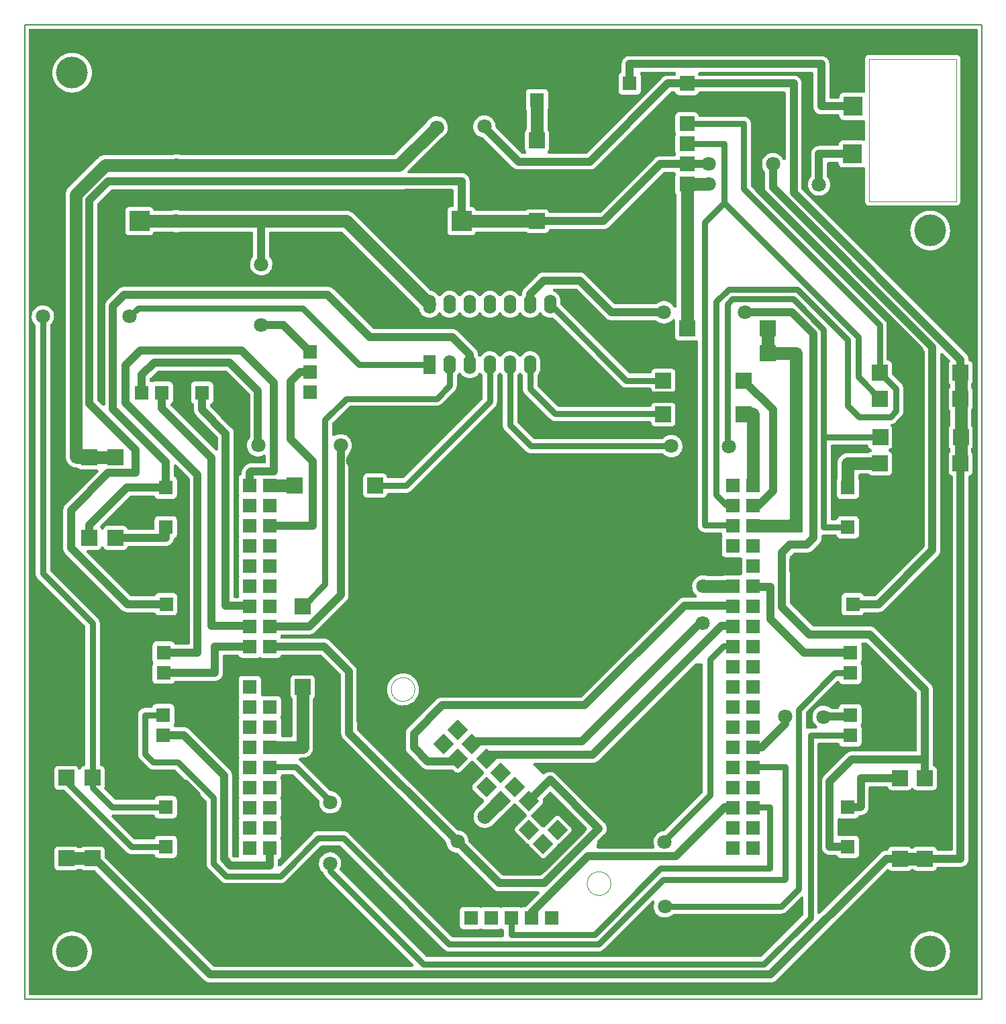
<source format=gbr>
%TF.GenerationSoftware,KiCad,Pcbnew,(6.0.10)*%
%TF.CreationDate,2023-12-01T11:32:10-03:00*%
%TF.ProjectId,ProyectoFinal_v4,50726f79-6563-4746-9f46-696e616c5f76,rev?*%
%TF.SameCoordinates,PXa28d3c2PYd524740*%
%TF.FileFunction,Copper,L2,Bot*%
%TF.FilePolarity,Positive*%
%FSLAX46Y46*%
G04 Gerber Fmt 4.6, Leading zero omitted, Abs format (unit mm)*
G04 Created by KiCad (PCBNEW (6.0.10)) date 2023-12-01 11:32:10*
%MOMM*%
%LPD*%
G01*
G04 APERTURE LIST*
G04 Aperture macros list*
%AMRotRect*
0 Rectangle, with rotation*
0 The origin of the aperture is its center*
0 $1 length*
0 $2 width*
0 $3 Rotation angle, in degrees counterclockwise*
0 Add horizontal line*
21,1,$1,$2,0,0,$3*%
G04 Aperture macros list end*
%TA.AperFunction,Profile*%
%ADD10C,0.150000*%
%TD*%
%TA.AperFunction,Profile*%
%ADD11C,0.120000*%
%TD*%
%TA.AperFunction,ComponentPad*%
%ADD12R,1.800000X1.800000*%
%TD*%
%TA.AperFunction,ComponentPad*%
%ADD13R,2.000000X2.000000*%
%TD*%
%TA.AperFunction,ComponentPad*%
%ADD14R,1.900000X1.900000*%
%TD*%
%TA.AperFunction,SMDPad,CuDef*%
%ADD15R,2.400000X2.400000*%
%TD*%
%TA.AperFunction,ComponentPad*%
%ADD16R,1.600000X2.400000*%
%TD*%
%TA.AperFunction,ComponentPad*%
%ADD17O,1.600000X2.400000*%
%TD*%
%TA.AperFunction,ComponentPad*%
%ADD18R,2.540000X2.540000*%
%TD*%
%TA.AperFunction,ComponentPad*%
%ADD19RotRect,1.800000X1.800000X225.000000*%
%TD*%
%TA.AperFunction,ViaPad*%
%ADD20C,1.800000*%
%TD*%
%TA.AperFunction,ViaPad*%
%ADD21C,4.000000*%
%TD*%
%TA.AperFunction,Conductor*%
%ADD22C,1.000000*%
%TD*%
%TA.AperFunction,Conductor*%
%ADD23C,1.600000*%
%TD*%
%TA.AperFunction,Conductor*%
%ADD24C,0.800000*%
%TD*%
%TA.AperFunction,Conductor*%
%ADD25C,0.500000*%
%TD*%
%TA.AperFunction,Conductor*%
%ADD26C,1.800000*%
%TD*%
G04 APERTURE END LIST*
D10*
X120770000Y0D02*
X0Y0D01*
X0Y0D02*
X0Y122836000D01*
X0Y122836000D02*
X120770000Y122836000D01*
X120770000Y122836000D02*
X120770000Y0D01*
D11*
%TO.C,SW1*%
X106550190Y118553500D02*
X117550190Y118553500D01*
X117550190Y118553500D02*
X117550190Y100553500D01*
X117550190Y100553500D02*
X106550190Y100553500D01*
X106550190Y100553500D02*
X106550190Y118553500D01*
%TO.C,J14*%
X73974577Y14547403D02*
G75*
G03*
X73974577Y14547403I-1500000J0D01*
G01*
X49252144Y39026025D02*
G75*
G03*
X49252144Y39026025I-1500000J0D01*
G01*
%TD*%
D12*
%TO.P,J3,1,Pin_1*%
%TO.N,Net-(J3-Pad1)*%
X103872190Y19196000D03*
%TO.P,J3,2,Pin_2*%
%TO.N,GND*%
X103872190Y21696000D03*
%TO.P,J3,3,Pin_3*%
%TO.N,Net-(J3-Pad3)*%
X103872190Y24196000D03*
%TD*%
%TO.P,U3,1,PC10*%
%TO.N,MOTOR1_PWMN*%
X28412190Y64746000D03*
%TO.P,U3,2,PC11*%
%TO.N,MOTOR1_ENCODER*%
X30952190Y64746000D03*
%TO.P,U3,3,PC12*%
%TO.N,unconnected-(U3-Pad3)*%
X28412190Y62206000D03*
%TO.P,U3,4,PD2*%
%TO.N,unconnected-(U3-Pad4)*%
X30952190Y62206000D03*
%TO.P,U3,5,VDD*%
%TO.N,unconnected-(U3-Pad5)*%
X28412190Y59666000D03*
%TO.P,U3,6,E5V*%
%TO.N,Net-(J11-Pad2)*%
X30952190Y59666000D03*
%TO.P,U3,7,BOOT0*%
%TO.N,unconnected-(U3-Pad7)*%
X28412190Y57126000D03*
%TO.P,U3,8,GND*%
%TO.N,unconnected-(U3-Pad8)*%
X30952190Y57126000D03*
%TO.P,U3,9,NC*%
%TO.N,unconnected-(U3-Pad9)*%
X28412190Y54586000D03*
%TO.P,U3,10,NC*%
%TO.N,unconnected-(U3-Pad10)*%
X30952190Y54586000D03*
%TO.P,U3,11,NC*%
%TO.N,unconnected-(U3-Pad11)*%
X28412190Y52046000D03*
%TO.P,U3,12,IOREF*%
%TO.N,unconnected-(U3-Pad12)*%
X30952190Y52046000D03*
%TO.P,U3,13,PA13*%
%TO.N,SWDIO*%
X28412190Y49506000D03*
%TO.P,U3,14,RESET*%
%TO.N,unconnected-(U3-Pad14)*%
X30952190Y49506000D03*
%TO.P,U3,15,PA14*%
%TO.N,SWCLK*%
X28412190Y46966000D03*
%TO.P,U3,16,+3V3*%
%TO.N,+3V3*%
X30952190Y46966000D03*
%TO.P,U3,17,PA15*%
%TO.N,MOTOR1_PWM*%
X28412190Y44426000D03*
%TO.P,U3,18,+5V*%
%TO.N,+5V*%
X30952190Y44426000D03*
%TO.P,U3,19,GND*%
%TO.N,GND*%
X28412190Y41886000D03*
%TO.P,U3,20,GND*%
X30952190Y41886000D03*
%TO.P,U3,21,PB7*%
%TO.N,unconnected-(U3-Pad21)*%
X28412190Y39346000D03*
%TO.P,U3,22,GND*%
%TO.N,GND*%
X30952190Y39346000D03*
%TO.P,U3,23,PC13*%
%TO.N,unconnected-(U3-Pad23)*%
X28412190Y36806000D03*
%TO.P,U3,24,VIN*%
%TO.N,unconnected-(U3-Pad24)*%
X30952190Y36806000D03*
%TO.P,U3,25,PC14*%
%TO.N,unconnected-(U3-Pad25)*%
X28412190Y34266000D03*
%TO.P,U3,26,NC*%
%TO.N,unconnected-(U3-Pad26)*%
X30952190Y34266000D03*
%TO.P,U3,27,PC15*%
%TO.N,unconnected-(U3-Pad27)*%
X28412190Y31726000D03*
%TO.P,U3,28,PA0*%
%TO.N,MOTOR4_ENCODER*%
X30952190Y31726000D03*
%TO.P,U3,29,PF0*%
%TO.N,unconnected-(U3-Pad29)*%
X28412190Y29186000D03*
%TO.P,U3,30,PA1*%
%TO.N,MOTOR3_PWMN*%
X30952190Y29186000D03*
%TO.P,U3,31,PF1*%
%TO.N,unconnected-(U3-Pad31)*%
X28412190Y26646000D03*
%TO.P,U3,32,PA4*%
%TO.N,unconnected-(U3-Pad32)*%
X30952190Y26646000D03*
%TO.P,U3,33,VBAT*%
%TO.N,unconnected-(U3-Pad33)*%
X28412190Y24106000D03*
%TO.P,U3,34,PB0*%
%TO.N,unconnected-(U3-Pad34)*%
X30952190Y24106000D03*
%TO.P,U3,35,PC2*%
%TO.N,unconnected-(U3-Pad35)*%
X28412190Y21566000D03*
%TO.P,U3,36,PC1*%
%TO.N,unconnected-(U3-Pad36)*%
X30952190Y21566000D03*
%TO.P,U3,37,PC3*%
%TO.N,unconnected-(U3-Pad37)*%
X28412190Y19026000D03*
%TO.P,U3,38,PC0*%
%TO.N,MOTOR4_PWM*%
X30952190Y19026000D03*
%TO.P,U3,39,PC9*%
%TO.N,unconnected-(U3-Pad39)*%
X89372190Y64746000D03*
%TO.P,U3,40,PC8*%
%TO.N,MOTOR2_ENCODER*%
X91912190Y64746000D03*
%TO.P,U3,41,PB8*%
%TO.N,I2C_SCL*%
X89372190Y62206000D03*
%TO.P,U3,42,PC6*%
%TO.N,MOTOR3_ENCODER*%
X91912190Y62206000D03*
%TO.P,U3,43,PB9*%
%TO.N,I2C_SDA*%
X89372190Y59666000D03*
%TO.P,U3,44,PC5*%
%TO.N,Vbat*%
X91912190Y59666000D03*
%TO.P,U3,45,AVDD*%
%TO.N,unconnected-(U3-Pad45)*%
X89372190Y57126000D03*
%TO.P,U3,46,U5V*%
%TO.N,unconnected-(U3-Pad46)*%
X91912190Y57126000D03*
%TO.P,U3,47,GND*%
%TO.N,GND*%
X89372190Y54586000D03*
%TO.P,U3,48,NC*%
%TO.N,unconnected-(U3-Pad48)*%
X91912190Y54586000D03*
%TO.P,U3,49,PA5*%
%TO.N,SPI_SCLK*%
X89372190Y52046000D03*
%TO.P,U3,50,PA12*%
%TO.N,MOTOR2_PWM*%
X91912190Y52046000D03*
%TO.P,U3,51,PA6*%
%TO.N,SPI_MISO*%
X89372190Y49506000D03*
%TO.P,U3,52,PA11*%
%TO.N,unconnected-(U3-Pad52)*%
X91912190Y49506000D03*
%TO.P,U3,53,PA7*%
%TO.N,SPI_MOSI*%
X89372190Y46966000D03*
%TO.P,U3,54,PB12*%
%TO.N,unconnected-(U3-Pad54)*%
X91912190Y46966000D03*
%TO.P,U3,55,PB6*%
%TO.N,MOTOR2_PWMN*%
X89372190Y44426000D03*
%TO.P,U3,56,PB11*%
%TO.N,unconnected-(U3-Pad56)*%
X91912190Y44426000D03*
%TO.P,U3,57,PC7*%
%TO.N,unconnected-(U3-Pad57)*%
X89372190Y41886000D03*
%TO.P,U3,58,GND*%
%TO.N,unconnected-(U3-Pad58)*%
X91912190Y41886000D03*
%TO.P,U3,59,PA9*%
%TO.N,unconnected-(U3-Pad59)*%
X89372190Y39346000D03*
%TO.P,U3,60,PB2*%
%TO.N,unconnected-(U3-Pad60)*%
X91912190Y39346000D03*
%TO.P,U3,61,PA8*%
%TO.N,unconnected-(U3-Pad61)*%
X89372190Y36806000D03*
%TO.P,U3,62,PB1*%
%TO.N,unconnected-(U3-Pad62)*%
X91912190Y36806000D03*
%TO.P,U3,63,PB10*%
%TO.N,unconnected-(U3-Pad63)*%
X89372190Y34266000D03*
%TO.P,U3,64,PB15*%
%TO.N,unconnected-(U3-Pad64)*%
X91912190Y34266000D03*
%TO.P,U3,65,PB4*%
%TO.N,unconnected-(U3-Pad65)*%
X89372190Y31726000D03*
%TO.P,U3,66,PB14*%
%TO.N,MOTOR3_PWM*%
X91912190Y31726000D03*
%TO.P,U3,67,PB5*%
%TO.N,unconnected-(U3-Pad67)*%
X89372190Y29186000D03*
%TO.P,U3,68,PB13*%
%TO.N,MOTOR4_PWMN*%
X91912190Y29186000D03*
%TO.P,U3,69,PB3*%
%TO.N,unconnected-(U3-Pad69)*%
X89372190Y26646000D03*
%TO.P,U3,70,AGND*%
%TO.N,unconnected-(U3-Pad70)*%
X91912190Y26646000D03*
%TO.P,U3,71,PA10*%
%TO.N,UART_RX*%
X89372190Y24106000D03*
%TO.P,U3,72,PC4*%
%TO.N,UART_TX*%
X91912190Y24106000D03*
%TO.P,U3,73,PA2*%
%TO.N,unconnected-(U3-Pad73)*%
X89372190Y21566000D03*
%TO.P,U3,74,NC*%
%TO.N,unconnected-(U3-Pad74)*%
X91912190Y21566000D03*
%TO.P,U3,75,PA3*%
%TO.N,unconnected-(U3-Pad75)*%
X89372190Y19026000D03*
%TO.P,U3,76,NC*%
%TO.N,unconnected-(U3-Pad76)*%
X91912190Y19026000D03*
%TD*%
D13*
%TO.P,R17,1*%
%TO.N,Net-(R17-Pad1)*%
X80592190Y73700000D03*
%TO.P,R17,2*%
%TO.N,MOTOR2_ENCODER*%
X90752190Y73700000D03*
%TD*%
%TO.P,R15,1*%
%TO.N,Net-(R15-Pad1)*%
X80592190Y77996000D03*
%TO.P,R15,2*%
%TO.N,MOTOR3_ENCODER*%
X90752190Y77996000D03*
%TD*%
%TO.P,R11,1*%
%TO.N,Vbat*%
X93721190Y81401721D03*
%TO.P,R11,2*%
%TO.N,GND*%
X83561190Y81401721D03*
%TD*%
%TO.P,R10,1*%
%TO.N,Net-(R10-Pad1)*%
X83561190Y84551721D03*
%TO.P,R10,2*%
%TO.N,Vbat*%
X93721190Y84551721D03*
%TD*%
%TO.P,R16,1*%
%TO.N,Net-(R16-Pad1)*%
X35092190Y49486000D03*
%TO.P,R16,2*%
%TO.N,MOTOR4_ENCODER*%
X35092190Y39326000D03*
%TD*%
%TO.P,R14,1*%
%TO.N,Net-(R14-Pad1)*%
X44212190Y64746000D03*
%TO.P,R14,2*%
%TO.N,MOTOR1_ENCODER*%
X34052190Y64746000D03*
%TD*%
D12*
%TO.P,J10,1,Pin_1*%
%TO.N,MOTOR4_PWMN*%
X17512190Y35795000D03*
%TO.P,J10,2,Pin_2*%
%TO.N,MOTOR4_PWM*%
X17512190Y33255000D03*
%TD*%
D13*
%TO.P,R9,1*%
%TO.N,+12V*%
X64652190Y98087300D03*
%TO.P,R9,2*%
%TO.N,Net-(D1-Pad2)*%
X64652190Y108247300D03*
%TD*%
D14*
%TO.P,U1,1,Vcc*%
%TO.N,+5V*%
X83561190Y115427300D03*
%TO.P,U1,2,GND*%
%TO.N,GND*%
X83561190Y112887300D03*
%TO.P,U1,3,SCL*%
%TO.N,I2C_SCL*%
X83561190Y110347300D03*
%TO.P,U1,4,SDA*%
%TO.N,I2C_SDA*%
X83561190Y107807300D03*
%TO.P,U1,5,Vin-*%
%TO.N,+12V*%
X83561190Y105267300D03*
%TO.P,U1,6,Vin+*%
%TO.N,Net-(R10-Pad1)*%
X83561190Y102727300D03*
%TD*%
D12*
%TO.P,J16,1,Pin_1*%
%TO.N,+3V3*%
X14778000Y76455000D03*
%TO.P,J16,2,Pin_2*%
%TO.N,SWCLK*%
X17318000Y76455000D03*
%TO.P,J16,3,Pin_3*%
%TO.N,GND*%
X19858000Y76455000D03*
%TO.P,J16,4,Pin_4*%
%TO.N,SWDIO*%
X22398000Y76455000D03*
%TD*%
%TO.P,J7,1,Pin_1*%
%TO.N,MOTOR1_PWMN*%
X17558190Y43674000D03*
%TO.P,J7,2,Pin_2*%
%TO.N,MOTOR1_PWM*%
X17558190Y41134000D03*
%TD*%
D13*
%TO.P,R6,1*%
%TO.N,+5V*%
X8583095Y17728095D03*
%TO.P,R6,2*%
%TO.N,Net-(J6-Pad1)*%
X8583095Y27888095D03*
%TD*%
%TO.P,R8,1*%
%TO.N,+5V*%
X5281095Y17728095D03*
%TO.P,R8,2*%
%TO.N,Net-(J6-Pad3)*%
X5281095Y27888095D03*
%TD*%
%TO.P,R1,1*%
%TO.N,+5V*%
X8164000Y68302000D03*
%TO.P,R1,2*%
%TO.N,Net-(J2-Pad1)*%
X8164000Y58142000D03*
%TD*%
%TO.P,R3,1*%
%TO.N,+5V*%
X11466000Y68302000D03*
%TO.P,R3,2*%
%TO.N,Net-(J2-Pad3)*%
X11466000Y58142000D03*
%TD*%
%TO.P,R7,1*%
%TO.N,+5V*%
X118096190Y67540000D03*
%TO.P,R7,2*%
%TO.N,Net-(J5-Pad3)*%
X107936190Y67540000D03*
%TD*%
%TO.P,R5,1*%
%TO.N,+5V*%
X118102190Y70842000D03*
%TO.P,R5,2*%
%TO.N,Net-(J5-Pad1)*%
X107942190Y70842000D03*
%TD*%
%TO.P,R13,1*%
%TO.N,+5V*%
X118096190Y75668000D03*
%TO.P,R13,2*%
%TO.N,I2C_SDA*%
X107936190Y75668000D03*
%TD*%
%TO.P,R12,1*%
%TO.N,+5V*%
X118096190Y78970000D03*
%TO.P,R12,2*%
%TO.N,I2C_SCL*%
X107936190Y78970000D03*
%TD*%
%TO.P,R2,1*%
%TO.N,+5V*%
X113574000Y17689000D03*
%TO.P,R2,2*%
%TO.N,Net-(J3-Pad1)*%
X113574000Y27849000D03*
%TD*%
%TO.P,R4,1*%
%TO.N,+5V*%
X110424400Y17689000D03*
%TO.P,R4,2*%
%TO.N,Net-(J3-Pad3)*%
X110424400Y27849000D03*
%TD*%
D12*
%TO.P,D1,1,K*%
%TO.N,GND*%
X64652190Y115867300D03*
%TO.P,D1,2,A*%
%TO.N,Net-(D1-Pad2)*%
X64652190Y113327300D03*
%TD*%
%TO.P,J9,1,Pin_1*%
%TO.N,MOTOR3_PWMN*%
X104172190Y33240000D03*
%TO.P,J9,2,Pin_2*%
%TO.N,MOTOR3_PWM*%
X104172190Y35780000D03*
%TD*%
%TO.P,C1,1*%
%TO.N,Vbat*%
X97358000Y59666000D03*
%TO.P,C1,2*%
%TO.N,GND*%
X97358000Y54666000D03*
%TD*%
D15*
%TO.P,SW1,1,A*%
%TO.N,Net-(J12-Pad1)*%
X104518190Y112553500D03*
%TO.P,SW1,2,B*%
%TO.N,Net-(R10-Pad1)*%
X104432190Y106553500D03*
%TD*%
D16*
%TO.P,U4,1*%
%TO.N,Net-(J6-Pad1)*%
X51077190Y79971000D03*
D17*
%TO.P,U4,2*%
%TO.N,Net-(R16-Pad1)*%
X53617190Y79971000D03*
%TO.P,U4,3*%
%TO.N,Net-(J2-Pad1)*%
X56157190Y79971000D03*
%TO.P,U4,4*%
%TO.N,Net-(R14-Pad1)*%
X58697190Y79971000D03*
%TO.P,U4,5*%
%TO.N,Net-(J5-Pad1)*%
X61237190Y79971000D03*
%TO.P,U4,6*%
%TO.N,Net-(R17-Pad1)*%
X63777190Y79971000D03*
%TO.P,U4,7,VSS*%
%TO.N,GND*%
X66317190Y79971000D03*
%TO.P,U4,8*%
%TO.N,Net-(R15-Pad1)*%
X66317190Y87591000D03*
%TO.P,U4,9*%
%TO.N,Net-(J3-Pad1)*%
X63777190Y87591000D03*
%TO.P,U4,10*%
%TO.N,unconnected-(U4-Pad10)*%
X61237190Y87591000D03*
%TO.P,U4,11*%
%TO.N,unconnected-(U4-Pad11)*%
X58697190Y87591000D03*
%TO.P,U4,12*%
%TO.N,unconnected-(U4-Pad12)*%
X56157190Y87591000D03*
%TO.P,U4,13*%
%TO.N,unconnected-(U4-Pad13)*%
X53617190Y87591000D03*
%TO.P,U4,14,VDD*%
%TO.N,+5V*%
X51077190Y87591000D03*
%TD*%
D12*
%TO.P,J4,1,Pin_1*%
%TO.N,GND*%
X104472190Y52286000D03*
%TO.P,J4,2,Pin_2*%
%TO.N,+12V*%
X104472190Y49786000D03*
%TD*%
%TO.P,J6,1,Pin_1*%
%TO.N,Net-(J6-Pad1)*%
X17812190Y24196000D03*
%TO.P,J6,2,Pin_2*%
%TO.N,GND*%
X17812190Y21696000D03*
%TO.P,J6,3,Pin_3*%
%TO.N,Net-(J6-Pad3)*%
X17812190Y19196000D03*
%TD*%
%TO.P,J8,1,Pin_1*%
%TO.N,MOTOR2_PWMN*%
X104172190Y41119000D03*
%TO.P,J8,2,Pin_2*%
%TO.N,MOTOR2_PWM*%
X104172190Y43659000D03*
%TD*%
%TO.P,J11,1,Pin_1*%
%TO.N,+5V*%
X36052190Y81596000D03*
%TO.P,J11,2,Pin_2*%
%TO.N,Net-(J11-Pad2)*%
X36052190Y79056000D03*
%TO.P,J11,3,Pin_3*%
%TO.N,unconnected-(J11-Pad3)*%
X36052190Y76516000D03*
%TD*%
%TO.P,J1,1,Pin_1*%
%TO.N,GND*%
X17858190Y52285000D03*
%TO.P,J1,2,Pin_2*%
%TO.N,+12V*%
X17858190Y49785000D03*
%TD*%
%TO.P,J12,1,Pin_1*%
%TO.N,Net-(J12-Pad1)*%
X76334190Y115427300D03*
%TO.P,J12,2,Pin_2*%
%TO.N,GND*%
X73834190Y115427300D03*
%TD*%
%TO.P,J5,1,Pin_1*%
%TO.N,Net-(J5-Pad1)*%
X103872190Y59472000D03*
%TO.P,J5,2,Pin_2*%
%TO.N,GND*%
X103872190Y61972000D03*
%TO.P,J5,3,Pin_3*%
%TO.N,Net-(J5-Pad3)*%
X103872190Y64472000D03*
%TD*%
%TO.P,J15,1,Pin_1*%
%TO.N,GND*%
X53759095Y10218000D03*
%TO.P,J15,2,Pin_2*%
%TO.N,unconnected-(J15-Pad2)*%
X56299095Y10218000D03*
%TO.P,J15,3,Pin_3*%
%TO.N,unconnected-(J15-Pad3)*%
X58839095Y10218000D03*
%TO.P,J15,4,Pin_4*%
%TO.N,UART_TX*%
X61379095Y10218000D03*
%TO.P,J15,5,Pin_5*%
%TO.N,UART_RX*%
X63919095Y10218000D03*
%TO.P,J15,6,Pin_6*%
%TO.N,unconnected-(J15-Pad6)*%
X66459095Y10218000D03*
%TD*%
D18*
%TO.P,U2,1,IN+*%
%TO.N,+12V*%
X55127190Y98087300D03*
%TO.P,U2,2,IN-*%
%TO.N,GND*%
X55127190Y115867300D03*
%TO.P,U2,3,OUT+*%
%TO.N,+5V*%
X14487190Y98087300D03*
%TO.P,U2,4,OUT-*%
%TO.N,GND*%
X14487190Y115867300D03*
%TD*%
D12*
%TO.P,J2,1,Pin_1*%
%TO.N,Net-(J2-Pad1)*%
X17812190Y64477000D03*
%TO.P,J2,2,Pin_2*%
%TO.N,GND*%
X17812190Y61977000D03*
%TO.P,J2,3,Pin_3*%
%TO.N,Net-(J2-Pad3)*%
X17812190Y59477000D03*
%TD*%
D19*
%TO.P,J14,1,Pin_1*%
%TO.N,unconnected-(J14-Pad1)*%
X54655486Y33922129D03*
%TO.P,J14,2,Pin_2*%
%TO.N,unconnected-(J14-Pad2)*%
X52859435Y32126077D03*
%TO.P,J14,3,Pin_3*%
%TO.N,SPI_SCLK*%
X56451538Y32126077D03*
%TO.P,J14,4,Pin_4*%
%TO.N,SPI_MISO*%
X54655486Y30330026D03*
%TO.P,J14,5,Pin_5*%
%TO.N,SPI_MOSI*%
X58247589Y30330026D03*
%TO.P,J14,6,Pin_6*%
%TO.N,GND*%
X56451538Y28533975D03*
%TO.P,J14,7,Pin_7*%
%TO.N,unconnected-(J14-Pad7)*%
X60043640Y28533975D03*
%TO.P,J14,8,Pin_8*%
%TO.N,unconnected-(J14-Pad8)*%
X58247589Y26737924D03*
%TO.P,J14,9,Pin_9*%
%TO.N,unconnected-(J14-Pad9)*%
X61839691Y26737924D03*
%TO.P,J14,10,Pin_10*%
%TO.N,+5V*%
X60043640Y24941872D03*
%TO.P,J14,11,Pin_11*%
X63635743Y24941872D03*
%TO.P,J14,12,Pin_12*%
%TO.N,GND*%
X61839691Y23145821D03*
%TO.P,J14,13,Pin_13*%
X65431794Y23145821D03*
%TO.P,J14,14,Pin_14*%
%TO.N,unconnected-(J14-Pad14)*%
X63635743Y21349770D03*
%TO.P,J14,15,Pin_15*%
%TO.N,unconnected-(J14-Pad15)*%
X67227845Y21349770D03*
%TO.P,J14,16,Pin_16*%
%TO.N,unconnected-(J14-Pad16)*%
X65431794Y19553719D03*
%TD*%
D20*
%TO.N,Net-(J6-Pad1)*%
X2312190Y86066000D03*
X13273208Y86054982D03*
D21*
%TO.N,*%
X6000000Y116796000D03*
X114252190Y96896000D03*
X114252190Y6000000D03*
X6000000Y6000000D03*
D20*
%TO.N,GND*%
X51202190Y19996000D03*
X41472190Y67886000D03*
X54292190Y23136000D03*
X27422190Y68226000D03*
%TO.N,+12V*%
X86302190Y105267300D03*
X94406000Y105267300D03*
%TO.N,MOTOR2_PWMN*%
X80758190Y19788000D03*
X80782190Y11676000D03*
%TO.N,MOTOR3_PWMN*%
X38572190Y24796000D03*
X38542190Y17086000D03*
%TO.N,MOTOR3_PWM*%
X100812190Y35576000D03*
X95952690Y35600000D03*
%TO.N,+5V*%
X54602190Y19866000D03*
X29852190Y84996000D03*
X19112190Y98087300D03*
X58014190Y110007300D03*
X19200000Y105100000D03*
X29852190Y92647810D03*
X58052190Y22996000D03*
X51996329Y109914500D03*
%TO.N,SPI_SCLK*%
X85552190Y47396000D03*
X85634000Y52046000D03*
%TO.N,Net-(R10-Pad1)*%
X100234190Y102701300D03*
X86302190Y102727300D03*
%TO.N,+3V3*%
X39882190Y69826000D03*
X29462190Y69826000D03*
%TO.N,Net-(J3-Pad1)*%
X80652190Y86596000D03*
X90852190Y86596000D03*
%TO.N,Net-(J5-Pad1)*%
X81592190Y69706000D03*
X88852190Y69626000D03*
%TD*%
D22*
%TO.N,+5V*%
X29852190Y92647810D02*
X29852190Y97896000D01*
X29852190Y97896000D02*
X30043490Y98087300D01*
%TO.N,MOTOR3_PWM*%
X92972190Y31726000D02*
X91912190Y31726000D01*
X95952690Y34706500D02*
X92972190Y31726000D01*
X95952690Y35279905D02*
X95952690Y34706500D01*
D23*
%TO.N,+5V*%
X47166890Y105100000D02*
X51981390Y109914500D01*
X10156190Y105100000D02*
X47166890Y105100000D01*
X6492190Y101436000D02*
X10156190Y105100000D01*
X6616190Y68302000D02*
X6492190Y68426000D01*
X8164000Y68302000D02*
X6616190Y68302000D01*
X6492190Y68426000D02*
X6492190Y101436000D01*
X51981390Y109914500D02*
X52071390Y109914500D01*
D22*
%TO.N,Net-(J2-Pad1)*%
X56157190Y81291000D02*
X56157190Y79971000D01*
X43582190Y83466000D02*
X53982190Y83466000D01*
X38252190Y88796000D02*
X43582190Y83466000D01*
X53982190Y83466000D02*
X56157190Y81291000D01*
X12596000Y88796000D02*
X38252190Y88796000D01*
X11162190Y74386000D02*
X11162190Y87362190D01*
X11162190Y87362190D02*
X12596000Y88796000D01*
X17812190Y64477000D02*
X17812190Y67736000D01*
X17812190Y67736000D02*
X11162190Y74386000D01*
%TO.N,Net-(J3-Pad1)*%
X96822900Y86596000D02*
X90852190Y86596000D01*
X99524190Y83894710D02*
X96822900Y86596000D01*
X99524190Y58128000D02*
X99524190Y83894710D01*
X95540000Y56248000D02*
X96592000Y57300000D01*
X95540000Y49456190D02*
X95540000Y56248000D01*
X99046190Y45950000D02*
X95540000Y49456190D01*
X106666190Y45950000D02*
X99046190Y45950000D01*
X98696190Y57300000D02*
X99524190Y58128000D01*
X113574000Y39042190D02*
X106666190Y45950000D01*
X96592000Y57300000D02*
X98696190Y57300000D01*
X113574000Y30152190D02*
X113574000Y39042190D01*
%TO.N,GND*%
X83769200Y81354711D02*
X83769200Y56171200D01*
X83722190Y76146000D02*
X83722190Y81401721D01*
X82096000Y76096000D02*
X82200000Y76200000D01*
X71052190Y76096000D02*
X82096000Y76096000D01*
X83722190Y81401721D02*
X83769200Y81354711D01*
X67177190Y79971000D02*
X71052190Y76096000D01*
X82200000Y76200000D02*
X83668190Y76200000D01*
X66317190Y79971000D02*
X67177190Y79971000D01*
X83668190Y76200000D02*
X83722190Y76146000D01*
D24*
%TO.N,MOTOR3_PWMN*%
X34214000Y29286000D02*
X30890000Y29286000D01*
X38572190Y24927810D02*
X34214000Y29286000D01*
X38572190Y24796000D02*
X38572190Y24927810D01*
%TO.N,Net-(J6-Pad1)*%
X8583095Y47365095D02*
X2312190Y53636000D01*
X2312190Y53636000D02*
X2312190Y86066000D01*
X8583095Y27888095D02*
X8583095Y47365095D01*
X42177190Y79971000D02*
X51077190Y79971000D01*
X14314226Y87096000D02*
X35052190Y87096000D01*
X35052190Y87096000D02*
X42177190Y79971000D01*
X13273208Y86054982D02*
X14314226Y87096000D01*
D22*
%TO.N,GND*%
X25622190Y41886000D02*
X28412000Y41886000D01*
X24904190Y38500000D02*
X25622190Y39218000D01*
X25622190Y39218000D02*
X25622190Y41886000D01*
X12770190Y38500000D02*
X24904190Y38500000D01*
X12178190Y39092000D02*
X12770190Y38500000D01*
D24*
%TO.N,I2C_SCL*%
X109224190Y73400000D02*
X109972190Y74148000D01*
X105300000Y73400000D02*
X109224190Y73400000D01*
X103852190Y74847810D02*
X105300000Y73400000D01*
X103852190Y83102244D02*
X103852190Y74847810D01*
X87252190Y87936000D02*
X88812190Y89496000D01*
X87252190Y63596000D02*
X87252190Y87936000D01*
X88552190Y62296000D02*
X87252190Y63596000D01*
X97458434Y89496000D02*
X103852190Y83102244D01*
X89300000Y62296000D02*
X88552190Y62296000D01*
X109972190Y76934000D02*
X107936190Y78970000D01*
X88812190Y89496000D02*
X97458434Y89496000D01*
X89310000Y62306000D02*
X89300000Y62296000D01*
X109972190Y74148000D02*
X109972190Y76934000D01*
D22*
%TO.N,+3V3*%
X39872190Y69816000D02*
X39882190Y69826000D01*
X39872190Y50916000D02*
X39872190Y69816000D01*
X35952190Y46996000D02*
X39872190Y50916000D01*
X30960000Y46996000D02*
X35952190Y46996000D01*
X30890000Y47066000D02*
X30960000Y46996000D01*
D24*
%TO.N,Net-(R16-Pad1)*%
X53617190Y77351000D02*
X53617190Y79971000D01*
X51982190Y75716000D02*
X53617190Y77351000D01*
X40582190Y75716000D02*
X51982190Y75716000D01*
X37922190Y73056000D02*
X40582190Y75716000D01*
X37922190Y52266000D02*
X37922190Y73056000D01*
X35092190Y49486000D02*
X35142190Y49486000D01*
X35142190Y49486000D02*
X37922190Y52266000D01*
D22*
%TO.N,UART_RX*%
X63919095Y10862905D02*
X63919095Y10218000D01*
X71042190Y17986000D02*
X63919095Y10862905D01*
X82122190Y17986000D02*
X71042190Y17986000D01*
X88342190Y24206000D02*
X82122190Y17986000D01*
X89310000Y24206000D02*
X88342190Y24206000D01*
D23*
%TO.N,MOTOR2_ENCODER*%
X91822190Y73796000D02*
X90752190Y73796000D01*
X91912190Y73706000D02*
X91822190Y73796000D01*
X91912190Y64746000D02*
X91912190Y73706000D01*
D22*
%TO.N,MOTOR3_ENCODER*%
X94452190Y74296000D02*
X90752190Y77996000D01*
X94452190Y64096000D02*
X94452190Y74296000D01*
X91912190Y62206000D02*
X92562190Y62206000D01*
X92562190Y62206000D02*
X94452190Y64096000D01*
D23*
%TO.N,Vbat*%
X93882190Y81401721D02*
X97358000Y81401721D01*
D22*
X91850000Y59766000D02*
X91950000Y59666000D01*
D23*
X91950000Y59666000D02*
X97358000Y59666000D01*
X93721190Y81401721D02*
X93721190Y84551721D01*
X97358000Y81401721D02*
X97358000Y59666000D01*
D22*
%TO.N,GND*%
X53052190Y24376000D02*
X53052190Y24396000D01*
X61382190Y16396000D02*
X65363190Y16396000D01*
X59939190Y103542300D02*
X55134190Y108347300D01*
D23*
X28412000Y41886000D02*
X30952000Y41886000D01*
D22*
X65363190Y16396000D02*
X70311690Y21344500D01*
X41442190Y67856000D02*
X41442190Y42795898D01*
X4304190Y54840000D02*
X4304190Y94048000D01*
X99744000Y52404190D02*
X97482190Y54666000D01*
X112886190Y61314000D02*
X112886190Y62082000D01*
X4186190Y105539300D02*
X14487190Y115840300D01*
X115860000Y39931190D02*
X115860000Y26138000D01*
X68416190Y39196000D02*
X52452190Y39196000D01*
X92534190Y102194204D02*
X92534190Y112887300D01*
X58602190Y19026000D02*
X58752190Y19026000D01*
X83806190Y54586000D02*
X83689200Y54469010D01*
X27422190Y68226000D02*
X27252190Y68396000D01*
X55134190Y108347300D02*
X55134190Y115241500D01*
X57552190Y20076000D02*
X57502190Y20076000D01*
X15105990Y115867300D02*
X54508390Y115867300D01*
X112886190Y62082000D02*
X112886190Y81842204D01*
X41472190Y67886000D02*
X41442190Y67856000D01*
X21682190Y22916000D02*
X20462190Y21696000D01*
X58752190Y19026000D02*
X61382190Y16396000D01*
X53052190Y25156000D02*
X53052190Y24396000D01*
X19798190Y61051810D02*
X19798190Y52046000D01*
X12178190Y30160000D02*
X15192190Y27146000D01*
X89272000Y54686000D02*
X89372000Y54586000D01*
X82746190Y112887300D02*
X73401190Y103542300D01*
X12178190Y46966000D02*
X4304190Y54840000D01*
X57552190Y20076000D02*
X58602190Y19026000D01*
X108063190Y47728000D02*
X115860000Y39931190D01*
X18274190Y46712000D02*
X12178190Y46712000D01*
X112886190Y81842204D02*
X92534190Y102194204D01*
D23*
X30952000Y39346000D02*
X30952000Y41886000D01*
D22*
X68060190Y23596000D02*
X65853689Y23596000D01*
X19798190Y48236000D02*
X18274190Y46712000D01*
X41442190Y42795898D02*
X42352190Y41885898D01*
X99744000Y52280000D02*
X99744000Y52404190D01*
X12178190Y39092000D02*
X12178190Y46712000D01*
X58752190Y20086604D02*
X58752190Y19026000D01*
X24460190Y78626000D02*
X20826919Y78626000D01*
X103852190Y52280000D02*
X112886190Y61314000D01*
X17858190Y52285000D02*
X19559190Y52285000D01*
X70311690Y21344500D02*
X68060190Y23596000D01*
X18878000Y61972000D02*
X19798190Y61051810D01*
X27252190Y75834000D02*
X24460190Y78626000D01*
X65853689Y23596000D02*
X65311586Y23053897D01*
X21682190Y25697522D02*
X21682190Y22916000D01*
X99744000Y52280000D02*
X103852190Y52280000D01*
X4186190Y105539300D02*
X4186190Y94166000D01*
X83689200Y57213200D02*
X83689200Y56258990D01*
X97482190Y54666000D02*
X97358000Y54666000D01*
X54492190Y23136000D02*
X57552190Y20076000D01*
X99744000Y52280000D02*
X99752190Y52271810D01*
X53742190Y25846000D02*
X53052190Y25156000D01*
X54292190Y23136000D02*
X53052190Y24376000D01*
X53759095Y17439095D02*
X53759095Y10218000D01*
X12178190Y39092000D02*
X12178190Y30160000D01*
X45902190Y31596000D02*
X45902190Y31546000D01*
X19559190Y52285000D02*
X19798190Y52046000D01*
X42352190Y41885898D02*
X42352190Y35146000D01*
X36522190Y41886000D02*
X37982190Y40426000D01*
X14487190Y115840300D02*
X14487190Y115867300D01*
X61719483Y23053897D02*
X58752190Y20086604D01*
X19858000Y77657081D02*
X19858000Y76455000D01*
X111418000Y21696000D02*
X103872190Y21696000D01*
X73834190Y115427300D02*
X73834190Y115787300D01*
X19798190Y52046000D02*
X19798190Y48236000D01*
X99985000Y47728000D02*
X108063190Y47728000D01*
X4186190Y94166000D02*
X4304190Y94048000D01*
X99752190Y52271810D02*
X99752190Y47960810D01*
X42352190Y35146000D02*
X45902190Y31596000D01*
X14995190Y115756500D02*
X15105990Y115867300D01*
X89372000Y54586000D02*
X83806190Y54586000D01*
X20233712Y27146000D02*
X21682190Y25697522D01*
X53052190Y24396000D02*
X45902190Y31546000D01*
X92534190Y112887300D02*
X82746190Y112887300D01*
X37982190Y33216000D02*
X53759095Y17439095D01*
X55127190Y115248500D02*
X55660990Y115782300D01*
X73479190Y115782300D02*
X73834190Y115427300D01*
X53742190Y25852911D02*
X53742190Y25846000D01*
X99752190Y47960810D02*
X99985000Y47728000D01*
X20462190Y21696000D02*
X17812190Y21696000D01*
X112776190Y61972000D02*
X112886190Y62082000D01*
X83689200Y57213200D02*
X83689200Y54469010D01*
X54292190Y23136000D02*
X54492190Y23136000D01*
X27252190Y68396000D02*
X27252190Y75834000D01*
X30952190Y41886000D02*
X36522190Y41886000D01*
X56331330Y28442051D02*
X53742190Y25852911D01*
X55134190Y115241500D02*
X55127190Y115248500D01*
X73401190Y103542300D02*
X59939190Y103542300D01*
X45902190Y31546000D02*
X45902190Y32646000D01*
X115860000Y26138000D02*
X111418000Y21696000D01*
X52452190Y39196000D02*
X45902190Y32646000D01*
X20826919Y78626000D02*
X19858000Y77657081D01*
X83689200Y54469010D02*
X68416190Y39196000D01*
X12178190Y46712000D02*
X12178190Y46966000D01*
X37982190Y40426000D02*
X37982190Y33216000D01*
X103872190Y61972000D02*
X112776190Y61972000D01*
X15192190Y27146000D02*
X20233712Y27146000D01*
X54508390Y115867300D02*
X55127190Y115248500D01*
X55660990Y115782300D02*
X73479190Y115782300D01*
D23*
%TO.N,Net-(D1-Pad2)*%
X64652190Y112708500D02*
X64652190Y108483500D01*
D22*
%TO.N,+12V*%
X80206190Y105267300D02*
X73026190Y98087300D01*
X47547053Y103076000D02*
X47607053Y103136000D01*
X8192190Y100731836D02*
X10536354Y103076000D01*
X114540190Y56614000D02*
X114540190Y82168102D01*
X14006000Y66336000D02*
X14006000Y69242190D01*
X114540190Y82168102D02*
X94406000Y102302292D01*
D23*
X55127190Y98087300D02*
X64652190Y98087300D01*
D22*
X94406000Y102302292D02*
X94406000Y105267300D01*
X86302190Y105267300D02*
X80206190Y105267300D01*
X55127190Y103136000D02*
X55127190Y98087300D01*
X14006000Y69242190D02*
X8192190Y75056000D01*
X17853190Y49780000D02*
X12970000Y49780000D01*
X12970000Y49780000D02*
X5878000Y56872000D01*
X17858190Y49785000D02*
X17853190Y49780000D01*
X73026190Y98087300D02*
X64652190Y98087300D01*
X104472190Y49786000D02*
X107712190Y49786000D01*
X47607053Y103136000D02*
X55127190Y103136000D01*
X107712190Y49786000D02*
X114540190Y56614000D01*
X10536354Y103076000D02*
X47547053Y103076000D01*
X10562190Y66336000D02*
X14006000Y66336000D01*
X8192190Y75056000D02*
X8192190Y100731836D01*
X5878000Y61651810D02*
X10562190Y66336000D01*
X5878000Y56872000D02*
X5878000Y61651810D01*
D23*
%TO.N,MOTOR1_ENCODER*%
X30952190Y64746000D02*
X34052190Y64746000D01*
D24*
%TO.N,MOTOR2_ENCODER*%
X91950000Y64746000D02*
X91912190Y64746000D01*
D23*
%TO.N,MOTOR4_ENCODER*%
X35092190Y31726000D02*
X35092190Y39326000D01*
X30952190Y31726000D02*
X35092190Y31726000D01*
D22*
%TO.N,MOTOR1_PWMN*%
X12752190Y79906000D02*
X14610190Y81764000D01*
X12752190Y75196000D02*
X12752190Y79906000D01*
X28412000Y66345810D02*
X28412000Y64746000D01*
X31442190Y77740000D02*
X31442190Y66536000D01*
X21830190Y66118000D02*
X12752190Y75196000D01*
X17558190Y43674000D02*
X21830190Y43674000D01*
X31442190Y66536000D02*
X28602190Y66536000D01*
X14610190Y81764000D02*
X27418190Y81764000D01*
X28602190Y66536000D02*
X28412000Y66345810D01*
X27418190Y81764000D02*
X31442190Y77740000D01*
X21830190Y43674000D02*
X21830190Y66118000D01*
%TO.N,MOTOR1_PWM*%
X24022190Y44426000D02*
X28412000Y44426000D01*
X24022190Y41134000D02*
X24022190Y44426000D01*
D25*
X28350000Y44526000D02*
X28320000Y44496000D01*
D22*
X17558190Y41134000D02*
X24022190Y41134000D01*
D24*
%TO.N,MOTOR2_PWMN*%
X95432190Y11676000D02*
X97652190Y13896000D01*
X86452190Y25696000D02*
X86452190Y42786000D01*
X80782190Y11676000D02*
X95432190Y11676000D01*
X80758190Y19788000D02*
X80758190Y20002000D01*
X88192190Y44526000D02*
X89310000Y44526000D01*
X97652190Y36516000D02*
X102255190Y41119000D01*
X102255190Y41119000D02*
X104172190Y41119000D01*
X86452190Y42786000D02*
X88192190Y44526000D01*
X80758190Y20002000D02*
X86452190Y25696000D01*
X97652190Y13896000D02*
X97652190Y36516000D01*
D22*
%TO.N,MOTOR2_PWM*%
X104172190Y43659000D02*
X98349190Y43659000D01*
X94140000Y47868190D02*
X94140000Y51996000D01*
X98349190Y43659000D02*
X94140000Y47868190D01*
X94140000Y51996000D02*
X92000000Y51996000D01*
D24*
%TO.N,MOTOR3_PWMN*%
X50352190Y4386000D02*
X93273712Y4386000D01*
X99152190Y10264478D02*
X99152190Y33240000D01*
X38542190Y16196000D02*
X50352190Y4386000D01*
X38542190Y17086000D02*
X38542190Y16196000D01*
X99152190Y33240000D02*
X104172190Y33240000D01*
X93273712Y4386000D02*
X99152190Y10264478D01*
D22*
%TO.N,MOTOR3_PWM*%
X100812190Y35576000D02*
X100822190Y35586000D01*
X103978190Y35586000D02*
X104172190Y35780000D01*
X100822190Y35586000D02*
X103978190Y35586000D01*
D24*
%TO.N,MOTOR4_PWMN*%
X16242190Y29866000D02*
X15226190Y30882000D01*
X91950000Y29186000D02*
X92050000Y29286000D01*
X92050000Y29286000D02*
X95942190Y29286000D01*
X40212190Y20266000D02*
X37052190Y20266000D01*
X80559246Y15076000D02*
X72387246Y6904000D01*
X23862190Y17097522D02*
X23862190Y25356000D01*
X95892190Y15076000D02*
X80559246Y15076000D01*
X72387246Y6904000D02*
X53574190Y6904000D01*
X37052190Y20266000D02*
X32302190Y15516000D01*
X19352190Y29866000D02*
X16242190Y29866000D01*
X25443712Y15516000D02*
X23862190Y17097522D01*
X23862190Y25356000D02*
X19352190Y29866000D01*
X53574190Y6904000D02*
X40212190Y20266000D01*
X95942190Y29286000D02*
X95942190Y15126000D01*
X95942190Y15126000D02*
X95892190Y15076000D01*
X15226190Y35795000D02*
X17512190Y35795000D01*
X15226190Y30882000D02*
X15226190Y35795000D01*
X32302190Y15516000D02*
X25443712Y15516000D01*
D22*
%TO.N,MOTOR4_PWM*%
X30952000Y16816000D02*
X25982190Y16816000D01*
X25162190Y28206000D02*
X20113190Y33255000D01*
X25162190Y17636000D02*
X25162190Y28206000D01*
X30952000Y19026000D02*
X30952000Y16816000D01*
X25982190Y16816000D02*
X25162190Y17636000D01*
X20113190Y33255000D02*
X17512190Y33255000D01*
%TO.N,+5V*%
X59862190Y14596000D02*
X65543088Y14596000D01*
X8800095Y17728095D02*
X23442190Y3086000D01*
X108715190Y17689000D02*
X110424400Y17689000D01*
X23442190Y3086000D02*
X94112190Y3086000D01*
X54602190Y19856000D02*
X59862190Y14596000D01*
X40952190Y41306000D02*
X37822190Y44436000D01*
X81144190Y115427300D02*
X71313390Y105596500D01*
D26*
X59906139Y24849949D02*
X59906139Y24832656D01*
D22*
X58014190Y109907300D02*
X58014190Y110007300D01*
X40952190Y33516000D02*
X40952190Y41306000D01*
X118102190Y67546000D02*
X118096190Y67540000D01*
X71313390Y105596500D02*
X62324990Y105596500D01*
D23*
X110424400Y17689000D02*
X113574000Y17689000D01*
D22*
X113574000Y17689000D02*
X118096190Y17689000D01*
X65543088Y14596000D02*
X72444639Y21497551D01*
D23*
X8583095Y17728095D02*
X5281095Y17728095D01*
D26*
X58069483Y22996000D02*
X58052190Y22996000D01*
D22*
X8583095Y17728095D02*
X8800095Y17728095D01*
X118096190Y17689000D02*
X118096190Y67540000D01*
X72444639Y21497551D02*
X66303887Y27638302D01*
D23*
X11466000Y68302000D02*
X8164000Y68302000D01*
X30043490Y98087300D02*
X27934190Y98087300D01*
D22*
X97034190Y101654000D02*
X97034190Y115427300D01*
X29952190Y84996000D02*
X29852190Y84996000D01*
X32652190Y84996000D02*
X36052190Y81596000D01*
X66303887Y27638302D02*
X63515534Y24849949D01*
D26*
X59906139Y24832656D02*
X58069483Y22996000D01*
D23*
X118102190Y78964000D02*
X118102190Y67546000D01*
D22*
X118096190Y78970000D02*
X118096190Y80592000D01*
X29952190Y84996000D02*
X32652190Y84996000D01*
D23*
X14487190Y98087300D02*
X27934190Y98087300D01*
D22*
X118096190Y80592000D02*
X97034190Y101654000D01*
X5186095Y17795095D02*
X5253095Y17728095D01*
D23*
X118096190Y78970000D02*
X118102190Y78964000D01*
X51077190Y87591000D02*
X40580890Y98087300D01*
D22*
X54602190Y19866000D02*
X54602190Y19856000D01*
X30980000Y44436000D02*
X30890000Y44526000D01*
X54602190Y19866000D02*
X40952190Y33516000D01*
D23*
X33143490Y98087300D02*
X30043490Y98087300D01*
D22*
X97034190Y115427300D02*
X81144190Y115427300D01*
X62324990Y105596500D02*
X58014190Y109907300D01*
D23*
X40580890Y98087300D02*
X33143490Y98087300D01*
D22*
X94112190Y3086000D02*
X108715190Y17689000D01*
X37822190Y44436000D02*
X30980000Y44436000D01*
%TO.N,Net-(J12-Pad1)*%
X76334190Y117893300D02*
X100514190Y117893300D01*
X76334190Y115427300D02*
X76334190Y117893300D01*
X100514190Y117893300D02*
X100514190Y112553500D01*
X100514190Y112553500D02*
X104518190Y112553500D01*
D24*
%TO.N,I2C_SDA*%
X83571200Y107807300D02*
X88228190Y107807300D01*
X107936190Y75668000D02*
X105152190Y78452000D01*
X85838190Y83730000D02*
X85838190Y59766000D01*
X105152190Y83499300D02*
X88294190Y100357300D01*
X105152190Y78452000D02*
X105152190Y83499300D01*
X88294190Y107741300D02*
X88294190Y100357300D01*
X88294190Y100357300D02*
X85838190Y97901300D01*
X85838190Y59766000D02*
X89310000Y59766000D01*
X88228190Y107807300D02*
X88294190Y107741300D01*
X85838190Y97901300D02*
X85838190Y97112000D01*
X85838190Y97112000D02*
X85838190Y83730000D01*
D22*
%TO.N,SPI_MISO*%
X83262190Y49606000D02*
X70682190Y37026000D01*
X52662190Y37026000D02*
X49102190Y33466000D01*
X54250461Y29953285D02*
X54535278Y30238102D01*
X89310000Y49606000D02*
X83262190Y49606000D01*
X70682190Y37026000D02*
X52662190Y37026000D01*
X50864905Y29953285D02*
X54250461Y29953285D01*
X49102190Y31716000D02*
X50864905Y29953285D01*
X49102190Y33466000D02*
X49102190Y31716000D01*
%TO.N,SPI_MOSI*%
X58127381Y30238102D02*
X58685279Y30796000D01*
X87942190Y47066000D02*
X89310000Y47066000D01*
X71672190Y30796000D02*
X87942190Y47066000D01*
X58685279Y30796000D02*
X71672190Y30796000D01*
%TO.N,SPI_SCLK*%
X85172190Y47396000D02*
X70279008Y32502818D01*
X85552190Y47396000D02*
X85172190Y47396000D01*
D23*
X85634000Y52046000D02*
X85644000Y52036000D01*
X89362190Y52036000D02*
X89372190Y52046000D01*
D22*
X70279008Y32502818D02*
X56799995Y32502818D01*
D23*
X85644000Y52036000D02*
X89362190Y52036000D01*
D22*
X56799995Y32502818D02*
X56331330Y32034153D01*
D24*
%TO.N,UART_TX*%
X71890190Y8104000D02*
X61379095Y8104000D01*
X80242190Y16456000D02*
X71890190Y8104000D01*
X94036190Y24206000D02*
X94036190Y16456000D01*
X91850000Y24206000D02*
X94036190Y24206000D01*
X61379095Y8104000D02*
X61379095Y10218000D01*
X94036190Y16456000D02*
X80242190Y16456000D01*
D23*
%TO.N,Net-(R10-Pad1)*%
X83561190Y84551721D02*
X83561190Y102727300D01*
D22*
X100234190Y106539310D02*
X100248380Y106553500D01*
X100234190Y102701300D02*
X100234190Y106539310D01*
D23*
X83571200Y102727300D02*
X86302190Y102727300D01*
D22*
X100248380Y106553500D02*
X103720000Y106553500D01*
D24*
%TO.N,I2C_SCL*%
X90734190Y102155726D02*
X90734190Y110347300D01*
X107862190Y79044000D02*
X107862190Y85027726D01*
X90734190Y110347300D02*
X83561190Y110347300D01*
X107862190Y85027726D02*
X90734190Y102155726D01*
X107936190Y78970000D02*
X107862190Y79044000D01*
D22*
%TO.N,SWDIO*%
X28350000Y49606000D02*
X28350000Y49568000D01*
X25386190Y49568000D02*
X25386190Y71312000D01*
X22398000Y74300190D02*
X22398000Y76455000D01*
X25386190Y71312000D02*
X22398000Y74300190D01*
X28350000Y49568000D02*
X25386190Y49568000D01*
%TO.N,SWCLK*%
X23608190Y47066000D02*
X23608190Y68230000D01*
X23608190Y68230000D02*
X17318000Y74520190D01*
X28350000Y47066000D02*
X23608190Y47066000D01*
X17318000Y74520190D02*
X17318000Y76455000D01*
%TO.N,+3V3*%
X25894190Y80240000D02*
X16336190Y80240000D01*
X29452190Y69836000D02*
X29452190Y76682000D01*
X29462190Y69826000D02*
X29452190Y69836000D01*
X16336190Y80240000D02*
X14778000Y78681810D01*
X29452190Y76682000D02*
X25894190Y80240000D01*
X14778000Y78681810D02*
X14778000Y76455000D01*
D24*
%TO.N,Net-(J6-Pad3)*%
X5281095Y27437095D02*
X5281095Y27888095D01*
X13522190Y19196000D02*
X5281095Y27437095D01*
X17812190Y19196000D02*
X13522190Y19196000D01*
D22*
%TO.N,Net-(J2-Pad3)*%
X17812190Y59477000D02*
X17812190Y58142000D01*
X17812190Y58142000D02*
X11466000Y58142000D01*
%TO.N,Net-(J3-Pad3)*%
X105492190Y24246000D02*
X105442190Y24196000D01*
X105442190Y24196000D02*
X103872190Y24196000D01*
X110424400Y27849000D02*
X105492190Y27849000D01*
X105492190Y27849000D02*
X105492190Y24246000D01*
D23*
%TO.N,Net-(J5-Pad3)*%
X103872190Y64472000D02*
X103872190Y67540000D01*
X103872190Y67540000D02*
X107936190Y67540000D01*
D22*
%TO.N,Net-(J2-Pad1)*%
X12923190Y64477000D02*
X17812190Y64477000D01*
X8164000Y58142000D02*
X8164000Y59717810D01*
X8164000Y59717810D02*
X12923190Y64477000D01*
%TO.N,Net-(J3-Pad1)*%
X80652190Y86596000D02*
X74052190Y86596000D01*
X101586190Y19196000D02*
X101586190Y27408000D01*
X74052190Y86596000D02*
X70052190Y90596000D01*
X103872190Y19196000D02*
X101586190Y19196000D01*
X113524190Y30202000D02*
X113574000Y30152190D01*
X63777190Y88921000D02*
X63777190Y87591000D01*
X65452190Y90596000D02*
X63777190Y88921000D01*
X70052190Y90596000D02*
X65452190Y90596000D01*
X101586190Y27408000D02*
X104380190Y30202000D01*
X104380190Y30202000D02*
X113524190Y30202000D01*
X113574000Y27849000D02*
X113574000Y30152190D01*
D24*
%TO.N,Net-(J5-Pad1)*%
X89309246Y88296000D02*
X88662190Y87648944D01*
X63912190Y69706000D02*
X61237190Y72381000D01*
X100824190Y84433188D02*
X96961378Y88296000D01*
X100824190Y70814000D02*
X100824190Y84433188D01*
X81592190Y69706000D02*
X63912190Y69706000D01*
X100824190Y70814000D02*
X100852190Y70842000D01*
X100824190Y70814000D02*
X100824190Y59472000D01*
X96961378Y88296000D02*
X89309246Y88296000D01*
X88662190Y69816000D02*
X88852190Y69626000D01*
X100852190Y70842000D02*
X107942190Y70842000D01*
X88662190Y87648944D02*
X88662190Y69816000D01*
X61237190Y72381000D02*
X61237190Y79971000D01*
X100824190Y59472000D02*
X103872190Y59472000D01*
%TO.N,Net-(J6-Pad1)*%
X11072190Y24196000D02*
X8583095Y26685095D01*
X17812190Y24196000D02*
X11072190Y24196000D01*
X8583095Y26685095D02*
X8583095Y27888095D01*
%TO.N,Net-(R14-Pad1)*%
X48142190Y64746000D02*
X58697190Y75301000D01*
X44212190Y64746000D02*
X48142190Y64746000D01*
X58697190Y75301000D02*
X58697190Y79971000D01*
%TO.N,Net-(R15-Pad1)*%
X75912190Y77996000D02*
X66317190Y87591000D01*
X80592190Y77996000D02*
X75912190Y77996000D01*
%TO.N,Net-(R17-Pad1)*%
X66952190Y73796000D02*
X63777190Y76971000D01*
X80592190Y73796000D02*
X66952190Y73796000D01*
X63777190Y76971000D02*
X63777190Y79971000D01*
D22*
%TO.N,Net-(J11-Pad2)*%
X34712190Y79056000D02*
X33522190Y77866000D01*
X33522190Y77866000D02*
X33522190Y70626000D01*
X36342190Y59666000D02*
X30952190Y59666000D01*
X36342190Y67806000D02*
X36342190Y59666000D01*
X36052190Y79056000D02*
X34712190Y79056000D01*
X33522190Y70626000D02*
X36342190Y67806000D01*
%TD*%
%TA.AperFunction,Conductor*%
%TO.N,GND*%
G36*
X120156843Y122315793D02*
G01*
X120226084Y122260574D01*
X120264511Y122180782D01*
X120269500Y122136500D01*
X120269500Y699500D01*
X120249793Y613157D01*
X120194574Y543916D01*
X120114782Y505489D01*
X120070500Y500500D01*
X699500Y500500D01*
X613157Y520207D01*
X543916Y575426D01*
X505489Y655218D01*
X500500Y699500D01*
X500500Y6000000D01*
X3494556Y6000000D01*
X3514312Y5685985D01*
X3573269Y5376921D01*
X3575200Y5370978D01*
X3575201Y5370974D01*
X3668563Y5083637D01*
X3670497Y5077685D01*
X3673158Y5072030D01*
X3673160Y5072025D01*
X3801799Y4798653D01*
X3801803Y4798645D01*
X3804463Y4792993D01*
X3973053Y4527337D01*
X3977036Y4522523D01*
X3977037Y4522521D01*
X4169631Y4289715D01*
X4169636Y4289709D01*
X4173610Y4284906D01*
X4178158Y4280635D01*
X4178160Y4280633D01*
X4383558Y4087751D01*
X4402970Y4069522D01*
X4408025Y4065850D01*
X4408029Y4065846D01*
X4652459Y3888258D01*
X4657516Y3884584D01*
X4933234Y3733006D01*
X5225775Y3617181D01*
X5312216Y3594987D01*
X5524465Y3540490D01*
X5524472Y3540489D01*
X5530527Y3538934D01*
X5842682Y3499500D01*
X6157318Y3499500D01*
X6469473Y3538934D01*
X6475528Y3540489D01*
X6475535Y3540490D01*
X6687784Y3594987D01*
X6774225Y3617181D01*
X7066766Y3733006D01*
X7342484Y3884584D01*
X7347541Y3888258D01*
X7591971Y4065846D01*
X7591975Y4065850D01*
X7597030Y4069522D01*
X7616442Y4087751D01*
X7821840Y4280633D01*
X7821842Y4280635D01*
X7826390Y4284906D01*
X7830364Y4289709D01*
X7830369Y4289715D01*
X8022963Y4522521D01*
X8022964Y4522523D01*
X8026947Y4527337D01*
X8195537Y4792993D01*
X8198197Y4798645D01*
X8198201Y4798653D01*
X8326840Y5072025D01*
X8326842Y5072030D01*
X8329503Y5077685D01*
X8331437Y5083637D01*
X8424799Y5370974D01*
X8424800Y5370978D01*
X8426731Y5376921D01*
X8485688Y5685985D01*
X8505444Y6000000D01*
X8498375Y6112355D01*
X8486081Y6307769D01*
X8486081Y6307770D01*
X8485688Y6314015D01*
X8426731Y6623079D01*
X8329503Y6922315D01*
X8326840Y6927975D01*
X8198201Y7201347D01*
X8198197Y7201355D01*
X8195537Y7207007D01*
X8026947Y7472663D01*
X8022963Y7477479D01*
X7830369Y7710285D01*
X7830364Y7710291D01*
X7826390Y7715094D01*
X7710208Y7824197D01*
X7601589Y7926197D01*
X7601587Y7926198D01*
X7597030Y7930478D01*
X7591975Y7934150D01*
X7591971Y7934154D01*
X7347541Y8111742D01*
X7347540Y8111743D01*
X7342484Y8115416D01*
X7066766Y8266994D01*
X6774225Y8382819D01*
X6687784Y8405013D01*
X6475535Y8459510D01*
X6475528Y8459511D01*
X6469473Y8461066D01*
X6157318Y8500500D01*
X5842682Y8500500D01*
X5530527Y8461066D01*
X5524472Y8459511D01*
X5524465Y8459510D01*
X5312216Y8405013D01*
X5225775Y8382819D01*
X4933234Y8266994D01*
X4657516Y8115416D01*
X4652460Y8111743D01*
X4652459Y8111742D01*
X4408029Y7934154D01*
X4408025Y7934150D01*
X4402970Y7930478D01*
X4398413Y7926198D01*
X4398411Y7926197D01*
X4289793Y7824197D01*
X4173610Y7715094D01*
X4169636Y7710291D01*
X4169631Y7710285D01*
X3977037Y7477479D01*
X3973053Y7472663D01*
X3804463Y7207007D01*
X3801803Y7201355D01*
X3801799Y7201347D01*
X3673160Y6927975D01*
X3670497Y6922315D01*
X3573269Y6623079D01*
X3514312Y6314015D01*
X3513919Y6307770D01*
X3513919Y6307769D01*
X3501625Y6112355D01*
X3494556Y6000000D01*
X500500Y6000000D01*
X500500Y18775472D01*
X3780595Y18775472D01*
X3780596Y16680719D01*
X3782583Y16662426D01*
X3784843Y16641623D01*
X3787244Y16619515D01*
X3837569Y16485271D01*
X3923549Y16370549D01*
X3934893Y16362047D01*
X3939362Y16358698D01*
X4038271Y16284569D01*
X4095842Y16262987D01*
X4160833Y16238623D01*
X4160835Y16238622D01*
X4172515Y16234244D01*
X4233718Y16227595D01*
X5280803Y16227595D01*
X6328471Y16227596D01*
X6355860Y16230571D01*
X6377269Y16232896D01*
X6377273Y16232897D01*
X6389675Y16234244D01*
X6523919Y16284569D01*
X6622828Y16358698D01*
X6627297Y16362047D01*
X6638641Y16370549D01*
X6640518Y16373053D01*
X6709547Y16416428D01*
X6775273Y16427595D01*
X7088917Y16427595D01*
X7175260Y16407888D01*
X7222898Y16374087D01*
X7225549Y16370549D01*
X7236893Y16362047D01*
X7241362Y16358698D01*
X7340271Y16284569D01*
X7397842Y16262987D01*
X7462833Y16238623D01*
X7462835Y16238622D01*
X7474515Y16234244D01*
X7535718Y16227595D01*
X7618560Y16227595D01*
X8803245Y16227596D01*
X8889588Y16207889D01*
X8943959Y16169310D01*
X22722593Y2390676D01*
X22726467Y2386692D01*
X22785071Y2324720D01*
X22832301Y2291649D01*
X22843917Y2282864D01*
X22888593Y2246427D01*
X22897527Y2241756D01*
X22897529Y2241755D01*
X22909915Y2235280D01*
X22931858Y2221939D01*
X22951569Y2208137D01*
X23004476Y2185242D01*
X23017636Y2178964D01*
X23059783Y2156931D01*
X23068720Y2152259D01*
X23078408Y2149481D01*
X23078411Y2149480D01*
X23091848Y2145627D01*
X23116028Y2136969D01*
X23128852Y2131419D01*
X23128861Y2131416D01*
X23138109Y2127414D01*
X23147972Y2125354D01*
X23147983Y2125350D01*
X23194549Y2115622D01*
X23208704Y2112119D01*
X23222808Y2108075D01*
X23264103Y2096234D01*
X23288099Y2094388D01*
X23313513Y2090770D01*
X23329585Y2087412D01*
X23329594Y2087411D01*
X23337070Y2085849D01*
X23343729Y2085500D01*
X23395962Y2085500D01*
X23411227Y2084913D01*
X23466760Y2080640D01*
X23492811Y2083931D01*
X23517752Y2085500D01*
X94095020Y2085500D01*
X94100577Y2085422D01*
X94185843Y2083040D01*
X94242633Y2093054D01*
X94257028Y2095052D01*
X94314406Y2100880D01*
X94324022Y2103894D01*
X94324029Y2103895D01*
X94337368Y2108075D01*
X94362322Y2114159D01*
X94376089Y2116586D01*
X94376093Y2116587D01*
X94386011Y2118336D01*
X94439600Y2139553D01*
X94453344Y2144420D01*
X94498742Y2158647D01*
X94498744Y2158648D01*
X94508362Y2161662D01*
X94517176Y2166548D01*
X94517181Y2166550D01*
X94529404Y2173326D01*
X94552632Y2184306D01*
X94565622Y2189449D01*
X94565623Y2189450D01*
X94574995Y2193160D01*
X94623230Y2224724D01*
X94635716Y2232256D01*
X94641172Y2235280D01*
X94686134Y2260203D01*
X94704406Y2275864D01*
X94724938Y2291280D01*
X94745072Y2304455D01*
X94750028Y2308917D01*
X94786955Y2345844D01*
X94798165Y2356225D01*
X94800288Y2358044D01*
X94840461Y2392477D01*
X94856554Y2413224D01*
X94873081Y2431970D01*
X98441111Y6000000D01*
X111746746Y6000000D01*
X111766502Y5685985D01*
X111825459Y5376921D01*
X111827390Y5370978D01*
X111827391Y5370974D01*
X111920753Y5083637D01*
X111922687Y5077685D01*
X111925348Y5072030D01*
X111925350Y5072025D01*
X112053989Y4798653D01*
X112053993Y4798645D01*
X112056653Y4792993D01*
X112225243Y4527337D01*
X112229226Y4522523D01*
X112229227Y4522521D01*
X112421821Y4289715D01*
X112421826Y4289709D01*
X112425800Y4284906D01*
X112430348Y4280635D01*
X112430350Y4280633D01*
X112635748Y4087751D01*
X112655160Y4069522D01*
X112660215Y4065850D01*
X112660219Y4065846D01*
X112904649Y3888258D01*
X112909706Y3884584D01*
X113185424Y3733006D01*
X113477965Y3617181D01*
X113564406Y3594987D01*
X113776655Y3540490D01*
X113776662Y3540489D01*
X113782717Y3538934D01*
X114094872Y3499500D01*
X114409508Y3499500D01*
X114721663Y3538934D01*
X114727718Y3540489D01*
X114727725Y3540490D01*
X114939974Y3594987D01*
X115026415Y3617181D01*
X115318956Y3733006D01*
X115594674Y3884584D01*
X115599731Y3888258D01*
X115844161Y4065846D01*
X115844165Y4065850D01*
X115849220Y4069522D01*
X115868632Y4087751D01*
X116074030Y4280633D01*
X116074032Y4280635D01*
X116078580Y4284906D01*
X116082554Y4289709D01*
X116082559Y4289715D01*
X116275153Y4522521D01*
X116275154Y4522523D01*
X116279137Y4527337D01*
X116447727Y4792993D01*
X116450387Y4798645D01*
X116450391Y4798653D01*
X116579030Y5072025D01*
X116579032Y5072030D01*
X116581693Y5077685D01*
X116583627Y5083637D01*
X116676989Y5370974D01*
X116676990Y5370978D01*
X116678921Y5376921D01*
X116737878Y5685985D01*
X116757634Y6000000D01*
X116750565Y6112355D01*
X116738271Y6307769D01*
X116738271Y6307770D01*
X116737878Y6314015D01*
X116678921Y6623079D01*
X116581693Y6922315D01*
X116579030Y6927975D01*
X116450391Y7201347D01*
X116450387Y7201355D01*
X116447727Y7207007D01*
X116279137Y7472663D01*
X116275153Y7477479D01*
X116082559Y7710285D01*
X116082554Y7710291D01*
X116078580Y7715094D01*
X115962398Y7824197D01*
X115853779Y7926197D01*
X115853777Y7926198D01*
X115849220Y7930478D01*
X115844165Y7934150D01*
X115844161Y7934154D01*
X115599731Y8111742D01*
X115599730Y8111743D01*
X115594674Y8115416D01*
X115318956Y8266994D01*
X115026415Y8382819D01*
X114939974Y8405013D01*
X114727725Y8459510D01*
X114727718Y8459511D01*
X114721663Y8461066D01*
X114409508Y8500500D01*
X114094872Y8500500D01*
X113782717Y8461066D01*
X113776662Y8459511D01*
X113776655Y8459510D01*
X113564406Y8405013D01*
X113477965Y8382819D01*
X113185424Y8266994D01*
X112909706Y8115416D01*
X112904650Y8111743D01*
X112904649Y8111742D01*
X112660219Y7934154D01*
X112660215Y7934150D01*
X112655160Y7930478D01*
X112650603Y7926198D01*
X112650601Y7926197D01*
X112541983Y7824197D01*
X112425800Y7715094D01*
X112421826Y7710291D01*
X112421821Y7710285D01*
X112229227Y7477479D01*
X112225243Y7472663D01*
X112056653Y7207007D01*
X112053993Y7201355D01*
X112053989Y7201347D01*
X111925350Y6927975D01*
X111922687Y6922315D01*
X111825459Y6623079D01*
X111766502Y6314015D01*
X111766109Y6307770D01*
X111766109Y6307769D01*
X111753815Y6112355D01*
X111746746Y6000000D01*
X98441111Y6000000D01*
X108780417Y16339305D01*
X108855405Y16386424D01*
X108943412Y16396340D01*
X109027005Y16367089D01*
X109059670Y16341039D01*
X109066854Y16331454D01*
X109181576Y16245474D01*
X109242559Y16222613D01*
X109304138Y16199528D01*
X109304140Y16199527D01*
X109315820Y16195149D01*
X109377023Y16188500D01*
X110424108Y16188500D01*
X111471776Y16188501D01*
X111499165Y16191476D01*
X111520574Y16193801D01*
X111520578Y16193802D01*
X111532980Y16195149D01*
X111667224Y16245474D01*
X111781946Y16331454D01*
X111783823Y16333958D01*
X111852852Y16377333D01*
X111918578Y16388500D01*
X112079822Y16388500D01*
X112166165Y16368793D01*
X112213803Y16334992D01*
X112216454Y16331454D01*
X112331176Y16245474D01*
X112392159Y16222613D01*
X112453738Y16199528D01*
X112453740Y16199527D01*
X112465420Y16195149D01*
X112526623Y16188500D01*
X113573708Y16188500D01*
X114621376Y16188501D01*
X114648765Y16191476D01*
X114670174Y16193801D01*
X114670178Y16193802D01*
X114682580Y16195149D01*
X114816824Y16245474D01*
X114931546Y16331454D01*
X115017526Y16446176D01*
X115059954Y16559355D01*
X115108714Y16633284D01*
X115184724Y16678737D01*
X115246290Y16688500D01*
X118064564Y16688500D01*
X118074979Y16688227D01*
X118145316Y16684541D01*
X118216821Y16695355D01*
X118226449Y16696571D01*
X118250624Y16699027D01*
X118298406Y16703880D01*
X118308033Y16706897D01*
X118310342Y16707371D01*
X118334031Y16712840D01*
X118336319Y16713428D01*
X118346287Y16714935D01*
X118385162Y16729238D01*
X118414131Y16739896D01*
X118423334Y16743030D01*
X118431152Y16745480D01*
X118492362Y16764662D01*
X118501180Y16769550D01*
X118503343Y16770477D01*
X118525442Y16780595D01*
X118527580Y16781638D01*
X118537042Y16785119D01*
X118598482Y16823213D01*
X118606868Y16828133D01*
X118661313Y16858313D01*
X118661316Y16858315D01*
X118670134Y16863203D01*
X118677785Y16869761D01*
X118679718Y16871104D01*
X118699370Y16885488D01*
X118701222Y16886914D01*
X118709789Y16892226D01*
X118717326Y16899353D01*
X118762336Y16941916D01*
X118769559Y16948419D01*
X118803984Y16977926D01*
X118824461Y16995477D01*
X118830638Y17003441D01*
X118832248Y17005131D01*
X118848629Y17023197D01*
X118850148Y17024957D01*
X118857470Y17031881D01*
X118883277Y17068737D01*
X118898954Y17091126D01*
X118904724Y17098952D01*
X118942857Y17148113D01*
X118949038Y17156081D01*
X118953490Y17165129D01*
X118954735Y17167121D01*
X118967136Y17188089D01*
X118968275Y17190127D01*
X118974053Y17198379D01*
X119002772Y17264745D01*
X119006850Y17273571D01*
X119027492Y17315522D01*
X119038777Y17338455D01*
X119041319Y17348212D01*
X119042142Y17350426D01*
X119050064Y17373435D01*
X119050771Y17375664D01*
X119054776Y17384919D01*
X119056839Y17394792D01*
X119069567Y17455714D01*
X119071787Y17465179D01*
X119087471Y17525392D01*
X119087471Y17525394D01*
X119090012Y17535148D01*
X119090540Y17545212D01*
X119090893Y17547495D01*
X119094431Y17574734D01*
X119094776Y17576387D01*
X119094776Y17576390D01*
X119096341Y17583880D01*
X119096690Y17590539D01*
X119096690Y17657374D01*
X119096963Y17667788D01*
X119098453Y17696214D01*
X119100649Y17738126D01*
X119099141Y17748095D01*
X119099141Y17748103D01*
X119098928Y17749511D01*
X119096690Y17779269D01*
X119096690Y65867710D01*
X119116397Y65954053D01*
X119171616Y66023294D01*
X119225835Y66054046D01*
X119339014Y66096474D01*
X119404985Y66145917D01*
X119442392Y66173952D01*
X119453736Y66182454D01*
X119539716Y66297176D01*
X119576427Y66395103D01*
X119585662Y66419738D01*
X119585663Y66419740D01*
X119590041Y66431420D01*
X119596690Y66492623D01*
X119596689Y68587376D01*
X119593714Y68614765D01*
X119591389Y68636174D01*
X119591388Y68636178D01*
X119590041Y68648580D01*
X119539716Y68782824D01*
X119467770Y68878821D01*
X119462238Y68886202D01*
X119462236Y68886204D01*
X119453736Y68897546D01*
X119454351Y68898007D01*
X119413857Y68962452D01*
X119402690Y69028178D01*
X119402690Y69347822D01*
X119422397Y69434165D01*
X119456198Y69481803D01*
X119459736Y69484454D01*
X119545716Y69599176D01*
X119596041Y69733420D01*
X119602690Y69794623D01*
X119602689Y71889376D01*
X119596041Y71950580D01*
X119545716Y72084824D01*
X119459736Y72199546D01*
X119457232Y72201423D01*
X119413857Y72270452D01*
X119402690Y72336178D01*
X119402690Y74179822D01*
X119422397Y74266165D01*
X119453792Y74310412D01*
X119453736Y74310454D01*
X119455357Y74312616D01*
X119455369Y74312632D01*
X119539716Y74425176D01*
X119590041Y74559420D01*
X119596690Y74620623D01*
X119596689Y76715376D01*
X119590041Y76776580D01*
X119539716Y76910824D01*
X119485836Y76982716D01*
X119462238Y77014202D01*
X119462236Y77014204D01*
X119453736Y77025546D01*
X119454351Y77026007D01*
X119413857Y77090452D01*
X119402690Y77156178D01*
X119402690Y77481822D01*
X119422397Y77568165D01*
X119453792Y77612412D01*
X119453736Y77612454D01*
X119455357Y77614616D01*
X119455369Y77614632D01*
X119539716Y77727176D01*
X119572134Y77813653D01*
X119585662Y77849738D01*
X119585663Y77849740D01*
X119590041Y77861420D01*
X119596690Y77922623D01*
X119596689Y80017376D01*
X119592546Y80055519D01*
X119591389Y80066174D01*
X119591388Y80066178D01*
X119590041Y80078580D01*
X119539716Y80212824D01*
X119479521Y80293141D01*
X119462238Y80316202D01*
X119453736Y80327546D01*
X119339014Y80413526D01*
X119227701Y80455255D01*
X119153771Y80504015D01*
X119108318Y80580025D01*
X119098633Y80647149D01*
X119098868Y80655567D01*
X119099150Y80665653D01*
X119089136Y80722443D01*
X119087138Y80736838D01*
X119081310Y80794216D01*
X119078296Y80803832D01*
X119078295Y80803839D01*
X119074115Y80817178D01*
X119068031Y80842132D01*
X119065604Y80855899D01*
X119065603Y80855903D01*
X119063854Y80865821D01*
X119042637Y80919410D01*
X119037770Y80933154D01*
X119023543Y80978552D01*
X119023542Y80978554D01*
X119020528Y80988172D01*
X119015642Y80996986D01*
X119015640Y80996991D01*
X119008864Y81009214D01*
X118997884Y81032442D01*
X118992743Y81045429D01*
X118992739Y81045437D01*
X118989030Y81054805D01*
X118957467Y81103039D01*
X118949935Y81115525D01*
X118926873Y81157130D01*
X118926872Y81157132D01*
X118921987Y81165944D01*
X118906327Y81184215D01*
X118890910Y81204750D01*
X118881927Y81218478D01*
X118881922Y81218485D01*
X118877735Y81224883D01*
X118873273Y81229838D01*
X118836346Y81266765D01*
X118825965Y81277975D01*
X118824146Y81280098D01*
X118789713Y81320271D01*
X118768966Y81336364D01*
X118750220Y81352891D01*
X103207110Y96896000D01*
X111746746Y96896000D01*
X111747139Y96889753D01*
X111756802Y96736171D01*
X111766502Y96581985D01*
X111767673Y96575845D01*
X111767674Y96575839D01*
X111824287Y96279064D01*
X111825459Y96272921D01*
X111922687Y95973685D01*
X111925348Y95968030D01*
X111925350Y95968025D01*
X112053989Y95694653D01*
X112053993Y95694645D01*
X112056653Y95688993D01*
X112225243Y95423337D01*
X112229226Y95418523D01*
X112229227Y95418521D01*
X112421821Y95185715D01*
X112421826Y95185709D01*
X112425800Y95180906D01*
X112655160Y94965522D01*
X112660215Y94961850D01*
X112660219Y94961846D01*
X112904649Y94784258D01*
X112909706Y94780584D01*
X113185424Y94629006D01*
X113477965Y94513181D01*
X113564406Y94490987D01*
X113776655Y94436490D01*
X113776662Y94436489D01*
X113782717Y94434934D01*
X114094872Y94395500D01*
X114409508Y94395500D01*
X114721663Y94434934D01*
X114727718Y94436489D01*
X114727725Y94436490D01*
X114939974Y94490987D01*
X115026415Y94513181D01*
X115318956Y94629006D01*
X115594674Y94780584D01*
X115599731Y94784258D01*
X115844161Y94961846D01*
X115844165Y94961850D01*
X115849220Y94965522D01*
X116078580Y95180906D01*
X116082554Y95185709D01*
X116082559Y95185715D01*
X116275153Y95418521D01*
X116275154Y95418523D01*
X116279137Y95423337D01*
X116447727Y95688993D01*
X116450387Y95694645D01*
X116450391Y95694653D01*
X116579030Y95968025D01*
X116579032Y95968030D01*
X116581693Y95973685D01*
X116678921Y96272921D01*
X116680093Y96279064D01*
X116736706Y96575839D01*
X116736707Y96575845D01*
X116737878Y96581985D01*
X116747579Y96736171D01*
X116757241Y96889753D01*
X116757634Y96896000D01*
X116740531Y97167850D01*
X116738271Y97203769D01*
X116738271Y97203770D01*
X116737878Y97210015D01*
X116734825Y97226024D01*
X116680093Y97512936D01*
X116680092Y97512938D01*
X116678921Y97519079D01*
X116656987Y97586587D01*
X116583627Y97812363D01*
X116583627Y97812364D01*
X116581693Y97818315D01*
X116575992Y97830431D01*
X116450391Y98097347D01*
X116450387Y98097355D01*
X116447727Y98103007D01*
X116279137Y98368663D01*
X116257805Y98394449D01*
X116082559Y98606285D01*
X116082554Y98606291D01*
X116078580Y98611094D01*
X116004164Y98680976D01*
X115853779Y98822197D01*
X115853777Y98822198D01*
X115849220Y98826478D01*
X115844165Y98830150D01*
X115844161Y98830154D01*
X115599731Y99007742D01*
X115599730Y99007743D01*
X115594674Y99011416D01*
X115318956Y99162994D01*
X115026415Y99278819D01*
X114903544Y99310367D01*
X114727725Y99355510D01*
X114727718Y99355511D01*
X114721663Y99357066D01*
X114409508Y99396500D01*
X114094872Y99396500D01*
X113782717Y99357066D01*
X113776662Y99355511D01*
X113776655Y99355510D01*
X113600836Y99310367D01*
X113477965Y99278819D01*
X113185424Y99162994D01*
X112909706Y99011416D01*
X112904650Y99007743D01*
X112904649Y99007742D01*
X112660219Y98830154D01*
X112660215Y98830150D01*
X112655160Y98826478D01*
X112650603Y98822198D01*
X112650601Y98822197D01*
X112500217Y98680976D01*
X112425800Y98611094D01*
X112421826Y98606291D01*
X112421821Y98606285D01*
X112246575Y98394449D01*
X112225243Y98368663D01*
X112056653Y98103007D01*
X112053993Y98097355D01*
X112053989Y98097347D01*
X111928388Y97830431D01*
X111922687Y97818315D01*
X111920753Y97812364D01*
X111920753Y97812363D01*
X111847394Y97586587D01*
X111825459Y97519079D01*
X111824288Y97512938D01*
X111824287Y97512936D01*
X111769556Y97226024D01*
X111766502Y97210015D01*
X111766109Y97203770D01*
X111766109Y97203769D01*
X111763849Y97167850D01*
X111746746Y96896000D01*
X103207110Y96896000D01*
X98092976Y102010134D01*
X98045857Y102085122D01*
X98034690Y102150848D01*
X98034690Y115395674D01*
X98034963Y115406088D01*
X98038121Y115466359D01*
X98038649Y115476426D01*
X98027835Y115547931D01*
X98026619Y115557559D01*
X98020329Y115619479D01*
X98019310Y115629516D01*
X98016293Y115639143D01*
X98015819Y115641452D01*
X98010350Y115665141D01*
X98009762Y115667429D01*
X98008255Y115677397D01*
X98001393Y115696048D01*
X97983294Y115745241D01*
X97980160Y115754444D01*
X97961542Y115813853D01*
X97958528Y115823472D01*
X97953640Y115832290D01*
X97952713Y115834453D01*
X97942595Y115856552D01*
X97941552Y115858690D01*
X97938071Y115868152D01*
X97899977Y115929592D01*
X97895057Y115937978D01*
X97864877Y115992423D01*
X97864875Y115992426D01*
X97859987Y116001244D01*
X97853429Y116008895D01*
X97852086Y116010828D01*
X97837702Y116030480D01*
X97836276Y116032332D01*
X97830964Y116040899D01*
X97792731Y116081330D01*
X97781274Y116093446D01*
X97774771Y116100669D01*
X97734273Y116147917D01*
X97727713Y116155571D01*
X97719749Y116161748D01*
X97718059Y116163358D01*
X97699993Y116179739D01*
X97698233Y116181258D01*
X97691309Y116188580D01*
X97671382Y116202533D01*
X97632064Y116230064D01*
X97624238Y116235834D01*
X97616567Y116241784D01*
X97567109Y116280148D01*
X97558061Y116284600D01*
X97556069Y116285845D01*
X97535101Y116298246D01*
X97533063Y116299385D01*
X97524811Y116305163D01*
X97458445Y116333882D01*
X97449619Y116337960D01*
X97431755Y116346750D01*
X97384735Y116369887D01*
X97374978Y116372429D01*
X97372764Y116373252D01*
X97349755Y116381174D01*
X97347526Y116381881D01*
X97338271Y116385886D01*
X97328402Y116387948D01*
X97328398Y116387949D01*
X97267476Y116400677D01*
X97258011Y116402897D01*
X97197798Y116418581D01*
X97197796Y116418581D01*
X97188042Y116421122D01*
X97177978Y116421650D01*
X97175695Y116422003D01*
X97148456Y116425541D01*
X97146803Y116425886D01*
X97146800Y116425886D01*
X97139310Y116427451D01*
X97132651Y116427800D01*
X97065816Y116427800D01*
X97055402Y116428073D01*
X97047082Y116428509D01*
X96985064Y116431759D01*
X96975095Y116430251D01*
X96975087Y116430251D01*
X96973679Y116430038D01*
X96943921Y116427800D01*
X85164737Y116427800D01*
X85078394Y116447507D01*
X85009153Y116502726D01*
X84978400Y116556946D01*
X84964545Y116593905D01*
X84954716Y116620123D01*
X84957862Y116621302D01*
X84940230Y116683436D01*
X84955414Y116770688D01*
X85006951Y116842711D01*
X85084634Y116885241D01*
X85138960Y116892800D01*
X99314690Y116892800D01*
X99401033Y116873093D01*
X99470274Y116817874D01*
X99508701Y116738082D01*
X99513690Y116693800D01*
X99513690Y112585126D01*
X99513417Y112574712D01*
X99509731Y112504374D01*
X99520543Y112432888D01*
X99521761Y112423241D01*
X99529070Y112351284D01*
X99532087Y112341657D01*
X99532561Y112339348D01*
X99538030Y112315659D01*
X99538618Y112313371D01*
X99540125Y112303403D01*
X99543609Y112293934D01*
X99565086Y112235559D01*
X99568219Y112226360D01*
X99589852Y112157328D01*
X99594740Y112148510D01*
X99595667Y112146347D01*
X99605785Y112124248D01*
X99606828Y112122110D01*
X99610309Y112112648D01*
X99618642Y112099209D01*
X99648403Y112051209D01*
X99653323Y112042822D01*
X99683503Y111988377D01*
X99688393Y111979556D01*
X99694951Y111971905D01*
X99696294Y111969972D01*
X99710678Y111950320D01*
X99712104Y111948468D01*
X99717416Y111939901D01*
X99724340Y111932579D01*
X99767106Y111887354D01*
X99773609Y111880131D01*
X99803116Y111845706D01*
X99820667Y111825229D01*
X99828631Y111819052D01*
X99830321Y111817442D01*
X99848387Y111801061D01*
X99850147Y111799542D01*
X99857071Y111792220D01*
X99865326Y111786440D01*
X99916316Y111750736D01*
X99924142Y111744966D01*
X99981271Y111700652D01*
X99990319Y111696200D01*
X99992311Y111694955D01*
X100013279Y111682554D01*
X100015317Y111681415D01*
X100023569Y111675637D01*
X100071615Y111654846D01*
X100089935Y111646918D01*
X100098761Y111642840D01*
X100163645Y111610913D01*
X100173402Y111608371D01*
X100175616Y111607548D01*
X100198625Y111599626D01*
X100200854Y111598919D01*
X100210109Y111594914D01*
X100219978Y111592852D01*
X100219982Y111592851D01*
X100280904Y111580123D01*
X100290369Y111577903D01*
X100350582Y111562219D01*
X100350584Y111562219D01*
X100360338Y111559678D01*
X100370402Y111559150D01*
X100372685Y111558797D01*
X100399924Y111555259D01*
X100401577Y111554914D01*
X100401580Y111554914D01*
X100409070Y111553349D01*
X100415729Y111553000D01*
X100482564Y111553000D01*
X100492979Y111552727D01*
X100563316Y111549041D01*
X100573285Y111550549D01*
X100573293Y111550549D01*
X100574701Y111550762D01*
X100604459Y111553000D01*
X102618691Y111553000D01*
X102705034Y111533293D01*
X102774275Y111478074D01*
X102812702Y111398282D01*
X102817691Y111354000D01*
X102817691Y111306124D01*
X102820227Y111282777D01*
X102821886Y111267507D01*
X102824339Y111244920D01*
X102874664Y111110676D01*
X102960644Y110995954D01*
X102971988Y110987452D01*
X102984677Y110977942D01*
X103075366Y110909974D01*
X103135933Y110887269D01*
X103197928Y110864028D01*
X103197930Y110864027D01*
X103209610Y110859649D01*
X103270813Y110853000D01*
X104517842Y110853000D01*
X105765566Y110853001D01*
X105826770Y110859649D01*
X105827145Y110856197D01*
X105893218Y110856794D01*
X105973355Y110819089D01*
X106029196Y110750349D01*
X106049690Y110662391D01*
X106049690Y108418668D01*
X106029983Y108332325D01*
X105974764Y108263084D01*
X105894972Y108224657D01*
X105806408Y108224657D01*
X105780837Y108232331D01*
X105752452Y108242972D01*
X105752450Y108242973D01*
X105740770Y108247351D01*
X105679567Y108254000D01*
X104432538Y108254000D01*
X103184814Y108253999D01*
X103157425Y108251024D01*
X103136016Y108248699D01*
X103136012Y108248698D01*
X103123610Y108247351D01*
X102989366Y108197026D01*
X102874644Y108111046D01*
X102788664Y107996324D01*
X102738339Y107862080D01*
X102731690Y107800877D01*
X102731690Y107753000D01*
X102711983Y107666657D01*
X102656764Y107597416D01*
X102576972Y107558989D01*
X102532690Y107554000D01*
X100265564Y107554000D01*
X100260008Y107554078D01*
X100174727Y107556460D01*
X100117938Y107546447D01*
X100103505Y107544445D01*
X100072881Y107541334D01*
X100056195Y107539639D01*
X100056194Y107539639D01*
X100046164Y107538620D01*
X100030247Y107533632D01*
X100023207Y107531426D01*
X99998260Y107525345D01*
X99984487Y107522916D01*
X99984483Y107522915D01*
X99974559Y107521165D01*
X99965191Y107517456D01*
X99920958Y107499943D01*
X99907211Y107495075D01*
X99852208Y107477838D01*
X99831166Y107466174D01*
X99807956Y107455202D01*
X99785575Y107446341D01*
X99777137Y107440819D01*
X99737338Y107414775D01*
X99724847Y107407240D01*
X99674436Y107379297D01*
X99666778Y107372733D01*
X99666775Y107372731D01*
X99656168Y107363640D01*
X99635630Y107348219D01*
X99615498Y107335045D01*
X99610542Y107330583D01*
X99608698Y107328739D01*
X99608678Y107328720D01*
X99573613Y107293654D01*
X99562399Y107283270D01*
X99527771Y107253591D01*
X99527766Y107253586D01*
X99520109Y107247023D01*
X99513930Y107239057D01*
X99513927Y107239054D01*
X99512142Y107236752D01*
X99491639Y107214142D01*
X99480242Y107203364D01*
X99480235Y107203356D01*
X99472910Y107196429D01*
X99467128Y107188171D01*
X99439846Y107149208D01*
X99431049Y107137576D01*
X99394617Y107092907D01*
X99383465Y107071575D01*
X99370131Y107049644D01*
X99356327Y107029931D01*
X99352325Y107020682D01*
X99352323Y107020679D01*
X99333435Y106977030D01*
X99327161Y106963876D01*
X99300448Y106912780D01*
X99297667Y106903082D01*
X99297666Y106903079D01*
X99293814Y106889647D01*
X99285158Y106865472D01*
X99279610Y106852650D01*
X99279608Y106852644D01*
X99275604Y106843391D01*
X99273544Y106833530D01*
X99273542Y106833524D01*
X99263814Y106786956D01*
X99260310Y106772800D01*
X99244424Y106717397D01*
X99242578Y106693401D01*
X99238960Y106667987D01*
X99235602Y106651915D01*
X99235601Y106651906D01*
X99234039Y106644430D01*
X99233690Y106637771D01*
X99233690Y106585537D01*
X99233103Y106570272D01*
X99228830Y106514739D01*
X99232121Y106488689D01*
X99233690Y106463747D01*
X99233690Y103761358D01*
X99213983Y103675015D01*
X99178561Y103623874D01*
X99142067Y103585684D01*
X99012289Y103395437D01*
X98915326Y103186548D01*
X98913143Y103178677D01*
X98913141Y103178671D01*
X98892537Y103104374D01*
X98853782Y102964627D01*
X98852914Y102956505D01*
X98852913Y102956500D01*
X98841546Y102850131D01*
X98829309Y102735635D01*
X98829779Y102727481D01*
X98829779Y102727476D01*
X98831593Y102696018D01*
X98842566Y102505720D01*
X98893196Y102281058D01*
X98979839Y102067682D01*
X99100169Y101871322D01*
X99105515Y101865151D01*
X99105516Y101865149D01*
X99147660Y101816497D01*
X99250953Y101697252D01*
X99257237Y101692035D01*
X99257238Y101692034D01*
X99270377Y101681126D01*
X99428143Y101550146D01*
X99452945Y101535653D01*
X99619934Y101438072D01*
X99619937Y101438070D01*
X99626980Y101433955D01*
X99842124Y101351799D01*
X99850123Y101350172D01*
X99850125Y101350171D01*
X100059798Y101307513D01*
X100059803Y101307512D01*
X100067797Y101305886D01*
X100164744Y101302331D01*
X100289778Y101297746D01*
X100289781Y101297746D01*
X100297939Y101297447D01*
X100306032Y101298484D01*
X100306038Y101298484D01*
X100518269Y101325671D01*
X100518275Y101325672D01*
X100526368Y101326709D01*
X100746951Y101392887D01*
X100754280Y101396477D01*
X100754284Y101396479D01*
X100879424Y101457785D01*
X100953764Y101494204D01*
X101141252Y101627937D01*
X101147032Y101633697D01*
X101147038Y101633702D01*
X101298594Y101784731D01*
X101298595Y101784732D01*
X101304380Y101790497D01*
X101358023Y101865149D01*
X101434002Y101970885D01*
X101434005Y101970890D01*
X101438767Y101977517D01*
X101445487Y101991113D01*
X101537190Y102176660D01*
X101537191Y102176663D01*
X101540805Y102183975D01*
X101546620Y102203114D01*
X101605378Y102396507D01*
X101605379Y102396511D01*
X101607753Y102404325D01*
X101626329Y102545427D01*
X101637122Y102627407D01*
X101637123Y102627414D01*
X101637812Y102632651D01*
X101639490Y102701300D01*
X101620620Y102930822D01*
X101605838Y102989671D01*
X101566507Y103146255D01*
X101566506Y103146259D01*
X101564516Y103154180D01*
X101472686Y103365376D01*
X101347595Y103558737D01*
X101341667Y103565252D01*
X101286504Y103625875D01*
X101242970Y103703000D01*
X101234690Y103759805D01*
X101234690Y105354000D01*
X101254397Y105440343D01*
X101309616Y105509584D01*
X101389408Y105548011D01*
X101433690Y105553000D01*
X102532691Y105553000D01*
X102619034Y105533293D01*
X102688275Y105478074D01*
X102726702Y105398282D01*
X102731691Y105354000D01*
X102731691Y105306124D01*
X102738339Y105244920D01*
X102788664Y105110676D01*
X102874644Y104995954D01*
X102989366Y104909974D01*
X103051920Y104886524D01*
X103111928Y104864028D01*
X103111930Y104864027D01*
X103123610Y104859649D01*
X103184813Y104853000D01*
X104431842Y104853000D01*
X105679566Y104853001D01*
X105706955Y104855976D01*
X105728364Y104858301D01*
X105728368Y104858302D01*
X105740770Y104859649D01*
X105752452Y104864028D01*
X105752455Y104864029D01*
X105780837Y104874669D01*
X105868604Y104886524D01*
X105952822Y104859124D01*
X106016812Y104797897D01*
X106047899Y104714969D01*
X106049690Y104688332D01*
X106049690Y100562192D01*
X106049686Y100560977D01*
X106049221Y100484876D01*
X106053117Y100471244D01*
X106053118Y100471239D01*
X106055813Y100461811D01*
X106061465Y100435333D01*
X106062855Y100425625D01*
X106062857Y100425618D01*
X106064867Y100411582D01*
X106070736Y100398674D01*
X106070736Y100398673D01*
X106073021Y100393648D01*
X106083204Y100365971D01*
X106088618Y100347029D01*
X106101425Y100326730D01*
X106114270Y100302924D01*
X106124206Y100281072D01*
X106133458Y100270335D01*
X106137063Y100266151D01*
X106154608Y100242440D01*
X106157554Y100237771D01*
X106165120Y100225780D01*
X106175746Y100216396D01*
X106175750Y100216391D01*
X106183105Y100209895D01*
X106202129Y100190638D01*
X106205768Y100186415D01*
X106217790Y100172463D01*
X106229686Y100164752D01*
X106229691Y100164748D01*
X106234321Y100161747D01*
X106257814Y100143916D01*
X106272578Y100130877D01*
X106292228Y100121651D01*
X106294292Y100120682D01*
X106317959Y100107536D01*
X106322287Y100104731D01*
X106338095Y100094485D01*
X106351676Y100090423D01*
X106351677Y100090423D01*
X106356966Y100088841D01*
X106384525Y100078317D01*
X106389518Y100075973D01*
X106402353Y100069947D01*
X106416362Y100067766D01*
X106416364Y100067765D01*
X106426071Y100066253D01*
X106452464Y100060281D01*
X106456337Y100059123D01*
X106475451Y100053407D01*
X106489624Y100053320D01*
X106489626Y100053320D01*
X106500109Y100053256D01*
X106509823Y100053197D01*
X106509974Y100053190D01*
X106511199Y100053000D01*
X106541498Y100053000D01*
X106542714Y100052996D01*
X106614500Y100052557D01*
X106614505Y100052557D01*
X106618814Y100052531D01*
X106620286Y100052952D01*
X106620993Y100053000D01*
X117541498Y100053000D01*
X117542713Y100052996D01*
X117618814Y100052531D01*
X117632446Y100056427D01*
X117632451Y100056428D01*
X117641879Y100059123D01*
X117668357Y100064775D01*
X117678065Y100066165D01*
X117678072Y100066167D01*
X117692108Y100068177D01*
X117710044Y100076332D01*
X117737719Y100086514D01*
X117756661Y100091928D01*
X117776960Y100104735D01*
X117800766Y100117580D01*
X117822618Y100127516D01*
X117837539Y100140373D01*
X117861250Y100157918D01*
X117865919Y100160864D01*
X117865921Y100160866D01*
X117877910Y100168430D01*
X117887294Y100179056D01*
X117887299Y100179060D01*
X117893795Y100186415D01*
X117913052Y100205439D01*
X117920486Y100211845D01*
X117920487Y100211846D01*
X117931227Y100221100D01*
X117938938Y100232996D01*
X117938942Y100233001D01*
X117941943Y100237631D01*
X117959774Y100261124D01*
X117963432Y100265266D01*
X117972813Y100275888D01*
X117983008Y100297602D01*
X117996154Y100321269D01*
X118001495Y100329510D01*
X118009205Y100341405D01*
X118014849Y100360276D01*
X118025373Y100387835D01*
X118027717Y100392828D01*
X118027717Y100392829D01*
X118033743Y100405663D01*
X118035925Y100419674D01*
X118037437Y100429381D01*
X118043409Y100455774D01*
X118046221Y100465178D01*
X118050283Y100478761D01*
X118050493Y100513133D01*
X118050500Y100513284D01*
X118050690Y100514509D01*
X118050690Y100544808D01*
X118050694Y100546024D01*
X118051133Y100617810D01*
X118051133Y100617815D01*
X118051159Y100622124D01*
X118050738Y100623596D01*
X118050690Y100624303D01*
X118050690Y118544808D01*
X118050694Y118546024D01*
X118050793Y118562192D01*
X118051159Y118622124D01*
X118047263Y118635756D01*
X118047262Y118635761D01*
X118044567Y118645189D01*
X118038915Y118671667D01*
X118037525Y118681375D01*
X118037523Y118681382D01*
X118035513Y118695418D01*
X118027358Y118713354D01*
X118017174Y118741034D01*
X118011762Y118759971D01*
X117998955Y118780270D01*
X117986110Y118804076D01*
X117976174Y118825928D01*
X117963317Y118840849D01*
X117945772Y118864560D01*
X117942826Y118869229D01*
X117942824Y118869231D01*
X117935260Y118881220D01*
X117924634Y118890604D01*
X117924630Y118890609D01*
X117917275Y118897105D01*
X117898251Y118916362D01*
X117891845Y118923796D01*
X117891844Y118923797D01*
X117882590Y118934537D01*
X117870694Y118942248D01*
X117870689Y118942252D01*
X117866059Y118945253D01*
X117842566Y118963084D01*
X117838424Y118966742D01*
X117827802Y118976123D01*
X117806088Y118986318D01*
X117782421Y118999464D01*
X117774180Y119004805D01*
X117774181Y119004805D01*
X117762285Y119012515D01*
X117748703Y119016577D01*
X117743414Y119018159D01*
X117715855Y119028683D01*
X117710862Y119031027D01*
X117710861Y119031027D01*
X117698027Y119037053D01*
X117684018Y119039234D01*
X117684016Y119039235D01*
X117674309Y119040747D01*
X117647916Y119046719D01*
X117638512Y119049531D01*
X117624929Y119053593D01*
X117610756Y119053680D01*
X117610754Y119053680D01*
X117600271Y119053744D01*
X117590557Y119053803D01*
X117590406Y119053810D01*
X117589181Y119054000D01*
X117558882Y119054000D01*
X117557666Y119054004D01*
X117485880Y119054443D01*
X117485875Y119054443D01*
X117481566Y119054469D01*
X117480094Y119054048D01*
X117479387Y119054000D01*
X106558882Y119054000D01*
X106557666Y119054004D01*
X106481566Y119054469D01*
X106467934Y119050573D01*
X106467929Y119050572D01*
X106458501Y119047877D01*
X106432023Y119042225D01*
X106422315Y119040835D01*
X106422308Y119040833D01*
X106408272Y119038823D01*
X106395364Y119032954D01*
X106395363Y119032954D01*
X106390338Y119030669D01*
X106362661Y119020486D01*
X106343719Y119015072D01*
X106323420Y119002265D01*
X106299614Y118989420D01*
X106277762Y118979484D01*
X106267025Y118970232D01*
X106262841Y118966627D01*
X106239130Y118949082D01*
X106234461Y118946136D01*
X106234459Y118946134D01*
X106222470Y118938570D01*
X106213086Y118927944D01*
X106213081Y118927940D01*
X106206585Y118920585D01*
X106187328Y118901561D01*
X106182157Y118897105D01*
X106169153Y118885900D01*
X106161442Y118874004D01*
X106161438Y118873999D01*
X106158437Y118869369D01*
X106140606Y118845876D01*
X106127567Y118831112D01*
X106121544Y118818283D01*
X106117372Y118809398D01*
X106104226Y118785731D01*
X106091175Y118765595D01*
X106087113Y118752014D01*
X106087113Y118752013D01*
X106085531Y118746724D01*
X106075007Y118719165D01*
X106066637Y118701337D01*
X106064456Y118687328D01*
X106064455Y118687326D01*
X106062943Y118677619D01*
X106056971Y118651226D01*
X106050097Y118628239D01*
X106050010Y118614066D01*
X106050010Y118614064D01*
X106049887Y118593874D01*
X106049880Y118593716D01*
X106049690Y118592491D01*
X106049690Y118562192D01*
X106049686Y118560976D01*
X106049356Y118506899D01*
X106049221Y118484876D01*
X106049642Y118483404D01*
X106049690Y118482697D01*
X106049690Y114444610D01*
X106029983Y114358267D01*
X105974764Y114289026D01*
X105894972Y114250599D01*
X105827156Y114250905D01*
X105826770Y114247351D01*
X105794056Y114250905D01*
X105765567Y114254000D01*
X104518538Y114254000D01*
X103270814Y114253999D01*
X103243425Y114251024D01*
X103222016Y114248699D01*
X103222012Y114248698D01*
X103209610Y114247351D01*
X103075366Y114197026D01*
X102960644Y114111046D01*
X102952142Y114099702D01*
X102940205Y114083774D01*
X102874664Y113996324D01*
X102824339Y113862080D01*
X102817690Y113800877D01*
X102817690Y113753000D01*
X102797983Y113666657D01*
X102742764Y113597416D01*
X102662972Y113558989D01*
X102618690Y113554000D01*
X101713690Y113554000D01*
X101627347Y113573707D01*
X101558106Y113628926D01*
X101519679Y113708718D01*
X101514690Y113753000D01*
X101514690Y117861674D01*
X101514963Y117872088D01*
X101518121Y117932359D01*
X101518649Y117942426D01*
X101507835Y118013931D01*
X101506619Y118023559D01*
X101500329Y118085479D01*
X101499310Y118095516D01*
X101496293Y118105143D01*
X101495819Y118107452D01*
X101490350Y118131141D01*
X101489762Y118133429D01*
X101488255Y118143397D01*
X101481393Y118162048D01*
X101463294Y118211241D01*
X101460160Y118220444D01*
X101456578Y118231874D01*
X101438528Y118289472D01*
X101433640Y118298290D01*
X101432713Y118300453D01*
X101422595Y118322552D01*
X101421552Y118324690D01*
X101418071Y118334152D01*
X101379977Y118395592D01*
X101375057Y118403978D01*
X101344877Y118458423D01*
X101344875Y118458426D01*
X101339987Y118467244D01*
X101333429Y118474895D01*
X101332086Y118476828D01*
X101317702Y118496480D01*
X101316276Y118498332D01*
X101310964Y118506899D01*
X101275116Y118544808D01*
X101261274Y118559446D01*
X101254771Y118566669D01*
X101214273Y118613917D01*
X101207713Y118621571D01*
X101199749Y118627748D01*
X101198059Y118629358D01*
X101179993Y118645739D01*
X101178233Y118647258D01*
X101171309Y118654580D01*
X101138406Y118677619D01*
X101112064Y118696064D01*
X101104238Y118701834D01*
X101077986Y118722197D01*
X101047109Y118746148D01*
X101038061Y118750600D01*
X101036069Y118751845D01*
X101015101Y118764246D01*
X101013063Y118765385D01*
X101004811Y118771163D01*
X100944839Y118797115D01*
X100938445Y118799882D01*
X100929619Y118803960D01*
X100911190Y118813028D01*
X100864735Y118835887D01*
X100854978Y118838429D01*
X100852764Y118839252D01*
X100829755Y118847174D01*
X100827526Y118847881D01*
X100818271Y118851886D01*
X100808402Y118853948D01*
X100808398Y118853949D01*
X100747476Y118866677D01*
X100738011Y118868897D01*
X100677798Y118884581D01*
X100677796Y118884581D01*
X100668042Y118887122D01*
X100657978Y118887650D01*
X100655695Y118888003D01*
X100628456Y118891541D01*
X100626803Y118891886D01*
X100626800Y118891886D01*
X100619310Y118893451D01*
X100612651Y118893800D01*
X100545816Y118893800D01*
X100535402Y118894073D01*
X100514754Y118895155D01*
X100465064Y118897759D01*
X100455095Y118896251D01*
X100455087Y118896251D01*
X100453679Y118896038D01*
X100423921Y118893800D01*
X76365816Y118893800D01*
X76355402Y118894073D01*
X76352173Y118894242D01*
X76285064Y118897759D01*
X76213559Y118886945D01*
X76203931Y118885729D01*
X76179756Y118883273D01*
X76131974Y118878420D01*
X76122347Y118875403D01*
X76120038Y118874929D01*
X76096349Y118869460D01*
X76094061Y118868872D01*
X76084093Y118867365D01*
X76074623Y118863881D01*
X76074624Y118863881D01*
X76016249Y118842404D01*
X76007050Y118839271D01*
X75938018Y118817638D01*
X75929200Y118812750D01*
X75927037Y118811823D01*
X75904938Y118801705D01*
X75902800Y118800662D01*
X75893338Y118797181D01*
X75840220Y118764246D01*
X75831899Y118759087D01*
X75823512Y118754167D01*
X75769067Y118723987D01*
X75769064Y118723985D01*
X75760246Y118719097D01*
X75752595Y118712539D01*
X75750662Y118711196D01*
X75731010Y118696812D01*
X75729158Y118695386D01*
X75720591Y118690074D01*
X75713269Y118683150D01*
X75668044Y118640384D01*
X75660821Y118633881D01*
X75637701Y118614064D01*
X75605919Y118586823D01*
X75599742Y118578859D01*
X75598132Y118577169D01*
X75581751Y118559103D01*
X75580232Y118557343D01*
X75572910Y118550419D01*
X75567130Y118542164D01*
X75531426Y118491174D01*
X75525656Y118483348D01*
X75481342Y118426219D01*
X75476890Y118417171D01*
X75475645Y118415179D01*
X75463244Y118394211D01*
X75462105Y118392173D01*
X75456327Y118383921D01*
X75452325Y118374672D01*
X75427608Y118317555D01*
X75423530Y118308729D01*
X75391603Y118243845D01*
X75389061Y118234088D01*
X75388238Y118231874D01*
X75380316Y118208865D01*
X75379609Y118206636D01*
X75375604Y118197381D01*
X75373542Y118187512D01*
X75373541Y118187508D01*
X75360813Y118126586D01*
X75358593Y118117121D01*
X75350351Y118085479D01*
X75340368Y118047152D01*
X75339840Y118037088D01*
X75339487Y118034805D01*
X75335949Y118007566D01*
X75335604Y118005913D01*
X75334039Y117998420D01*
X75333690Y117991761D01*
X75333690Y117924926D01*
X75333417Y117914512D01*
X75329731Y117844174D01*
X75331239Y117834205D01*
X75331239Y117834197D01*
X75331452Y117832789D01*
X75333690Y117803031D01*
X75333690Y116962103D01*
X75313983Y116875760D01*
X75258764Y116806519D01*
X75216967Y116782812D01*
X75217077Y116782611D01*
X75204641Y116775802D01*
X75191366Y116770826D01*
X75076644Y116684846D01*
X74990664Y116570124D01*
X74940339Y116435880D01*
X74933690Y116374677D01*
X74933691Y114479924D01*
X74940339Y114418720D01*
X74990664Y114284476D01*
X74999166Y114273132D01*
X75062577Y114188524D01*
X75076644Y114169754D01*
X75191366Y114083774D01*
X75271411Y114053767D01*
X75313928Y114037828D01*
X75313930Y114037827D01*
X75325610Y114033449D01*
X75386813Y114026800D01*
X76333926Y114026800D01*
X77281566Y114026801D01*
X77308955Y114029776D01*
X77330364Y114032101D01*
X77330368Y114032102D01*
X77342770Y114033449D01*
X77477014Y114083774D01*
X77591736Y114169754D01*
X77605804Y114188524D01*
X77669214Y114273132D01*
X77677716Y114284476D01*
X77728041Y114418720D01*
X77734690Y114479923D01*
X77734689Y116374676D01*
X77729920Y116418581D01*
X77729389Y116423474D01*
X77729388Y116423478D01*
X77728041Y116435880D01*
X77677716Y116570124D01*
X77669213Y116581469D01*
X77662405Y116593905D01*
X77665145Y116595405D01*
X77638458Y116655364D01*
X77641117Y116743887D01*
X77681922Y116822490D01*
X77752790Y116875604D01*
X77833711Y116892800D01*
X81983420Y116892800D01*
X82069763Y116873093D01*
X82139004Y116817874D01*
X82177431Y116738082D01*
X82177431Y116649518D01*
X82166450Y116620578D01*
X82167664Y116620123D01*
X82157835Y116593905D01*
X82143980Y116556946D01*
X82095218Y116483015D01*
X82019208Y116437563D01*
X81957643Y116427800D01*
X81161374Y116427800D01*
X81155818Y116427878D01*
X81070537Y116430260D01*
X81013748Y116420247D01*
X80999315Y116418245D01*
X80968691Y116415134D01*
X80952005Y116413439D01*
X80952004Y116413439D01*
X80941974Y116412420D01*
X80926057Y116407432D01*
X80919017Y116405226D01*
X80894070Y116399145D01*
X80880297Y116396716D01*
X80880293Y116396715D01*
X80870369Y116394965D01*
X80861001Y116391256D01*
X80816768Y116373743D01*
X80803021Y116368875D01*
X80774266Y116359864D01*
X80748018Y116351638D01*
X80726976Y116339974D01*
X80703766Y116329002D01*
X80681385Y116320141D01*
X80672947Y116314619D01*
X80633148Y116288575D01*
X80620657Y116281040D01*
X80570246Y116253097D01*
X80562588Y116246533D01*
X80562585Y116246531D01*
X80551978Y116237440D01*
X80531440Y116222019D01*
X80511308Y116208845D01*
X80506352Y116204383D01*
X80469425Y116167456D01*
X80458215Y116157075D01*
X80415919Y116120823D01*
X80409737Y116112853D01*
X80399826Y116100076D01*
X80383299Y116081330D01*
X75646646Y111344676D01*
X70957256Y106655286D01*
X70882268Y106608167D01*
X70816542Y106597000D01*
X66188157Y106597000D01*
X66101814Y106616707D01*
X66032573Y106671926D01*
X65994146Y106751718D01*
X65994146Y106840282D01*
X66028916Y106915345D01*
X66087214Y106993131D01*
X66087216Y106993134D01*
X66095716Y107004476D01*
X66146041Y107138720D01*
X66152690Y107199923D01*
X66152689Y109294676D01*
X66146041Y109355880D01*
X66095716Y109490124D01*
X66028740Y109579489D01*
X66018238Y109593502D01*
X66009736Y109604846D01*
X66007232Y109606723D01*
X65963857Y109675752D01*
X65952690Y109741478D01*
X65952690Y112060772D01*
X65972397Y112147115D01*
X65980588Y112160595D01*
X65980405Y112160695D01*
X65987213Y112173131D01*
X65995716Y112184476D01*
X66025723Y112264521D01*
X66041662Y112307038D01*
X66041663Y112307040D01*
X66046041Y112318720D01*
X66052690Y112379923D01*
X66052689Y114274676D01*
X66046041Y114335880D01*
X65995716Y114470124D01*
X65909736Y114584846D01*
X65795014Y114670826D01*
X65714969Y114700833D01*
X65672452Y114716772D01*
X65672450Y114716773D01*
X65660770Y114721151D01*
X65599567Y114727800D01*
X64652454Y114727800D01*
X63704814Y114727799D01*
X63677425Y114724824D01*
X63656016Y114722499D01*
X63656012Y114722498D01*
X63643610Y114721151D01*
X63509366Y114670826D01*
X63394644Y114584846D01*
X63308664Y114470124D01*
X63258339Y114335880D01*
X63251690Y114274677D01*
X63251691Y112379924D01*
X63258339Y112318720D01*
X63308664Y112184476D01*
X63317167Y112173131D01*
X63323975Y112160695D01*
X63321241Y112159198D01*
X63347943Y112099209D01*
X63351690Y112060772D01*
X63351690Y109741478D01*
X63331983Y109655135D01*
X63298182Y109607497D01*
X63294644Y109604846D01*
X63286142Y109593502D01*
X63275640Y109579489D01*
X63208664Y109490124D01*
X63203688Y109476849D01*
X63165013Y109373682D01*
X63158339Y109355880D01*
X63151690Y109294677D01*
X63151691Y107199924D01*
X63158339Y107138720D01*
X63208664Y107004476D01*
X63217164Y106993134D01*
X63217166Y106993131D01*
X63275464Y106915345D01*
X63311476Y106834434D01*
X63308816Y106745910D01*
X63268010Y106667308D01*
X63197141Y106614194D01*
X63116223Y106597000D01*
X62821839Y106597000D01*
X62735496Y106616707D01*
X62681125Y106655286D01*
X61082411Y108254000D01*
X59477645Y109858765D01*
X59430526Y109933753D01*
X59420612Y109996737D01*
X59419514Y109996705D01*
X59419361Y110002019D01*
X59419490Y110007300D01*
X59408250Y110144022D01*
X59401289Y110228686D01*
X59401289Y110228687D01*
X59400620Y110236822D01*
X59344516Y110460180D01*
X59252686Y110671376D01*
X59127595Y110864737D01*
X58972602Y111035071D01*
X58966190Y111040135D01*
X58798282Y111172741D01*
X58798281Y111172742D01*
X58791871Y111177804D01*
X58712658Y111221532D01*
X58597402Y111285157D01*
X58597399Y111285159D01*
X58590255Y111289102D01*
X58433317Y111344677D01*
X58380864Y111363252D01*
X58380861Y111363253D01*
X58373168Y111365977D01*
X58146440Y111406363D01*
X58138272Y111406463D01*
X58138270Y111406463D01*
X58045251Y111407600D01*
X57916161Y111409177D01*
X57908092Y111407942D01*
X57908088Y111407942D01*
X57696585Y111375577D01*
X57696584Y111375577D01*
X57688515Y111374342D01*
X57680760Y111371807D01*
X57680759Y111371807D01*
X57477369Y111305329D01*
X57477366Y111305328D01*
X57469614Y111302794D01*
X57265339Y111196455D01*
X57081174Y111058181D01*
X56922067Y110891684D01*
X56898267Y110856794D01*
X56825655Y110750349D01*
X56792289Y110701437D01*
X56740975Y110590891D01*
X56710425Y110525075D01*
X56695326Y110492548D01*
X56693143Y110484677D01*
X56693141Y110484671D01*
X56662692Y110374872D01*
X56633782Y110270627D01*
X56632914Y110262505D01*
X56632913Y110262500D01*
X56621545Y110156131D01*
X56609309Y110041635D01*
X56609779Y110033481D01*
X56609779Y110033476D01*
X56616269Y109920931D01*
X56622566Y109811720D01*
X56673196Y109587058D01*
X56759839Y109373682D01*
X56880169Y109177322D01*
X56885515Y109171151D01*
X56885516Y109171149D01*
X56900710Y109153609D01*
X57030953Y109003252D01*
X57208143Y108856146D01*
X57215187Y108852030D01*
X57399934Y108744072D01*
X57399937Y108744070D01*
X57406980Y108739955D01*
X57622124Y108657799D01*
X57630123Y108656172D01*
X57630125Y108656171D01*
X57847797Y108611886D01*
X57847219Y108609044D01*
X57915665Y108584401D01*
X57948993Y108557576D01*
X61605375Y104901195D01*
X61609249Y104897211D01*
X61644770Y104859649D01*
X61667871Y104835220D01*
X61715100Y104802150D01*
X61726724Y104793359D01*
X61771393Y104756927D01*
X61792725Y104745775D01*
X61814656Y104732441D01*
X61834369Y104718637D01*
X61843618Y104714635D01*
X61843621Y104714633D01*
X61887270Y104695745D01*
X61900424Y104689471D01*
X61951520Y104662758D01*
X61961218Y104659977D01*
X61961221Y104659976D01*
X61974653Y104656124D01*
X61998828Y104647468D01*
X62011650Y104641920D01*
X62011656Y104641918D01*
X62020909Y104637914D01*
X62030770Y104635854D01*
X62030776Y104635852D01*
X62077344Y104626124D01*
X62091500Y104622620D01*
X62146903Y104606734D01*
X62170899Y104604888D01*
X62196313Y104601270D01*
X62212385Y104597912D01*
X62212394Y104597911D01*
X62219870Y104596349D01*
X62226529Y104596000D01*
X62278763Y104596000D01*
X62294028Y104595413D01*
X62349561Y104591140D01*
X62375612Y104594431D01*
X62400553Y104596000D01*
X71296220Y104596000D01*
X71301777Y104595922D01*
X71387043Y104593540D01*
X71443833Y104603554D01*
X71458228Y104605552D01*
X71515606Y104611380D01*
X71525222Y104614394D01*
X71525229Y104614395D01*
X71538568Y104618575D01*
X71563522Y104624659D01*
X71577289Y104627086D01*
X71577293Y104627087D01*
X71587211Y104628836D01*
X71640800Y104650053D01*
X71654544Y104654920D01*
X71699942Y104669147D01*
X71699944Y104669148D01*
X71709562Y104672162D01*
X71718376Y104677048D01*
X71718381Y104677050D01*
X71730604Y104683826D01*
X71753832Y104694806D01*
X71766822Y104699949D01*
X71766823Y104699950D01*
X71776195Y104703660D01*
X71824430Y104735224D01*
X71836916Y104742756D01*
X71849940Y104749975D01*
X71887334Y104770703D01*
X71905606Y104786364D01*
X71926138Y104801780D01*
X71946272Y104814955D01*
X71951228Y104819417D01*
X71988155Y104856344D01*
X71999365Y104866725D01*
X72008633Y104874669D01*
X72041661Y104902977D01*
X72057754Y104923724D01*
X72074281Y104942470D01*
X81500325Y114368514D01*
X81575313Y114415633D01*
X81641039Y114426800D01*
X81957643Y114426800D01*
X82043986Y114407093D01*
X82113227Y114351874D01*
X82143980Y114297654D01*
X82152594Y114274677D01*
X82167664Y114234476D01*
X82253644Y114119754D01*
X82264988Y114111252D01*
X82301652Y114083774D01*
X82368366Y114033774D01*
X82438005Y114007668D01*
X82490928Y113987828D01*
X82490930Y113987827D01*
X82502610Y113983449D01*
X82563813Y113976800D01*
X83560912Y113976800D01*
X84558566Y113976801D01*
X84585955Y113979776D01*
X84607364Y113982101D01*
X84607368Y113982102D01*
X84619770Y113983449D01*
X84754014Y114033774D01*
X84820728Y114083774D01*
X84857392Y114111252D01*
X84868736Y114119754D01*
X84954716Y114234476D01*
X84969787Y114274677D01*
X84978400Y114297654D01*
X85027162Y114371585D01*
X85103172Y114417037D01*
X85164737Y114426800D01*
X95834690Y114426800D01*
X95921033Y114407093D01*
X95990274Y114351874D01*
X96028701Y114272082D01*
X96033690Y114227800D01*
X96033690Y105993020D01*
X96013983Y105906677D01*
X95958764Y105837436D01*
X95878972Y105799009D01*
X95790408Y105799009D01*
X95710616Y105837436D01*
X95652194Y105913671D01*
X95647753Y105923885D01*
X95644496Y105931376D01*
X95519405Y106124737D01*
X95375255Y106283155D01*
X95369910Y106289029D01*
X95369909Y106289030D01*
X95364412Y106295071D01*
X95325401Y106325880D01*
X95190092Y106432741D01*
X95190091Y106432742D01*
X95183681Y106437804D01*
X95091503Y106488689D01*
X94989212Y106545157D01*
X94989209Y106545159D01*
X94982065Y106549102D01*
X94898628Y106578649D01*
X94772674Y106623252D01*
X94772671Y106623253D01*
X94764978Y106625977D01*
X94538250Y106666363D01*
X94530082Y106666463D01*
X94530080Y106666463D01*
X94437061Y106667600D01*
X94307971Y106669177D01*
X94299902Y106667942D01*
X94299898Y106667942D01*
X94088395Y106635577D01*
X94088394Y106635577D01*
X94080325Y106634342D01*
X94072570Y106631807D01*
X94072569Y106631807D01*
X93869179Y106565329D01*
X93869176Y106565328D01*
X93861424Y106562794D01*
X93657149Y106456455D01*
X93472984Y106318181D01*
X93313877Y106151684D01*
X93282055Y106105035D01*
X93205644Y105993020D01*
X93184099Y105961437D01*
X93087136Y105752548D01*
X93084953Y105744677D01*
X93084951Y105744671D01*
X93045957Y105604060D01*
X93025592Y105530627D01*
X93024724Y105522505D01*
X93024723Y105522500D01*
X93015943Y105440343D01*
X93001119Y105301635D01*
X93001589Y105293481D01*
X93001589Y105293476D01*
X93003674Y105257326D01*
X93014376Y105071720D01*
X93065006Y104847058D01*
X93151649Y104633682D01*
X93271979Y104437322D01*
X93277325Y104431151D01*
X93277326Y104431149D01*
X93356915Y104339269D01*
X93398551Y104261104D01*
X93405500Y104208976D01*
X93405500Y102319462D01*
X93405422Y102313905D01*
X93403040Y102228639D01*
X93413054Y102171849D01*
X93415052Y102157454D01*
X93420880Y102100076D01*
X93423894Y102090460D01*
X93423895Y102090453D01*
X93428075Y102077114D01*
X93434159Y102052161D01*
X93438336Y102028471D01*
X93451495Y101995236D01*
X93459552Y101974885D01*
X93464420Y101961138D01*
X93470320Y101942313D01*
X93481662Y101906120D01*
X93486548Y101897306D01*
X93486550Y101897301D01*
X93493326Y101885078D01*
X93504306Y101861850D01*
X93513160Y101839487D01*
X93532421Y101810053D01*
X93544724Y101791252D01*
X93552253Y101778772D01*
X93580203Y101728348D01*
X93586762Y101720695D01*
X93586763Y101720694D01*
X93595863Y101710077D01*
X93611280Y101689544D01*
X93624455Y101669410D01*
X93628917Y101664454D01*
X93665844Y101627527D01*
X93676225Y101616317D01*
X93712477Y101574021D01*
X93720447Y101567839D01*
X93733224Y101557928D01*
X93751970Y101541401D01*
X113481404Y81811967D01*
X113528523Y81736979D01*
X113539690Y81671253D01*
X113539690Y57110849D01*
X113519983Y57024506D01*
X113481404Y56970135D01*
X107356056Y50844786D01*
X107281068Y50797667D01*
X107215342Y50786500D01*
X106006993Y50786500D01*
X105920650Y50806207D01*
X105851409Y50861426D01*
X105827702Y50903223D01*
X105827501Y50903113D01*
X105820692Y50915549D01*
X105815716Y50928824D01*
X105743084Y51025736D01*
X105738238Y51032202D01*
X105729736Y51043546D01*
X105615014Y51129526D01*
X105534969Y51159533D01*
X105492452Y51175472D01*
X105492450Y51175473D01*
X105480770Y51179851D01*
X105419567Y51186500D01*
X104472454Y51186500D01*
X103524814Y51186499D01*
X103497425Y51183524D01*
X103476016Y51181199D01*
X103476012Y51181198D01*
X103463610Y51179851D01*
X103451926Y51175471D01*
X103439392Y51170772D01*
X103329366Y51129526D01*
X103214644Y51043546D01*
X103206142Y51032202D01*
X103201296Y51025736D01*
X103128664Y50928824D01*
X103110134Y50879395D01*
X103086971Y50817605D01*
X103078339Y50794580D01*
X103071690Y50733377D01*
X103071691Y48838624D01*
X103073784Y48819354D01*
X103076504Y48794318D01*
X103078339Y48777420D01*
X103128664Y48643176D01*
X103137166Y48631832D01*
X103180376Y48574178D01*
X103214644Y48528454D01*
X103329366Y48442474D01*
X103409411Y48412467D01*
X103451928Y48396528D01*
X103451930Y48396527D01*
X103463610Y48392149D01*
X103524813Y48385500D01*
X104471926Y48385500D01*
X105419566Y48385501D01*
X105446955Y48388476D01*
X105468364Y48390801D01*
X105468368Y48390802D01*
X105480770Y48392149D01*
X105615014Y48442474D01*
X105729736Y48528454D01*
X105764005Y48574178D01*
X105807214Y48631832D01*
X105815716Y48643176D01*
X105820692Y48656451D01*
X105827501Y48668887D01*
X105828545Y48668316D01*
X105869420Y48730287D01*
X105945430Y48775738D01*
X106006993Y48785500D01*
X107695020Y48785500D01*
X107700577Y48785422D01*
X107785843Y48783040D01*
X107842633Y48793054D01*
X107857028Y48795052D01*
X107914406Y48800880D01*
X107924022Y48803894D01*
X107924029Y48803895D01*
X107937368Y48808075D01*
X107962322Y48814159D01*
X107976089Y48816586D01*
X107976093Y48816587D01*
X107986011Y48818336D01*
X108039600Y48839553D01*
X108053344Y48844420D01*
X108098742Y48858647D01*
X108098744Y48858648D01*
X108108362Y48861662D01*
X108117176Y48866548D01*
X108117181Y48866550D01*
X108129404Y48873326D01*
X108152632Y48884306D01*
X108165622Y48889449D01*
X108165623Y48889450D01*
X108174995Y48893160D01*
X108223230Y48924724D01*
X108235716Y48932256D01*
X108242029Y48935755D01*
X108286134Y48960203D01*
X108304406Y48975864D01*
X108324938Y48991280D01*
X108345072Y49004455D01*
X108350028Y49008917D01*
X108386955Y49045844D01*
X108398165Y49056225D01*
X108426711Y49080692D01*
X108440461Y49092477D01*
X108456554Y49113224D01*
X108473081Y49131970D01*
X115235495Y55894385D01*
X115239479Y55898259D01*
X115294143Y55949952D01*
X115294144Y55949953D01*
X115301470Y55956881D01*
X115334540Y56004110D01*
X115343333Y56015736D01*
X115373391Y56052590D01*
X115373392Y56052591D01*
X115379763Y56060403D01*
X115390910Y56081725D01*
X115404252Y56103669D01*
X115412273Y56115124D01*
X115412274Y56115125D01*
X115418053Y56123379D01*
X115440950Y56176291D01*
X115447226Y56189446D01*
X115469259Y56231593D01*
X115469259Y56231594D01*
X115473931Y56240530D01*
X115476710Y56250221D01*
X115480563Y56263658D01*
X115489221Y56287838D01*
X115494771Y56300662D01*
X115494774Y56300671D01*
X115498776Y56309919D01*
X115500836Y56319782D01*
X115500840Y56319793D01*
X115510568Y56366359D01*
X115514071Y56380514D01*
X115527177Y56426222D01*
X115529956Y56435913D01*
X115531802Y56459909D01*
X115535420Y56485323D01*
X115538778Y56501395D01*
X115538779Y56501404D01*
X115540341Y56508880D01*
X115540690Y56515539D01*
X115540690Y56567772D01*
X115541277Y56583040D01*
X115542454Y56598337D01*
X115545550Y56638570D01*
X115542259Y56664621D01*
X115540690Y56689562D01*
X115540690Y81252152D01*
X115560397Y81338495D01*
X115615616Y81407736D01*
X115695408Y81446163D01*
X115783972Y81446163D01*
X115863764Y81407736D01*
X115880404Y81392866D01*
X116705358Y80567912D01*
X116752477Y80492924D01*
X116762393Y80404917D01*
X116733142Y80321324D01*
X116723895Y80307867D01*
X116652664Y80212824D01*
X116622657Y80132779D01*
X116606719Y80090263D01*
X116602339Y80078580D01*
X116595690Y80017377D01*
X116595691Y77922624D01*
X116602339Y77861420D01*
X116652664Y77727176D01*
X116738644Y77612454D01*
X116745364Y77607418D01*
X116790524Y77535543D01*
X116801690Y77469821D01*
X116801690Y77168179D01*
X116781983Y77081836D01*
X116745904Y77030987D01*
X116738644Y77025546D01*
X116652664Y76910824D01*
X116602339Y76776580D01*
X116595690Y76715377D01*
X116595691Y74620624D01*
X116596274Y74615261D01*
X116598804Y74591969D01*
X116602339Y74559420D01*
X116652664Y74425176D01*
X116738644Y74310454D01*
X116745364Y74305418D01*
X116790524Y74233543D01*
X116801690Y74167821D01*
X116801690Y72336178D01*
X116781983Y72249835D01*
X116748182Y72202197D01*
X116744644Y72199546D01*
X116658664Y72084824D01*
X116608339Y71950580D01*
X116601690Y71889377D01*
X116601691Y69794624D01*
X116604666Y69767235D01*
X116606484Y69750502D01*
X116608339Y69733420D01*
X116658664Y69599176D01*
X116744644Y69484454D01*
X116747148Y69482577D01*
X116790523Y69413548D01*
X116801690Y69347822D01*
X116801690Y69040179D01*
X116781983Y68953836D01*
X116745904Y68902987D01*
X116738644Y68897546D01*
X116652664Y68782824D01*
X116645257Y68763065D01*
X116610643Y68670730D01*
X116602339Y68648580D01*
X116595690Y68587377D01*
X116595691Y66492624D01*
X116597233Y66478427D01*
X116599041Y66461787D01*
X116602339Y66431420D01*
X116652664Y66297176D01*
X116738644Y66182454D01*
X116749988Y66173952D01*
X116787395Y66145917D01*
X116853366Y66096474D01*
X116966545Y66054046D01*
X117040474Y66005286D01*
X117085927Y65929276D01*
X117095690Y65867710D01*
X117095690Y18888500D01*
X117075983Y18802157D01*
X117020764Y18732916D01*
X116940972Y18694489D01*
X116896690Y18689500D01*
X115246290Y18689500D01*
X115159947Y18709207D01*
X115090706Y18764426D01*
X115059953Y18818647D01*
X115017526Y18931824D01*
X114931546Y19046546D01*
X114893063Y19075388D01*
X114828168Y19124024D01*
X114816824Y19132526D01*
X114735216Y19163119D01*
X114694262Y19178472D01*
X114694260Y19178473D01*
X114682580Y19182851D01*
X114621377Y19189500D01*
X113574292Y19189500D01*
X112526624Y19189499D01*
X112499235Y19186524D01*
X112477826Y19184199D01*
X112477822Y19184198D01*
X112465420Y19182851D01*
X112331176Y19132526D01*
X112319832Y19124024D01*
X112254938Y19075388D01*
X112216454Y19046546D01*
X112214577Y19044042D01*
X112145548Y19000667D01*
X112079822Y18989500D01*
X111918578Y18989500D01*
X111832235Y19009207D01*
X111784597Y19043008D01*
X111781946Y19046546D01*
X111743463Y19075388D01*
X111678568Y19124024D01*
X111667224Y19132526D01*
X111585616Y19163119D01*
X111544662Y19178472D01*
X111544660Y19178473D01*
X111532980Y19182851D01*
X111471777Y19189500D01*
X110424692Y19189500D01*
X109377024Y19189499D01*
X109349635Y19186524D01*
X109328226Y19184199D01*
X109328222Y19184198D01*
X109315820Y19182851D01*
X109181576Y19132526D01*
X109170232Y19124024D01*
X109105338Y19075388D01*
X109066854Y19046546D01*
X108980874Y18931824D01*
X108938447Y18818647D01*
X108889686Y18744716D01*
X108813676Y18699263D01*
X108752110Y18689500D01*
X108732374Y18689500D01*
X108726818Y18689578D01*
X108641537Y18691960D01*
X108584748Y18681947D01*
X108570315Y18679945D01*
X108539691Y18676834D01*
X108523005Y18675139D01*
X108523004Y18675139D01*
X108512974Y18674120D01*
X108497057Y18669132D01*
X108490017Y18666926D01*
X108465070Y18660845D01*
X108451297Y18658416D01*
X108451293Y18658415D01*
X108441369Y18656665D01*
X108432001Y18652956D01*
X108387768Y18635443D01*
X108374021Y18630575D01*
X108319018Y18613338D01*
X108297976Y18601674D01*
X108274766Y18590702D01*
X108252385Y18581841D01*
X108243947Y18576319D01*
X108204148Y18550275D01*
X108191657Y18542740D01*
X108141246Y18514797D01*
X108133588Y18508233D01*
X108133585Y18508231D01*
X108122978Y18499140D01*
X108102440Y18483719D01*
X108082308Y18470545D01*
X108077352Y18466083D01*
X108040425Y18429156D01*
X108029215Y18418775D01*
X107986919Y18382523D01*
X107976291Y18368821D01*
X107970826Y18361776D01*
X107954299Y18343030D01*
X104017151Y14405881D01*
X100392404Y10781134D01*
X100317416Y10734015D01*
X100229409Y10724099D01*
X100145816Y10753350D01*
X100083192Y10815974D01*
X100053941Y10899567D01*
X100052690Y10921848D01*
X100052690Y32140500D01*
X100072397Y32226843D01*
X100127616Y32296084D01*
X100207408Y32334511D01*
X100251690Y32339500D01*
X102599900Y32339500D01*
X102686243Y32319793D01*
X102755484Y32264574D01*
X102786236Y32210355D01*
X102828664Y32097176D01*
X102914644Y31982454D01*
X103029366Y31896474D01*
X103109411Y31866467D01*
X103151928Y31850528D01*
X103151930Y31850527D01*
X103163610Y31846149D01*
X103224813Y31839500D01*
X104171926Y31839500D01*
X105119566Y31839501D01*
X105146955Y31842476D01*
X105168364Y31844801D01*
X105168368Y31844802D01*
X105180770Y31846149D01*
X105315014Y31896474D01*
X105429736Y31982454D01*
X105515716Y32097176D01*
X105553995Y32199287D01*
X105561662Y32219738D01*
X105561663Y32219740D01*
X105566041Y32231420D01*
X105572690Y32292623D01*
X105572689Y34187376D01*
X105569618Y34215648D01*
X105567389Y34236174D01*
X105567388Y34236178D01*
X105566041Y34248580D01*
X105515716Y34382824D01*
X105507213Y34394169D01*
X105500405Y34406605D01*
X105502289Y34407636D01*
X105473835Y34471566D01*
X105476495Y34560090D01*
X105501798Y34612632D01*
X105500405Y34613395D01*
X105507213Y34625831D01*
X105515716Y34637176D01*
X105566041Y34771420D01*
X105572690Y34832623D01*
X105572689Y36727376D01*
X105569118Y36760252D01*
X105567389Y36776174D01*
X105567388Y36776179D01*
X105566041Y36788580D01*
X105515716Y36922824D01*
X105429736Y37037546D01*
X105315014Y37123526D01*
X105214368Y37161256D01*
X105192452Y37169472D01*
X105192450Y37169473D01*
X105180770Y37173851D01*
X105119567Y37180500D01*
X104172454Y37180500D01*
X103224814Y37180499D01*
X103197425Y37177524D01*
X103176016Y37175199D01*
X103176012Y37175198D01*
X103163610Y37173851D01*
X103029366Y37123526D01*
X102914644Y37037546D01*
X102828664Y36922824D01*
X102778339Y36788580D01*
X102776992Y36776179D01*
X102775669Y36764004D01*
X102746750Y36680295D01*
X102684375Y36617423D01*
X102600899Y36587841D01*
X102577833Y36586500D01*
X101861575Y36586500D01*
X101775232Y36606207D01*
X101738239Y36629330D01*
X101596282Y36741441D01*
X101596281Y36741442D01*
X101589871Y36746504D01*
X101521491Y36784252D01*
X101395402Y36853857D01*
X101395399Y36853859D01*
X101388255Y36857802D01*
X101204640Y36922824D01*
X101178864Y36931952D01*
X101178861Y36931953D01*
X101171168Y36934677D01*
X100944440Y36975063D01*
X100936272Y36975163D01*
X100936270Y36975163D01*
X100843251Y36976300D01*
X100714161Y36977877D01*
X100706092Y36976642D01*
X100706088Y36976642D01*
X100494585Y36944277D01*
X100494584Y36944277D01*
X100486515Y36943042D01*
X100478760Y36940507D01*
X100478759Y36940507D01*
X100275369Y36874029D01*
X100275366Y36874028D01*
X100267614Y36871494D01*
X100063339Y36765155D01*
X99879174Y36626881D01*
X99720067Y36460384D01*
X99715466Y36453639D01*
X99595437Y36277683D01*
X99590289Y36270137D01*
X99493326Y36061248D01*
X99491143Y36053377D01*
X99491141Y36053371D01*
X99467248Y35967214D01*
X99431782Y35839327D01*
X99430914Y35831205D01*
X99430913Y35831200D01*
X99425222Y35777949D01*
X99407309Y35610335D01*
X99407779Y35602181D01*
X99407779Y35602176D01*
X99409379Y35574434D01*
X99420566Y35380420D01*
X99471196Y35155758D01*
X99557839Y34942382D01*
X99678169Y34746022D01*
X99828953Y34571952D01*
X99924523Y34492608D01*
X99978365Y34422295D01*
X99996367Y34335581D01*
X99974963Y34249643D01*
X99918392Y34181502D01*
X99837858Y34144655D01*
X99797406Y34140500D01*
X99057544Y34140500D01*
X99021328Y34132802D01*
X99000758Y34129544D01*
X98974302Y34126764D01*
X98974299Y34126763D01*
X98963934Y34125674D01*
X98954023Y34122454D01*
X98954015Y34122452D01*
X98928718Y34114232D01*
X98908599Y34108841D01*
X98882586Y34103312D01*
X98882585Y34103312D01*
X98872387Y34101144D01*
X98862863Y34096904D01*
X98862858Y34096902D01*
X98838562Y34086085D01*
X98819125Y34078623D01*
X98813192Y34076695D01*
X98724985Y34068753D01*
X98642068Y34099869D01*
X98580863Y34163879D01*
X98553492Y34248107D01*
X98552690Y34265953D01*
X98552690Y36060573D01*
X98572397Y36146916D01*
X98610976Y36201287D01*
X102489374Y40079685D01*
X102564362Y40126804D01*
X102652369Y40136720D01*
X102735962Y40107469D01*
X102798586Y40044845D01*
X102816424Y40008828D01*
X102828664Y39976176D01*
X102914644Y39861454D01*
X103029366Y39775474D01*
X103109411Y39745467D01*
X103151928Y39729528D01*
X103151930Y39729527D01*
X103163610Y39725149D01*
X103224813Y39718500D01*
X104171926Y39718500D01*
X105119566Y39718501D01*
X105146955Y39721476D01*
X105168364Y39723801D01*
X105168368Y39723802D01*
X105180770Y39725149D01*
X105315014Y39775474D01*
X105429736Y39861454D01*
X105515716Y39976176D01*
X105554519Y40079685D01*
X105561662Y40098738D01*
X105561663Y40098740D01*
X105566041Y40110420D01*
X105572690Y40171623D01*
X105572689Y42066376D01*
X105566041Y42127580D01*
X105515716Y42261824D01*
X105507213Y42273169D01*
X105500405Y42285605D01*
X105502289Y42286636D01*
X105473835Y42350566D01*
X105476495Y42439090D01*
X105501798Y42491632D01*
X105500405Y42492395D01*
X105507213Y42504831D01*
X105515716Y42516176D01*
X105566041Y42650420D01*
X105572690Y42711623D01*
X105572689Y44606376D01*
X105566041Y44667580D01*
X105561143Y44680645D01*
X105560894Y44682489D01*
X105558775Y44691402D01*
X105559661Y44691613D01*
X105549286Y44768406D01*
X105576683Y44852626D01*
X105637908Y44916618D01*
X105720834Y44947708D01*
X105747479Y44949500D01*
X106169341Y44949500D01*
X106255684Y44929793D01*
X106310055Y44891214D01*
X112515214Y38686055D01*
X112562333Y38611067D01*
X112573500Y38545341D01*
X112573500Y31401500D01*
X112553793Y31315157D01*
X112498574Y31245916D01*
X112418782Y31207489D01*
X112374500Y31202500D01*
X104397374Y31202500D01*
X104391818Y31202578D01*
X104306537Y31204960D01*
X104249748Y31194947D01*
X104235315Y31192945D01*
X104204691Y31189834D01*
X104188005Y31188139D01*
X104188004Y31188139D01*
X104177974Y31187120D01*
X104162057Y31182132D01*
X104155017Y31179926D01*
X104130070Y31173845D01*
X104116297Y31171416D01*
X104116293Y31171415D01*
X104106369Y31169665D01*
X104097001Y31165956D01*
X104052768Y31148443D01*
X104039021Y31143575D01*
X103984018Y31126338D01*
X103962976Y31114674D01*
X103939766Y31103702D01*
X103917385Y31094841D01*
X103908947Y31089319D01*
X103869148Y31063275D01*
X103856657Y31055740D01*
X103806246Y31027797D01*
X103798588Y31021233D01*
X103798585Y31021231D01*
X103787978Y31012140D01*
X103767440Y30996719D01*
X103747308Y30983545D01*
X103742352Y30979083D01*
X103705425Y30942156D01*
X103694215Y30931775D01*
X103651919Y30895523D01*
X103645737Y30887553D01*
X103635826Y30874776D01*
X103619299Y30856030D01*
X100890884Y28127614D01*
X100886900Y28123740D01*
X100833055Y28072821D01*
X100824910Y28065119D01*
X100792172Y28018364D01*
X100791846Y28017898D01*
X100783049Y28006266D01*
X100746617Y27961597D01*
X100735465Y27940265D01*
X100722131Y27918334D01*
X100708327Y27898621D01*
X100704325Y27889372D01*
X100704323Y27889369D01*
X100685435Y27845720D01*
X100679161Y27832566D01*
X100652448Y27781470D01*
X100649667Y27771772D01*
X100649666Y27771769D01*
X100645814Y27758337D01*
X100637158Y27734162D01*
X100631610Y27721340D01*
X100631608Y27721334D01*
X100627604Y27712081D01*
X100625544Y27702220D01*
X100625542Y27702214D01*
X100615814Y27655646D01*
X100612310Y27641490D01*
X100596424Y27586087D01*
X100594578Y27562091D01*
X100590960Y27536677D01*
X100587602Y27520605D01*
X100587601Y27520596D01*
X100586039Y27513120D01*
X100585690Y27506461D01*
X100585690Y27454227D01*
X100585103Y27438962D01*
X100580830Y27383429D01*
X100582094Y27373425D01*
X100584121Y27357379D01*
X100585690Y27332437D01*
X100585690Y19227626D01*
X100585417Y19217212D01*
X100581731Y19146874D01*
X100590992Y19085641D01*
X100592543Y19075388D01*
X100593761Y19065741D01*
X100594847Y19055048D01*
X100601070Y18993784D01*
X100604087Y18984157D01*
X100604561Y18981848D01*
X100610030Y18958159D01*
X100610618Y18955871D01*
X100612125Y18945903D01*
X100615609Y18936434D01*
X100637086Y18878059D01*
X100640219Y18868860D01*
X100661852Y18799828D01*
X100666740Y18791010D01*
X100667667Y18788847D01*
X100677785Y18766748D01*
X100678828Y18764610D01*
X100682309Y18755148D01*
X100710794Y18709207D01*
X100720403Y18693709D01*
X100725323Y18685322D01*
X100754461Y18632757D01*
X100760393Y18622056D01*
X100766951Y18614405D01*
X100768294Y18612472D01*
X100782678Y18592820D01*
X100784104Y18590968D01*
X100789416Y18582401D01*
X100796340Y18575079D01*
X100839106Y18529854D01*
X100845609Y18522631D01*
X100852324Y18514797D01*
X100892667Y18467729D01*
X100900631Y18461552D01*
X100902321Y18459942D01*
X100920387Y18443561D01*
X100922147Y18442042D01*
X100929071Y18434720D01*
X100937326Y18428940D01*
X100988316Y18393236D01*
X100996142Y18387466D01*
X101053271Y18343152D01*
X101062319Y18338700D01*
X101064311Y18337455D01*
X101085279Y18325054D01*
X101087317Y18323915D01*
X101095569Y18318137D01*
X101119362Y18307841D01*
X101161935Y18289418D01*
X101170761Y18285340D01*
X101235645Y18253413D01*
X101245402Y18250871D01*
X101247616Y18250048D01*
X101270625Y18242126D01*
X101272854Y18241419D01*
X101282109Y18237414D01*
X101291978Y18235352D01*
X101291982Y18235351D01*
X101352904Y18222623D01*
X101362369Y18220403D01*
X101422582Y18204719D01*
X101422584Y18204719D01*
X101432338Y18202178D01*
X101442402Y18201650D01*
X101444685Y18201297D01*
X101471924Y18197759D01*
X101473577Y18197414D01*
X101473580Y18197414D01*
X101481070Y18195849D01*
X101487729Y18195500D01*
X101554564Y18195500D01*
X101564979Y18195227D01*
X101635316Y18191541D01*
X101645285Y18193049D01*
X101645293Y18193049D01*
X101646701Y18193262D01*
X101676459Y18195500D01*
X102337387Y18195500D01*
X102423730Y18175793D01*
X102492971Y18120574D01*
X102516678Y18078777D01*
X102516879Y18078887D01*
X102523688Y18066451D01*
X102528664Y18053176D01*
X102614644Y17938454D01*
X102729366Y17852474D01*
X102796239Y17827405D01*
X102851928Y17806528D01*
X102851930Y17806527D01*
X102863610Y17802149D01*
X102924813Y17795500D01*
X103871926Y17795500D01*
X104819566Y17795501D01*
X104846955Y17798476D01*
X104868364Y17800801D01*
X104868368Y17800802D01*
X104880770Y17802149D01*
X105015014Y17852474D01*
X105129736Y17938454D01*
X105215716Y18053176D01*
X105248932Y18141782D01*
X105261662Y18175738D01*
X105261663Y18175740D01*
X105266041Y18187420D01*
X105272690Y18248623D01*
X105272689Y20143376D01*
X105266041Y20204580D01*
X105215716Y20338824D01*
X105129736Y20453546D01*
X105101471Y20474730D01*
X105026358Y20531024D01*
X105015014Y20539526D01*
X104934188Y20569826D01*
X104892452Y20585472D01*
X104892450Y20585473D01*
X104880770Y20589851D01*
X104819567Y20596500D01*
X103872454Y20596500D01*
X102924814Y20596499D01*
X102897425Y20593524D01*
X102876016Y20591199D01*
X102876012Y20591198D01*
X102863610Y20589851D01*
X102851927Y20585471D01*
X102839788Y20582585D01*
X102839301Y20584633D01*
X102767774Y20574972D01*
X102683556Y20602373D01*
X102619567Y20663600D01*
X102588481Y20746529D01*
X102586690Y20773164D01*
X102586690Y22618836D01*
X102606397Y22705179D01*
X102661616Y22774420D01*
X102741408Y22812847D01*
X102829972Y22812847D01*
X102847593Y22807559D01*
X102851928Y22806528D01*
X102863610Y22802149D01*
X102924813Y22795500D01*
X103871926Y22795500D01*
X104819566Y22795501D01*
X104846955Y22798476D01*
X104868364Y22800801D01*
X104868368Y22800802D01*
X104880770Y22802149D01*
X104895202Y22807559D01*
X104940939Y22824705D01*
X105015014Y22852474D01*
X105129736Y22938454D01*
X105215716Y23053176D01*
X105220692Y23066451D01*
X105227501Y23078887D01*
X105228545Y23078316D01*
X105269420Y23140287D01*
X105345430Y23185738D01*
X105406993Y23195500D01*
X105425020Y23195500D01*
X105430577Y23195422D01*
X105515843Y23193040D01*
X105572633Y23203054D01*
X105587028Y23205052D01*
X105644406Y23210880D01*
X105654022Y23213894D01*
X105654029Y23213895D01*
X105667368Y23218075D01*
X105692322Y23224159D01*
X105706089Y23226586D01*
X105706093Y23226587D01*
X105716011Y23228336D01*
X105769600Y23249553D01*
X105783344Y23254420D01*
X105828742Y23268647D01*
X105828744Y23268648D01*
X105838362Y23271662D01*
X105847176Y23276548D01*
X105847181Y23276550D01*
X105859404Y23283326D01*
X105882632Y23294306D01*
X105895622Y23299449D01*
X105895623Y23299450D01*
X105904995Y23303160D01*
X105953230Y23334724D01*
X105965716Y23342256D01*
X105980914Y23350680D01*
X106016134Y23370203D01*
X106034406Y23385864D01*
X106054938Y23401280D01*
X106075072Y23414455D01*
X106080028Y23418917D01*
X106116955Y23455844D01*
X106128165Y23466225D01*
X106136521Y23473387D01*
X106170461Y23502477D01*
X106184089Y23520046D01*
X106204596Y23542664D01*
X106253470Y23588881D01*
X106259249Y23597134D01*
X106259255Y23597141D01*
X106286536Y23636102D01*
X106295331Y23647732D01*
X106325395Y23684595D01*
X106331764Y23692404D01*
X106342912Y23713727D01*
X106356255Y23735673D01*
X106364272Y23747122D01*
X106364274Y23747126D01*
X106370053Y23755379D01*
X106392943Y23808274D01*
X106399219Y23821431D01*
X106421262Y23863596D01*
X106421264Y23863601D01*
X106425932Y23872530D01*
X106432565Y23895664D01*
X106441224Y23919847D01*
X106441546Y23920590D01*
X106450776Y23941919D01*
X106462563Y23998342D01*
X106466062Y24012480D01*
X106481957Y24067913D01*
X106483803Y24091908D01*
X106487422Y24117333D01*
X106492341Y24140880D01*
X106492690Y24147539D01*
X106492690Y24199757D01*
X106493276Y24215023D01*
X106496777Y24260519D01*
X106496777Y24260523D01*
X106497550Y24270571D01*
X106494259Y24296622D01*
X106492690Y24321563D01*
X106492690Y26649500D01*
X106512397Y26735843D01*
X106567616Y26805084D01*
X106647408Y26843511D01*
X106691690Y26848500D01*
X108752110Y26848500D01*
X108838453Y26828793D01*
X108907694Y26773574D01*
X108938446Y26719355D01*
X108980874Y26606176D01*
X109066854Y26491454D01*
X109181576Y26405474D01*
X109261621Y26375467D01*
X109304138Y26359528D01*
X109304140Y26359527D01*
X109315820Y26355149D01*
X109377023Y26348500D01*
X110424108Y26348500D01*
X111471776Y26348501D01*
X111499165Y26351476D01*
X111520574Y26353801D01*
X111520578Y26353802D01*
X111532980Y26355149D01*
X111547540Y26360607D01*
X111566962Y26367888D01*
X111667224Y26405474D01*
X111781946Y26491454D01*
X111839959Y26568860D01*
X111907511Y26626134D01*
X111993223Y26648425D01*
X112080119Y26631320D01*
X112150988Y26578207D01*
X112158441Y26568860D01*
X112216454Y26491454D01*
X112331176Y26405474D01*
X112411221Y26375467D01*
X112453738Y26359528D01*
X112453740Y26359527D01*
X112465420Y26355149D01*
X112526623Y26348500D01*
X113573708Y26348500D01*
X114621376Y26348501D01*
X114648765Y26351476D01*
X114670174Y26353801D01*
X114670178Y26353802D01*
X114682580Y26355149D01*
X114697140Y26360607D01*
X114716562Y26367888D01*
X114816824Y26405474D01*
X114931546Y26491454D01*
X115017526Y26606176D01*
X115059209Y26717367D01*
X115063472Y26728738D01*
X115063473Y26728740D01*
X115067851Y26740420D01*
X115074500Y26801623D01*
X115074499Y28896376D01*
X115070838Y28930083D01*
X115069199Y28945174D01*
X115069198Y28945178D01*
X115067851Y28957580D01*
X115017526Y29091824D01*
X114950674Y29181024D01*
X114940048Y29195202D01*
X114931546Y29206546D01*
X114816824Y29292526D01*
X114703645Y29334954D01*
X114629716Y29383714D01*
X114584263Y29459724D01*
X114574500Y29521290D01*
X114574500Y30135020D01*
X114574578Y30140577D01*
X114575965Y30190219D01*
X114576960Y30225843D01*
X114575209Y30235771D01*
X114575034Y30238160D01*
X114574500Y30252731D01*
X114574500Y39025006D01*
X114574578Y39030562D01*
X114574841Y39039980D01*
X114576960Y39115843D01*
X114566947Y39172632D01*
X114564944Y39187069D01*
X114560139Y39234375D01*
X114560139Y39234376D01*
X114559120Y39244406D01*
X114551926Y39267363D01*
X114545845Y39292310D01*
X114543416Y39306083D01*
X114543415Y39306087D01*
X114541665Y39316011D01*
X114537956Y39325379D01*
X114520443Y39369612D01*
X114515575Y39383359D01*
X114501353Y39428741D01*
X114498338Y39438362D01*
X114486673Y39459407D01*
X114475702Y39482614D01*
X114466841Y39504995D01*
X114435275Y39553232D01*
X114427740Y39565723D01*
X114420303Y39579140D01*
X114399797Y39616134D01*
X114393231Y39623795D01*
X114384140Y39634402D01*
X114368715Y39654945D01*
X114355545Y39675072D01*
X114351083Y39680028D01*
X114314156Y39716955D01*
X114303775Y39728165D01*
X114289749Y39744529D01*
X114267523Y39770461D01*
X114246776Y39786554D01*
X114228030Y39803081D01*
X107385805Y46645305D01*
X107381931Y46649289D01*
X107330238Y46703953D01*
X107330237Y46703954D01*
X107323309Y46711280D01*
X107276080Y46744350D01*
X107264454Y46753143D01*
X107227603Y46783198D01*
X107219787Y46789573D01*
X107198455Y46800725D01*
X107176524Y46814059D01*
X107156811Y46827863D01*
X107147562Y46831865D01*
X107147559Y46831867D01*
X107103910Y46850755D01*
X107090756Y46857029D01*
X107039660Y46883742D01*
X107029962Y46886523D01*
X107029959Y46886524D01*
X107016527Y46890376D01*
X106992352Y46899032D01*
X106979530Y46904580D01*
X106979524Y46904582D01*
X106970271Y46908586D01*
X106960410Y46910646D01*
X106960404Y46910648D01*
X106913836Y46920376D01*
X106899679Y46923880D01*
X106844277Y46939766D01*
X106820281Y46941612D01*
X106794867Y46945230D01*
X106778795Y46948588D01*
X106778786Y46948589D01*
X106771310Y46950151D01*
X106764651Y46950500D01*
X106712417Y46950500D01*
X106697152Y46951087D01*
X106641619Y46955360D01*
X106615569Y46952069D01*
X106590627Y46950500D01*
X99543038Y46950500D01*
X99456695Y46970207D01*
X99402324Y47008786D01*
X96598786Y49812324D01*
X96551667Y49887312D01*
X96540500Y49953038D01*
X96540500Y55751151D01*
X96560207Y55837494D01*
X96598786Y55891865D01*
X96948135Y56241214D01*
X97023123Y56288333D01*
X97088849Y56299500D01*
X98679020Y56299500D01*
X98684577Y56299422D01*
X98769843Y56297040D01*
X98826633Y56307054D01*
X98841028Y56309052D01*
X98898406Y56314880D01*
X98908022Y56317894D01*
X98908029Y56317895D01*
X98921368Y56322075D01*
X98946322Y56328159D01*
X98960089Y56330586D01*
X98960093Y56330587D01*
X98970011Y56332336D01*
X99023600Y56353553D01*
X99037344Y56358420D01*
X99082742Y56372647D01*
X99082744Y56372648D01*
X99092362Y56375662D01*
X99101176Y56380548D01*
X99101181Y56380550D01*
X99113404Y56387326D01*
X99136632Y56398306D01*
X99149622Y56403449D01*
X99149623Y56403450D01*
X99158995Y56407160D01*
X99207230Y56438724D01*
X99219716Y56446256D01*
X99235105Y56454786D01*
X99270134Y56474203D01*
X99288406Y56489864D01*
X99308938Y56505280D01*
X99329072Y56518455D01*
X99334028Y56522917D01*
X99370954Y56559843D01*
X99382164Y56570224D01*
X99386758Y56574162D01*
X99424461Y56606477D01*
X99430639Y56614442D01*
X99430642Y56614445D01*
X99440555Y56627226D01*
X99457084Y56645974D01*
X100219496Y57408386D01*
X100223480Y57412260D01*
X100278143Y57463952D01*
X100278144Y57463953D01*
X100285470Y57470881D01*
X100318540Y57518110D01*
X100327333Y57529736D01*
X100339069Y57544126D01*
X100363763Y57574403D01*
X100374915Y57595735D01*
X100388249Y57617666D01*
X100402053Y57637379D01*
X100408112Y57651379D01*
X100424945Y57690280D01*
X100431219Y57703434D01*
X100457932Y57754530D01*
X100460714Y57764231D01*
X100464566Y57777663D01*
X100473222Y57801838D01*
X100478770Y57814660D01*
X100478772Y57814666D01*
X100482776Y57823919D01*
X100484836Y57833780D01*
X100484838Y57833786D01*
X100494566Y57880354D01*
X100498070Y57894511D01*
X100511177Y57940222D01*
X100513956Y57949913D01*
X100515802Y57973909D01*
X100519420Y57999323D01*
X100522778Y58015395D01*
X100522779Y58015405D01*
X100524341Y58022880D01*
X100524690Y58029539D01*
X100524690Y58081773D01*
X100525277Y58097041D01*
X100529550Y58152571D01*
X100526259Y58178622D01*
X100524690Y58203563D01*
X100524690Y58373115D01*
X100544397Y58459458D01*
X100599616Y58528699D01*
X100679408Y58567126D01*
X100729544Y58570131D01*
X100729544Y58571500D01*
X102299900Y58571500D01*
X102386243Y58551793D01*
X102455484Y58496574D01*
X102486236Y58442355D01*
X102528664Y58329176D01*
X102614644Y58214454D01*
X102625988Y58205952D01*
X102672005Y58171464D01*
X102729366Y58128474D01*
X102809411Y58098467D01*
X102851928Y58082528D01*
X102851930Y58082527D01*
X102863610Y58078149D01*
X102924813Y58071500D01*
X103871926Y58071500D01*
X104819566Y58071501D01*
X104846955Y58074476D01*
X104868364Y58076801D01*
X104868368Y58076802D01*
X104880770Y58078149D01*
X105015014Y58128474D01*
X105072375Y58171464D01*
X105118392Y58205952D01*
X105129736Y58214454D01*
X105215716Y58329176D01*
X105255175Y58434434D01*
X105261662Y58451738D01*
X105261663Y58451740D01*
X105266041Y58463420D01*
X105272690Y58524623D01*
X105272689Y60419376D01*
X105266041Y60480580D01*
X105215716Y60614824D01*
X105129736Y60729546D01*
X105111721Y60743048D01*
X105026358Y60807024D01*
X105015014Y60815526D01*
X104934969Y60845533D01*
X104892452Y60861472D01*
X104892450Y60861473D01*
X104880770Y60865851D01*
X104819567Y60872500D01*
X103872454Y60872500D01*
X102924814Y60872499D01*
X102897425Y60869524D01*
X102876016Y60867199D01*
X102876012Y60867198D01*
X102863610Y60865851D01*
X102729366Y60815526D01*
X102718022Y60807024D01*
X102632660Y60743048D01*
X102614644Y60729546D01*
X102528664Y60614824D01*
X102523688Y60601549D01*
X102486237Y60501647D01*
X102437476Y60427716D01*
X102361466Y60382263D01*
X102299900Y60372500D01*
X101923690Y60372500D01*
X101837347Y60392207D01*
X101768106Y60447426D01*
X101729679Y60527218D01*
X101724690Y60571500D01*
X101724690Y69742500D01*
X101744397Y69828843D01*
X101799616Y69898084D01*
X101879408Y69936511D01*
X101923690Y69941500D01*
X106247183Y69941500D01*
X106333526Y69921793D01*
X106402767Y69866574D01*
X106441194Y69786782D01*
X106445017Y69764004D01*
X106448339Y69733420D01*
X106498664Y69599176D01*
X106584644Y69484454D01*
X106699366Y69398474D01*
X106752753Y69378461D01*
X106826680Y69329702D01*
X106872134Y69253692D01*
X106880106Y69165488D01*
X106849019Y69082560D01*
X106785029Y69021333D01*
X106752752Y69005788D01*
X106693366Y68983526D01*
X106667534Y68964166D01*
X106602196Y68915197D01*
X106578644Y68897546D01*
X106576767Y68895042D01*
X106507738Y68851667D01*
X106442012Y68840500D01*
X103937666Y68840500D01*
X103920322Y68841257D01*
X103880843Y68844711D01*
X103880842Y68844711D01*
X103872190Y68845468D01*
X103817429Y68840677D01*
X103815406Y68840500D01*
X103654150Y68826392D01*
X103654149Y68826392D01*
X103645498Y68825635D01*
X103637113Y68823388D01*
X103637106Y68823387D01*
X103485724Y68782824D01*
X103425694Y68766739D01*
X103219456Y68670568D01*
X103212338Y68665584D01*
X103040168Y68545031D01*
X103040163Y68545027D01*
X103033051Y68540047D01*
X102872143Y68379139D01*
X102867163Y68372027D01*
X102867159Y68372022D01*
X102769265Y68232213D01*
X102741622Y68192734D01*
X102645451Y67986496D01*
X102643201Y67978099D01*
X102588803Y67775084D01*
X102588802Y67775077D01*
X102586555Y67766692D01*
X102566722Y67540000D01*
X102567479Y67531348D01*
X102567479Y67531347D01*
X102570933Y67491868D01*
X102571690Y67474524D01*
X102571690Y65738528D01*
X102551983Y65652185D01*
X102543792Y65638705D01*
X102543975Y65638605D01*
X102537167Y65626169D01*
X102528664Y65614824D01*
X102478339Y65480580D01*
X102471690Y65419377D01*
X102471691Y63524624D01*
X102472274Y63519261D01*
X102476973Y63476000D01*
X102478339Y63463420D01*
X102528664Y63329176D01*
X102614644Y63214454D01*
X102729366Y63128474D01*
X102809411Y63098467D01*
X102851928Y63082528D01*
X102851930Y63082527D01*
X102863610Y63078149D01*
X102924813Y63071500D01*
X103871926Y63071500D01*
X104819566Y63071501D01*
X104846955Y63074476D01*
X104868364Y63076801D01*
X104868368Y63076802D01*
X104880770Y63078149D01*
X105015014Y63128474D01*
X105129736Y63214454D01*
X105215716Y63329176D01*
X105251641Y63425007D01*
X105261662Y63451738D01*
X105261663Y63451740D01*
X105266041Y63463420D01*
X105272690Y63524623D01*
X105272689Y65419376D01*
X105266041Y65480580D01*
X105215716Y65614824D01*
X105207213Y65626169D01*
X105200405Y65638605D01*
X105203139Y65640102D01*
X105176437Y65700091D01*
X105172690Y65738528D01*
X105172690Y66040500D01*
X105192397Y66126843D01*
X105247616Y66196084D01*
X105327408Y66234511D01*
X105371690Y66239500D01*
X106442012Y66239500D01*
X106528355Y66219793D01*
X106575993Y66185992D01*
X106578644Y66182454D01*
X106589988Y66173952D01*
X106627395Y66145917D01*
X106693366Y66096474D01*
X106734580Y66081024D01*
X106815928Y66050528D01*
X106815930Y66050527D01*
X106827610Y66046149D01*
X106888813Y66039500D01*
X107935898Y66039500D01*
X108983566Y66039501D01*
X109010955Y66042476D01*
X109032364Y66044801D01*
X109032368Y66044802D01*
X109044770Y66046149D01*
X109179014Y66096474D01*
X109244985Y66145917D01*
X109282392Y66173952D01*
X109293736Y66182454D01*
X109379716Y66297176D01*
X109416427Y66395103D01*
X109425662Y66419738D01*
X109425663Y66419740D01*
X109430041Y66431420D01*
X109436690Y66492623D01*
X109436689Y68587376D01*
X109433714Y68614765D01*
X109431389Y68636174D01*
X109431388Y68636178D01*
X109430041Y68648580D01*
X109379716Y68782824D01*
X109307770Y68878821D01*
X109302238Y68886202D01*
X109302236Y68886204D01*
X109293736Y68897546D01*
X109270185Y68915197D01*
X109204846Y68964166D01*
X109179014Y68983526D01*
X109125627Y69003539D01*
X109051700Y69052298D01*
X109006246Y69128308D01*
X108998274Y69216512D01*
X109029361Y69299440D01*
X109093351Y69360667D01*
X109125629Y69376212D01*
X109185014Y69398474D01*
X109299736Y69484454D01*
X109385716Y69599176D01*
X109436041Y69733420D01*
X109442690Y69794623D01*
X109442689Y71889376D01*
X109436041Y71950580D01*
X109385716Y72084824D01*
X109299736Y72199546D01*
X109302579Y72201677D01*
X109268675Y72255634D01*
X109258759Y72343641D01*
X109288010Y72427234D01*
X109350634Y72489858D01*
X109410460Y72514117D01*
X109412446Y72514326D01*
X109475100Y72534684D01*
X109485069Y72537636D01*
X109485073Y72537637D01*
X109548678Y72554680D01*
X109557975Y72559417D01*
X109564452Y72561903D01*
X109576232Y72566783D01*
X109582554Y72569598D01*
X109592474Y72572821D01*
X109601507Y72578036D01*
X109649508Y72605749D01*
X109658664Y72610720D01*
X109708045Y72635881D01*
X109708048Y72635883D01*
X109717339Y72640617D01*
X109725441Y72647177D01*
X109731264Y72650959D01*
X109741751Y72658166D01*
X109747379Y72662255D01*
X109756406Y72667467D01*
X109805360Y72711546D01*
X109813283Y72718312D01*
X109827570Y72729881D01*
X109840581Y72742892D01*
X109848129Y72750055D01*
X109889328Y72787151D01*
X109897078Y72794129D01*
X109903208Y72802566D01*
X109907845Y72807716D01*
X109922131Y72824442D01*
X110547753Y73450063D01*
X110564466Y73464338D01*
X110569624Y73468982D01*
X110578061Y73475112D01*
X110585036Y73482858D01*
X110585040Y73482862D01*
X110622126Y73524051D01*
X110629298Y73531608D01*
X110642310Y73544620D01*
X110645580Y73548659D01*
X110645589Y73548668D01*
X110653900Y73558931D01*
X110660664Y73566850D01*
X110697738Y73608025D01*
X110697743Y73608032D01*
X110704723Y73615784D01*
X110709938Y73624818D01*
X110714047Y73630473D01*
X110721220Y73640911D01*
X110725010Y73646747D01*
X110731573Y73654851D01*
X110736306Y73664139D01*
X110736310Y73664146D01*
X110761470Y73713526D01*
X110766441Y73722682D01*
X110794154Y73770683D01*
X110794154Y73770684D01*
X110799369Y73779716D01*
X110802592Y73789636D01*
X110805407Y73795958D01*
X110810291Y73807748D01*
X110812775Y73814218D01*
X110817510Y73823512D01*
X110820209Y73833586D01*
X110820212Y73833593D01*
X110834556Y73887126D01*
X110837515Y73897118D01*
X110854640Y73949822D01*
X110857864Y73959744D01*
X110858955Y73970123D01*
X110860401Y73976927D01*
X110862720Y73989436D01*
X110863804Y73996284D01*
X110866503Y74006355D01*
X110868072Y74036291D01*
X110869949Y74072112D01*
X110870766Y74082497D01*
X110872146Y74095628D01*
X110872146Y74095637D01*
X110872690Y74100808D01*
X110872690Y74119216D01*
X110872963Y74129630D01*
X110874964Y74167821D01*
X110876409Y74195388D01*
X110874778Y74205688D01*
X110874415Y74212610D01*
X110872690Y74234530D01*
X110872690Y76847470D01*
X110874415Y76869390D01*
X110874778Y76876312D01*
X110876409Y76886612D01*
X110872963Y76952371D01*
X110872690Y76962784D01*
X110872690Y76981192D01*
X110870823Y76998958D01*
X110870766Y76999503D01*
X110869949Y77009888D01*
X110867049Y77065228D01*
X110867049Y77065229D01*
X110866503Y77075645D01*
X110863804Y77085716D01*
X110862720Y77092564D01*
X110860401Y77105073D01*
X110858955Y77111877D01*
X110857864Y77122256D01*
X110837515Y77184882D01*
X110834556Y77194874D01*
X110820212Y77248407D01*
X110820209Y77248414D01*
X110817510Y77258488D01*
X110812775Y77267782D01*
X110810291Y77274252D01*
X110805407Y77286042D01*
X110802592Y77292364D01*
X110799369Y77302284D01*
X110785920Y77325579D01*
X110766441Y77359318D01*
X110761470Y77368474D01*
X110736310Y77417854D01*
X110736306Y77417861D01*
X110731573Y77427149D01*
X110725010Y77435253D01*
X110721220Y77441089D01*
X110714047Y77451527D01*
X110709938Y77457182D01*
X110704723Y77466216D01*
X110697743Y77473968D01*
X110697738Y77473975D01*
X110660664Y77515150D01*
X110653900Y77523069D01*
X110645589Y77533332D01*
X110645580Y77533341D01*
X110642310Y77537380D01*
X110629298Y77550392D01*
X110622126Y77557949D01*
X110585039Y77599138D01*
X110578061Y77606888D01*
X110569628Y77613015D01*
X110564467Y77617662D01*
X110547752Y77631938D01*
X109494976Y78684714D01*
X109447857Y78759702D01*
X109436690Y78825428D01*
X109436689Y80011984D01*
X109436689Y80017376D01*
X109432546Y80055519D01*
X109431389Y80066174D01*
X109431388Y80066178D01*
X109430041Y80078580D01*
X109379716Y80212824D01*
X109319521Y80293141D01*
X109302238Y80316202D01*
X109293736Y80327546D01*
X109179014Y80413526D01*
X109098969Y80443533D01*
X109056452Y80459472D01*
X109056450Y80459473D01*
X109044770Y80463851D01*
X108983567Y80470500D01*
X108961690Y80470500D01*
X108875347Y80490207D01*
X108806106Y80545426D01*
X108767679Y80625218D01*
X108762690Y80669500D01*
X108762690Y84941196D01*
X108764415Y84963116D01*
X108764778Y84970038D01*
X108766409Y84980338D01*
X108762963Y85046097D01*
X108762690Y85056510D01*
X108762690Y85074918D01*
X108762146Y85080098D01*
X108760766Y85093229D01*
X108759949Y85103614D01*
X108757049Y85158954D01*
X108757049Y85158955D01*
X108756503Y85169371D01*
X108753804Y85179442D01*
X108752720Y85186290D01*
X108750401Y85198799D01*
X108748955Y85205603D01*
X108747864Y85215982D01*
X108727515Y85278608D01*
X108724556Y85288600D01*
X108710212Y85342133D01*
X108710209Y85342140D01*
X108707510Y85352214D01*
X108702775Y85361508D01*
X108700291Y85367978D01*
X108695407Y85379768D01*
X108692592Y85386090D01*
X108689369Y85396010D01*
X108684154Y85405043D01*
X108656441Y85453044D01*
X108651470Y85462200D01*
X108626310Y85511580D01*
X108626306Y85511587D01*
X108621573Y85520875D01*
X108615010Y85528979D01*
X108611220Y85534815D01*
X108604047Y85545253D01*
X108599938Y85550908D01*
X108594723Y85559942D01*
X108587743Y85567694D01*
X108587738Y85567701D01*
X108550664Y85608876D01*
X108543900Y85616795D01*
X108535589Y85627058D01*
X108535580Y85627067D01*
X108532310Y85631106D01*
X108519298Y85644118D01*
X108512126Y85651675D01*
X108484164Y85682730D01*
X108468061Y85700614D01*
X108459623Y85706744D01*
X108454457Y85711396D01*
X108437752Y85725664D01*
X91692976Y102470439D01*
X91645857Y102545427D01*
X91634690Y102611153D01*
X91634690Y110441946D01*
X91626992Y110478162D01*
X91623734Y110498732D01*
X91620954Y110525188D01*
X91620953Y110525191D01*
X91619864Y110535556D01*
X91616644Y110545467D01*
X91616642Y110545475D01*
X91608422Y110570772D01*
X91603031Y110590891D01*
X91597502Y110616904D01*
X91597502Y110616905D01*
X91595334Y110627103D01*
X91591094Y110636627D01*
X91591092Y110636632D01*
X91580275Y110660928D01*
X91572812Y110680370D01*
X91564594Y110705661D01*
X91564591Y110705667D01*
X91561369Y110715584D01*
X91542847Y110747666D01*
X91533404Y110766200D01*
X91518341Y110800030D01*
X91512214Y110808463D01*
X91512210Y110808470D01*
X91496580Y110829983D01*
X91485237Y110847450D01*
X91471942Y110870477D01*
X91471940Y110870479D01*
X91466723Y110879516D01*
X91441943Y110907037D01*
X91428837Y110923223D01*
X91413210Y110944731D01*
X91407078Y110953171D01*
X91379553Y110977954D01*
X91364844Y110992663D01*
X91340061Y111020188D01*
X91310113Y111041947D01*
X91293925Y111055055D01*
X91274159Y111072852D01*
X91266406Y111079833D01*
X91257369Y111085050D01*
X91257367Y111085052D01*
X91234340Y111098347D01*
X91216873Y111109690D01*
X91195360Y111125320D01*
X91195353Y111125324D01*
X91186920Y111131451D01*
X91153090Y111146514D01*
X91134556Y111155957D01*
X91102474Y111174479D01*
X91092557Y111177701D01*
X91092551Y111177704D01*
X91067260Y111185922D01*
X91047818Y111193385D01*
X91023522Y111204202D01*
X91023517Y111204204D01*
X91013993Y111208444D01*
X91003795Y111210612D01*
X91003794Y111210612D01*
X90977781Y111216141D01*
X90957662Y111221532D01*
X90932365Y111229752D01*
X90932357Y111229754D01*
X90922446Y111232974D01*
X90912081Y111234063D01*
X90912078Y111234064D01*
X90885622Y111236844D01*
X90865052Y111240102D01*
X90828836Y111247800D01*
X85198257Y111247800D01*
X85111914Y111267507D01*
X85042673Y111322726D01*
X85005866Y111398282D01*
X85005041Y111405880D01*
X84954716Y111540124D01*
X84868736Y111654846D01*
X84754014Y111740826D01*
X84673969Y111770833D01*
X84631452Y111786772D01*
X84631450Y111786773D01*
X84619770Y111791151D01*
X84558567Y111797800D01*
X83561468Y111797800D01*
X82563814Y111797799D01*
X82536425Y111794824D01*
X82515016Y111792499D01*
X82515012Y111792498D01*
X82502610Y111791151D01*
X82368366Y111740826D01*
X82253644Y111654846D01*
X82167664Y111540124D01*
X82162688Y111526849D01*
X82121719Y111417563D01*
X82117339Y111405880D01*
X82110690Y111344677D01*
X82110691Y109349924D01*
X82117339Y109288720D01*
X82121719Y109277036D01*
X82167664Y109154476D01*
X82165353Y109153609D01*
X82184066Y109087661D01*
X82169184Y109002153D01*
X82167664Y109000124D01*
X82163873Y108990010D01*
X82163871Y108990007D01*
X82121718Y108877562D01*
X82117339Y108865880D01*
X82110690Y108804677D01*
X82110691Y106809924D01*
X82111274Y106804561D01*
X82114724Y106772799D01*
X82117339Y106748720D01*
X82121719Y106737036D01*
X82167664Y106614476D01*
X82165353Y106613609D01*
X82184066Y106547661D01*
X82169184Y106462153D01*
X82167664Y106460124D01*
X82160777Y106441752D01*
X82143980Y106396946D01*
X82095218Y106323015D01*
X82019208Y106277563D01*
X81957643Y106267800D01*
X80223337Y106267800D01*
X80217781Y106267878D01*
X80132537Y106270259D01*
X80122607Y106268508D01*
X80122606Y106268508D01*
X80075765Y106260249D01*
X80061321Y106258245D01*
X80049126Y106257006D01*
X80003974Y106252420D01*
X79994363Y106249408D01*
X79994353Y106249406D01*
X79981009Y106245224D01*
X79956059Y106239141D01*
X79932368Y106234964D01*
X79878768Y106213742D01*
X79865033Y106208879D01*
X79819634Y106194652D01*
X79819630Y106194650D01*
X79810018Y106191638D01*
X79801208Y106186754D01*
X79801202Y106186752D01*
X79788973Y106179973D01*
X79765753Y106168997D01*
X79752763Y106163854D01*
X79752756Y106163850D01*
X79743385Y106160140D01*
X79734948Y106154619D01*
X79734946Y106154618D01*
X79695151Y106128578D01*
X79682669Y106121048D01*
X79653782Y106105035D01*
X79632246Y106093097D01*
X79624592Y106086536D01*
X79624591Y106086536D01*
X79613979Y106077440D01*
X79593444Y106062021D01*
X79573307Y106048844D01*
X79568352Y106044383D01*
X79531425Y106007456D01*
X79520215Y105997075D01*
X79477919Y105960823D01*
X79471737Y105952853D01*
X79461826Y105940076D01*
X79445299Y105921330D01*
X76037843Y102513873D01*
X72670056Y99146086D01*
X72595068Y99098967D01*
X72529342Y99087800D01*
X66324480Y99087800D01*
X66238137Y99107507D01*
X66168896Y99162726D01*
X66138143Y99216947D01*
X66137798Y99217868D01*
X66095716Y99330124D01*
X66009736Y99444846D01*
X65998219Y99453478D01*
X65950586Y99489177D01*
X65895014Y99530826D01*
X65814969Y99560833D01*
X65772452Y99576772D01*
X65772450Y99576773D01*
X65760770Y99581151D01*
X65699567Y99587800D01*
X64652482Y99587800D01*
X63604814Y99587799D01*
X63577425Y99584824D01*
X63556016Y99582499D01*
X63556012Y99582498D01*
X63543610Y99581151D01*
X63409366Y99530826D01*
X63353794Y99489177D01*
X63306162Y99453478D01*
X63294644Y99444846D01*
X63292767Y99442342D01*
X63223738Y99398967D01*
X63158012Y99387800D01*
X57058234Y99387800D01*
X56971891Y99407507D01*
X56902650Y99462726D01*
X56871897Y99516947D01*
X56864829Y99535802D01*
X56840716Y99600124D01*
X56754736Y99714846D01*
X56640014Y99800826D01*
X56559969Y99830833D01*
X56517452Y99846772D01*
X56517450Y99846773D01*
X56505770Y99851151D01*
X56444567Y99857800D01*
X56326690Y99857800D01*
X56240347Y99877507D01*
X56171106Y99932726D01*
X56132679Y100012518D01*
X56127690Y100056800D01*
X56127690Y103104374D01*
X56127963Y103114788D01*
X56131121Y103175059D01*
X56131649Y103185126D01*
X56120835Y103256631D01*
X56119619Y103266259D01*
X56113329Y103328179D01*
X56112310Y103338216D01*
X56109293Y103347843D01*
X56108819Y103350152D01*
X56103350Y103373841D01*
X56102762Y103376129D01*
X56101255Y103386097D01*
X56094393Y103404748D01*
X56076294Y103453941D01*
X56073160Y103463144D01*
X56054542Y103522553D01*
X56051528Y103532172D01*
X56046640Y103540990D01*
X56045713Y103543153D01*
X56035595Y103565252D01*
X56034552Y103567390D01*
X56031071Y103576852D01*
X55992977Y103638292D01*
X55988057Y103646678D01*
X55957877Y103701123D01*
X55957875Y103701126D01*
X55952987Y103709944D01*
X55946429Y103717595D01*
X55945086Y103719528D01*
X55930702Y103739180D01*
X55929276Y103741032D01*
X55923964Y103749599D01*
X55901383Y103773478D01*
X55874274Y103802146D01*
X55867771Y103809369D01*
X55827273Y103856617D01*
X55820713Y103864271D01*
X55812749Y103870448D01*
X55811059Y103872058D01*
X55792993Y103888439D01*
X55791233Y103889958D01*
X55784309Y103897280D01*
X55751277Y103920409D01*
X55725064Y103938764D01*
X55717238Y103944534D01*
X55668077Y103982667D01*
X55660109Y103988848D01*
X55651061Y103993300D01*
X55649069Y103994545D01*
X55628101Y104006946D01*
X55626063Y104008085D01*
X55617811Y104013863D01*
X55551445Y104042582D01*
X55542619Y104046660D01*
X55515094Y104060204D01*
X55477735Y104078587D01*
X55467978Y104081129D01*
X55465764Y104081952D01*
X55442755Y104089874D01*
X55440526Y104090581D01*
X55431271Y104094586D01*
X55421402Y104096648D01*
X55421398Y104096649D01*
X55360476Y104109377D01*
X55351011Y104111597D01*
X55290798Y104127281D01*
X55290796Y104127281D01*
X55281042Y104129822D01*
X55270978Y104130350D01*
X55268695Y104130703D01*
X55241456Y104134241D01*
X55239803Y104134586D01*
X55239800Y104134586D01*
X55232310Y104136151D01*
X55225651Y104136500D01*
X55158816Y104136500D01*
X55148402Y104136773D01*
X55141094Y104137156D01*
X55078064Y104140459D01*
X55068095Y104138951D01*
X55068087Y104138951D01*
X55066679Y104138738D01*
X55036921Y104136500D01*
X48523003Y104136500D01*
X48436660Y104156207D01*
X48367419Y104211426D01*
X48328992Y104291218D01*
X48328992Y104379782D01*
X48367419Y104459574D01*
X48382289Y104476214D01*
X52491691Y108585616D01*
X52544857Y108623609D01*
X52582042Y108641826D01*
X52715903Y108707404D01*
X52903391Y108841137D01*
X52909171Y108846897D01*
X52909177Y108846902D01*
X53060733Y108997931D01*
X53060734Y108997932D01*
X53066519Y109003697D01*
X53126853Y109087661D01*
X53196141Y109184085D01*
X53196144Y109184090D01*
X53200906Y109190717D01*
X53252286Y109294676D01*
X53299329Y109389860D01*
X53299330Y109389863D01*
X53302944Y109397175D01*
X53358336Y109579489D01*
X53367517Y109609707D01*
X53367518Y109609711D01*
X53369892Y109617525D01*
X53399951Y109845851D01*
X53401629Y109914500D01*
X53399644Y109938651D01*
X53383428Y110135886D01*
X53383428Y110135887D01*
X53382759Y110144022D01*
X53326655Y110367380D01*
X53234825Y110578576D01*
X53109734Y110771937D01*
X52987560Y110906204D01*
X52960239Y110936229D01*
X52960238Y110936230D01*
X52954741Y110942271D01*
X52919273Y110970282D01*
X52780421Y111079941D01*
X52780420Y111079942D01*
X52774010Y111085004D01*
X52700978Y111125320D01*
X52579541Y111192357D01*
X52579538Y111192359D01*
X52572394Y111196302D01*
X52400069Y111257326D01*
X52363003Y111270452D01*
X52363000Y111270453D01*
X52355307Y111273177D01*
X52128579Y111313563D01*
X52120411Y111313663D01*
X52120409Y111313663D01*
X52027390Y111314800D01*
X51898300Y111316377D01*
X51890231Y111315142D01*
X51890227Y111315142D01*
X51678724Y111282777D01*
X51678723Y111282777D01*
X51670654Y111281542D01*
X51662899Y111279007D01*
X51662898Y111279007D01*
X51459508Y111212529D01*
X51459505Y111212528D01*
X51451753Y111209994D01*
X51247478Y111103655D01*
X51063313Y110965381D01*
X50904206Y110798884D01*
X50875418Y110756683D01*
X50810099Y110660928D01*
X50774428Y110608637D01*
X50770990Y110601230D01*
X50735640Y110525075D01*
X50695852Y110468147D01*
X46686491Y106458786D01*
X46611503Y106411667D01*
X46545777Y106400500D01*
X19757460Y106400500D01*
X19691032Y106411914D01*
X19566674Y106455952D01*
X19566671Y106455953D01*
X19558978Y106458677D01*
X19332250Y106499063D01*
X19324082Y106499163D01*
X19324080Y106499163D01*
X19231061Y106500300D01*
X19101971Y106501877D01*
X19093902Y106500642D01*
X19093898Y106500642D01*
X18882395Y106468277D01*
X18882394Y106468277D01*
X18874325Y106467042D01*
X18866570Y106464507D01*
X18866569Y106464507D01*
X18849066Y106458786D01*
X18704906Y106411667D01*
X18700867Y106410347D01*
X18639042Y106400500D01*
X10269973Y106400500D01*
X10269969Y106400501D01*
X10042411Y106400501D01*
X10033856Y106398992D01*
X10033851Y106398992D01*
X9994829Y106392111D01*
X9977618Y106389845D01*
X9929498Y106385635D01*
X9882826Y106373129D01*
X9865909Y106369378D01*
X9818310Y106360985D01*
X9772917Y106344463D01*
X9756365Y106339245D01*
X9718087Y106328988D01*
X9718085Y106328987D01*
X9709694Y106326739D01*
X9701831Y106323072D01*
X9701827Y106323071D01*
X9665897Y106306317D01*
X9649865Y106299677D01*
X9612640Y106286127D01*
X9604475Y106283155D01*
X9596960Y106278817D01*
X9596955Y106278814D01*
X9562642Y106259003D01*
X9547245Y106250988D01*
X9511329Y106234240D01*
X9511323Y106234236D01*
X9503456Y106230568D01*
X9496341Y106225586D01*
X9496339Y106225585D01*
X9463873Y106202853D01*
X9449238Y106193529D01*
X9407404Y106169376D01*
X9400759Y106163800D01*
X9400746Y106163791D01*
X9370404Y106138330D01*
X9356629Y106127760D01*
X9324173Y106105035D01*
X9324165Y106105028D01*
X9317051Y106100047D01*
X9156143Y105939139D01*
X9156138Y105939132D01*
X5653054Y102436049D01*
X5653051Y102436047D01*
X5492143Y102275139D01*
X5487158Y102268019D01*
X5487155Y102268016D01*
X5464427Y102235558D01*
X5453861Y102221788D01*
X5428683Y102191782D01*
X5422813Y102184786D01*
X5418467Y102177258D01*
X5418466Y102177257D01*
X5398655Y102142944D01*
X5389330Y102128307D01*
X5366606Y102095852D01*
X5361622Y102088734D01*
X5341198Y102044935D01*
X5333201Y102029574D01*
X5309034Y101987715D01*
X5306063Y101979552D01*
X5306062Y101979550D01*
X5292509Y101942313D01*
X5285865Y101926274D01*
X5273560Y101899885D01*
X5265451Y101882496D01*
X5263202Y101874102D01*
X5252945Y101835824D01*
X5247729Y101819279D01*
X5231205Y101773880D01*
X5222812Y101726281D01*
X5219061Y101709364D01*
X5206555Y101662692D01*
X5203006Y101622118D01*
X5202346Y101614578D01*
X5200079Y101597361D01*
X5193690Y101561124D01*
X5191689Y101549779D01*
X5191689Y101322221D01*
X5191690Y101322215D01*
X5191690Y68539785D01*
X5191689Y68539779D01*
X5191689Y68312221D01*
X5193198Y68303666D01*
X5193198Y68303661D01*
X5200079Y68264639D01*
X5202345Y68247428D01*
X5206555Y68199308D01*
X5219059Y68152643D01*
X5222812Y68135719D01*
X5231205Y68088120D01*
X5247729Y68042721D01*
X5252945Y68026176D01*
X5265451Y67979504D01*
X5269122Y67971631D01*
X5269123Y67971629D01*
X5285865Y67935726D01*
X5292509Y67919687D01*
X5309034Y67874285D01*
X5333201Y67832426D01*
X5341198Y67817065D01*
X5361622Y67773266D01*
X5366606Y67766148D01*
X5389330Y67733693D01*
X5398655Y67719056D01*
X5418466Y67684743D01*
X5422813Y67677214D01*
X5428401Y67670555D01*
X5428402Y67670553D01*
X5453861Y67640212D01*
X5464427Y67626442D01*
X5487155Y67593984D01*
X5492143Y67586861D01*
X5777051Y67301953D01*
X5784165Y67296972D01*
X5784173Y67296965D01*
X5816629Y67274240D01*
X5830404Y67263670D01*
X5860746Y67238209D01*
X5860759Y67238200D01*
X5867404Y67232624D01*
X5886578Y67221554D01*
X5909238Y67208471D01*
X5923873Y67199147D01*
X5956339Y67176415D01*
X5963456Y67171432D01*
X5971323Y67167764D01*
X5971329Y67167760D01*
X6007245Y67151012D01*
X6022642Y67142997D01*
X6056955Y67123186D01*
X6056960Y67123183D01*
X6064475Y67118845D01*
X6072639Y67115873D01*
X6072640Y67115873D01*
X6109865Y67102323D01*
X6125897Y67095683D01*
X6161827Y67078929D01*
X6161831Y67078928D01*
X6169694Y67075261D01*
X6178085Y67073013D01*
X6178087Y67073012D01*
X6216365Y67062755D01*
X6232917Y67057537D01*
X6278310Y67041015D01*
X6325909Y67032622D01*
X6342826Y67028871D01*
X6389498Y67016365D01*
X6437618Y67012155D01*
X6454829Y67009889D01*
X6493851Y67003008D01*
X6493856Y67003008D01*
X6502411Y67001499D01*
X6669823Y67001499D01*
X6756166Y66981792D01*
X6803803Y66947991D01*
X6806454Y66944454D01*
X6921176Y66858474D01*
X6979977Y66836431D01*
X7043738Y66812528D01*
X7043740Y66812527D01*
X7055420Y66808149D01*
X7116623Y66801500D01*
X7250338Y66801500D01*
X9132342Y66801501D01*
X9218685Y66781794D01*
X9287926Y66726576D01*
X9326353Y66646783D01*
X9326353Y66558219D01*
X9287927Y66478427D01*
X9273056Y66461787D01*
X5182695Y62371425D01*
X5178711Y62367551D01*
X5116720Y62308929D01*
X5083656Y62261708D01*
X5074859Y62250076D01*
X5038427Y62205407D01*
X5027275Y62184075D01*
X5013941Y62162144D01*
X5000137Y62142431D01*
X4996135Y62133182D01*
X4996133Y62133179D01*
X4977245Y62089530D01*
X4970971Y62076376D01*
X4944258Y62025280D01*
X4941477Y62015582D01*
X4941476Y62015579D01*
X4937624Y62002147D01*
X4928968Y61977972D01*
X4923420Y61965150D01*
X4923418Y61965144D01*
X4919414Y61955891D01*
X4917354Y61946030D01*
X4917352Y61946024D01*
X4907624Y61899456D01*
X4904120Y61885300D01*
X4888234Y61829897D01*
X4886388Y61805901D01*
X4882770Y61780487D01*
X4879412Y61764415D01*
X4879411Y61764406D01*
X4877849Y61756930D01*
X4877500Y61750271D01*
X4877500Y61698037D01*
X4876913Y61682772D01*
X4872640Y61627239D01*
X4873904Y61617235D01*
X4875931Y61601189D01*
X4877500Y61576247D01*
X4877500Y56889170D01*
X4877422Y56883613D01*
X4875040Y56798347D01*
X4885054Y56741557D01*
X4887052Y56727162D01*
X4892880Y56669784D01*
X4895894Y56660168D01*
X4895895Y56660161D01*
X4900075Y56646822D01*
X4906159Y56621868D01*
X4908076Y56610998D01*
X4910336Y56598179D01*
X4914045Y56588811D01*
X4931552Y56544593D01*
X4936420Y56530846D01*
X4949687Y56488513D01*
X4953662Y56475828D01*
X4958548Y56467014D01*
X4958550Y56467009D01*
X4965326Y56454786D01*
X4976306Y56431558D01*
X4985160Y56409195D01*
X5008524Y56373491D01*
X5016724Y56360960D01*
X5024253Y56348480D01*
X5052203Y56298056D01*
X5058762Y56290403D01*
X5058763Y56290402D01*
X5067863Y56279785D01*
X5083280Y56259252D01*
X5096455Y56239118D01*
X5100917Y56234162D01*
X5137844Y56197235D01*
X5148225Y56186025D01*
X5184477Y56143729D01*
X5192447Y56137547D01*
X5205224Y56127636D01*
X5223970Y56111109D01*
X12250403Y49084676D01*
X12254277Y49080692D01*
X12312881Y49018720D01*
X12321134Y49012941D01*
X12321141Y49012935D01*
X12360102Y48985654D01*
X12371732Y48976859D01*
X12416404Y48940426D01*
X12425339Y48935755D01*
X12437727Y48929278D01*
X12459673Y48915935D01*
X12479379Y48902137D01*
X12488627Y48898135D01*
X12488629Y48898134D01*
X12532278Y48879246D01*
X12545444Y48872966D01*
X12557717Y48866550D01*
X12596531Y48846258D01*
X12606221Y48843479D01*
X12606222Y48843479D01*
X12619662Y48839625D01*
X12643842Y48830967D01*
X12656666Y48825417D01*
X12656675Y48825414D01*
X12665919Y48821414D01*
X12700648Y48814159D01*
X12722336Y48809628D01*
X12736492Y48806124D01*
X12782217Y48793013D01*
X12782220Y48793012D01*
X12791913Y48790233D01*
X12815908Y48788387D01*
X12841333Y48784768D01*
X12864880Y48779849D01*
X12871539Y48779500D01*
X12923757Y48779500D01*
X12939023Y48778914D01*
X12984519Y48775413D01*
X12984523Y48775413D01*
X12994571Y48774640D01*
X13016578Y48777420D01*
X13020624Y48777931D01*
X13045564Y48779500D01*
X16325262Y48779500D01*
X16411605Y48759793D01*
X16480846Y48704574D01*
X16501944Y48667375D01*
X16502879Y48667887D01*
X16509688Y48655451D01*
X16514664Y48642176D01*
X16600644Y48527454D01*
X16715366Y48441474D01*
X16795411Y48411467D01*
X16837928Y48395528D01*
X16837930Y48395527D01*
X16849610Y48391149D01*
X16910813Y48384500D01*
X17857926Y48384500D01*
X18805566Y48384501D01*
X18832955Y48387476D01*
X18854364Y48389801D01*
X18854368Y48389802D01*
X18866770Y48391149D01*
X18881122Y48396529D01*
X18890988Y48400228D01*
X19001014Y48441474D01*
X19115736Y48527454D01*
X19201716Y48642176D01*
X19245808Y48759793D01*
X19247662Y48764738D01*
X19247663Y48764740D01*
X19252041Y48776420D01*
X19258690Y48837623D01*
X19258689Y50732376D01*
X19254874Y50767500D01*
X19253389Y50781174D01*
X19253388Y50781178D01*
X19252041Y50793580D01*
X19201716Y50927824D01*
X19149371Y50997667D01*
X19124238Y51031202D01*
X19115736Y51042546D01*
X19001014Y51128526D01*
X18920969Y51158533D01*
X18878452Y51174472D01*
X18878450Y51174473D01*
X18866770Y51178851D01*
X18805567Y51185500D01*
X17858454Y51185500D01*
X16910814Y51185499D01*
X16883425Y51182524D01*
X16862016Y51180199D01*
X16862012Y51180198D01*
X16849610Y51178851D01*
X16715366Y51128526D01*
X16600644Y51042546D01*
X16592142Y51031202D01*
X16567009Y50997667D01*
X16514664Y50927824D01*
X16507849Y50909645D01*
X16459090Y50835717D01*
X16383080Y50790263D01*
X16321513Y50780500D01*
X13466849Y50780500D01*
X13380506Y50800207D01*
X13326135Y50838786D01*
X10599183Y53565738D01*
X7863134Y56301786D01*
X7816015Y56376774D01*
X7806099Y56464781D01*
X7835350Y56548374D01*
X7897974Y56610998D01*
X7981567Y56640249D01*
X8003848Y56641500D01*
X9192642Y56641501D01*
X9211376Y56641501D01*
X9238765Y56644476D01*
X9260174Y56646801D01*
X9260178Y56646802D01*
X9272580Y56648149D01*
X9406824Y56698474D01*
X9486676Y56758320D01*
X9510202Y56775952D01*
X9521546Y56784454D01*
X9607526Y56899176D01*
X9628663Y56955560D01*
X9677424Y57029491D01*
X9753434Y57074944D01*
X9841638Y57082916D01*
X9924566Y57051828D01*
X9985793Y56987838D01*
X10001337Y56955561D01*
X10022474Y56899176D01*
X10108454Y56784454D01*
X10119798Y56775952D01*
X10143324Y56758320D01*
X10223176Y56698474D01*
X10292327Y56672551D01*
X10345738Y56652528D01*
X10345740Y56652527D01*
X10357420Y56648149D01*
X10418623Y56641500D01*
X11465708Y56641500D01*
X12513376Y56641501D01*
X12540765Y56644476D01*
X12562174Y56646801D01*
X12562178Y56646802D01*
X12574580Y56648149D01*
X12708824Y56698474D01*
X12788676Y56758320D01*
X12812202Y56775952D01*
X12823546Y56784454D01*
X12909526Y56899176D01*
X12951954Y57012355D01*
X13000714Y57086284D01*
X13076724Y57131737D01*
X13138290Y57141500D01*
X17780564Y57141500D01*
X17790979Y57141227D01*
X17861316Y57137541D01*
X17932821Y57148355D01*
X17942449Y57149571D01*
X17966624Y57152027D01*
X18014406Y57156880D01*
X18024033Y57159897D01*
X18026342Y57160371D01*
X18050031Y57165840D01*
X18052319Y57166428D01*
X18062287Y57167935D01*
X18080938Y57174797D01*
X18130131Y57192896D01*
X18139334Y57196030D01*
X18208362Y57217662D01*
X18217180Y57222550D01*
X18219343Y57223477D01*
X18241442Y57233595D01*
X18243580Y57234638D01*
X18253042Y57238119D01*
X18314482Y57276213D01*
X18322868Y57281133D01*
X18377313Y57311313D01*
X18377316Y57311315D01*
X18386134Y57316203D01*
X18393785Y57322761D01*
X18395718Y57324104D01*
X18415370Y57338488D01*
X18417222Y57339914D01*
X18425789Y57345226D01*
X18433116Y57352154D01*
X18478336Y57394916D01*
X18485559Y57401419D01*
X18532807Y57441917D01*
X18540461Y57448477D01*
X18546638Y57456441D01*
X18548248Y57458131D01*
X18564629Y57476197D01*
X18566148Y57477957D01*
X18573470Y57484881D01*
X18586721Y57503806D01*
X18614954Y57544126D01*
X18620724Y57551952D01*
X18645068Y57583336D01*
X18665038Y57609081D01*
X18669490Y57618129D01*
X18670735Y57620121D01*
X18683136Y57641089D01*
X18684275Y57643127D01*
X18690053Y57651379D01*
X18711205Y57700259D01*
X18718772Y57717745D01*
X18722850Y57726571D01*
X18732210Y57745594D01*
X18754777Y57791455D01*
X18757319Y57801212D01*
X18758142Y57803426D01*
X18766064Y57826435D01*
X18766771Y57828664D01*
X18770776Y57837919D01*
X18772839Y57847792D01*
X18785567Y57908714D01*
X18787787Y57918180D01*
X18805810Y57987371D01*
X18846645Y58065958D01*
X18917534Y58119045D01*
X18928523Y58123543D01*
X18955014Y58133474D01*
X19048533Y58203563D01*
X19058392Y58210952D01*
X19069736Y58219454D01*
X19155716Y58334176D01*
X19185723Y58414221D01*
X19201662Y58456738D01*
X19201663Y58456740D01*
X19206041Y58468420D01*
X19212690Y58529623D01*
X19212689Y60424376D01*
X19206041Y60485580D01*
X19155716Y60619824D01*
X19069736Y60734546D01*
X18955014Y60820526D01*
X18845789Y60861472D01*
X18832452Y60866472D01*
X18832450Y60866473D01*
X18820770Y60870851D01*
X18759567Y60877500D01*
X17812454Y60877500D01*
X16864814Y60877499D01*
X16837425Y60874524D01*
X16816016Y60872199D01*
X16816012Y60872198D01*
X16803610Y60870851D01*
X16669366Y60820526D01*
X16554644Y60734546D01*
X16468664Y60619824D01*
X16418339Y60485580D01*
X16411690Y60424377D01*
X16411691Y59816271D01*
X16411691Y59341500D01*
X16391984Y59255157D01*
X16336766Y59185916D01*
X16256973Y59147489D01*
X16212691Y59142500D01*
X13138290Y59142500D01*
X13051947Y59162207D01*
X12982706Y59217426D01*
X12951953Y59271647D01*
X12950740Y59274884D01*
X12909526Y59384824D01*
X12823546Y59499546D01*
X12708824Y59585526D01*
X12609173Y59622883D01*
X12586262Y59631472D01*
X12586260Y59631473D01*
X12574580Y59635851D01*
X12513377Y59642500D01*
X11466292Y59642500D01*
X10418624Y59642499D01*
X10391235Y59639524D01*
X10369826Y59637199D01*
X10369822Y59637198D01*
X10357420Y59635851D01*
X10223176Y59585526D01*
X10108454Y59499546D01*
X10022474Y59384824D01*
X10017498Y59371549D01*
X10001337Y59328440D01*
X9952576Y59254509D01*
X9876566Y59209056D01*
X9788362Y59201084D01*
X9705434Y59232172D01*
X9644207Y59296162D01*
X9628663Y59328440D01*
X9612502Y59371549D01*
X9607526Y59384824D01*
X9556091Y59453452D01*
X9520081Y59534360D01*
X9522741Y59622883D01*
X9563546Y59701486D01*
X9574620Y59713509D01*
X13279324Y63418214D01*
X13354312Y63465333D01*
X13420038Y63476500D01*
X16277387Y63476500D01*
X16363730Y63456793D01*
X16432971Y63401574D01*
X16456678Y63359777D01*
X16456879Y63359887D01*
X16463688Y63347451D01*
X16468664Y63334176D01*
X16554644Y63219454D01*
X16565988Y63210952D01*
X16577695Y63202178D01*
X16669366Y63133474D01*
X16749411Y63103467D01*
X16791928Y63087528D01*
X16791930Y63087527D01*
X16803610Y63083149D01*
X16864813Y63076500D01*
X17811926Y63076500D01*
X18759566Y63076501D01*
X18786955Y63079476D01*
X18808364Y63081801D01*
X18808368Y63081802D01*
X18820770Y63083149D01*
X18955014Y63133474D01*
X19046685Y63202178D01*
X19058392Y63210952D01*
X19069736Y63219454D01*
X19155716Y63334176D01*
X19187220Y63418214D01*
X19201662Y63456738D01*
X19201663Y63456740D01*
X19206041Y63468420D01*
X19212690Y63529623D01*
X19212689Y65424376D01*
X19207932Y65468174D01*
X19207389Y65473174D01*
X19207388Y65473178D01*
X19206041Y65485580D01*
X19155716Y65619824D01*
X19069736Y65734546D01*
X18955014Y65820526D01*
X18941739Y65825502D01*
X18929303Y65832311D01*
X18929874Y65833355D01*
X18867903Y65874230D01*
X18822452Y65950240D01*
X18812690Y66011803D01*
X18812690Y67240151D01*
X18832397Y67326494D01*
X18887616Y67395735D01*
X18967408Y67434162D01*
X19055972Y67434162D01*
X19135764Y67395735D01*
X19152404Y67380865D01*
X20771404Y65761865D01*
X20818523Y65686877D01*
X20829690Y65621151D01*
X20829690Y44873500D01*
X20809983Y44787157D01*
X20754764Y44717916D01*
X20674972Y44679489D01*
X20630690Y44674500D01*
X19092993Y44674500D01*
X19006650Y44694207D01*
X18937409Y44749426D01*
X18913702Y44791223D01*
X18913501Y44791113D01*
X18906692Y44803549D01*
X18901716Y44816824D01*
X18815736Y44931546D01*
X18701014Y45017526D01*
X18620969Y45047533D01*
X18578452Y45063472D01*
X18578450Y45063473D01*
X18566770Y45067851D01*
X18505567Y45074500D01*
X17558454Y45074500D01*
X16610814Y45074499D01*
X16583425Y45071524D01*
X16562016Y45069199D01*
X16562012Y45069198D01*
X16549610Y45067851D01*
X16415366Y45017526D01*
X16300644Y44931546D01*
X16214664Y44816824D01*
X16164339Y44682580D01*
X16157690Y44621377D01*
X16157691Y42726624D01*
X16159902Y42706266D01*
X16162585Y42681571D01*
X16164339Y42665420D01*
X16214664Y42531176D01*
X16223167Y42519831D01*
X16229975Y42507395D01*
X16228091Y42506364D01*
X16256545Y42442434D01*
X16253885Y42353910D01*
X16228582Y42301368D01*
X16229975Y42300605D01*
X16223167Y42288169D01*
X16214664Y42276824D01*
X16164339Y42142580D01*
X16157690Y42081377D01*
X16157691Y40186624D01*
X16159902Y40166266D01*
X16162585Y40141571D01*
X16164339Y40125420D01*
X16214664Y39991176D01*
X16300644Y39876454D01*
X16415366Y39790474D01*
X16489180Y39762803D01*
X16537928Y39744528D01*
X16537930Y39744527D01*
X16549610Y39740149D01*
X16610813Y39733500D01*
X17557926Y39733500D01*
X18505566Y39733501D01*
X18532955Y39736476D01*
X18554364Y39738801D01*
X18554368Y39738802D01*
X18566770Y39740149D01*
X18701014Y39790474D01*
X18815736Y39876454D01*
X18901716Y39991176D01*
X18906692Y40004451D01*
X18913501Y40016887D01*
X18914545Y40016316D01*
X18955420Y40078287D01*
X19031430Y40123738D01*
X19092993Y40133500D01*
X23990564Y40133500D01*
X24000979Y40133227D01*
X24071316Y40129541D01*
X24142821Y40140355D01*
X24152449Y40141571D01*
X24176624Y40144027D01*
X24224406Y40148880D01*
X24234033Y40151897D01*
X24236342Y40152371D01*
X24260031Y40157840D01*
X24262319Y40158428D01*
X24272287Y40159935D01*
X24290938Y40166797D01*
X24340131Y40184896D01*
X24349334Y40188030D01*
X24418362Y40209662D01*
X24427180Y40214550D01*
X24429343Y40215477D01*
X24451442Y40225595D01*
X24453580Y40226638D01*
X24463042Y40230119D01*
X24524482Y40268213D01*
X24532868Y40273133D01*
X24587313Y40303313D01*
X24587316Y40303315D01*
X24596134Y40308203D01*
X24603785Y40314761D01*
X24605718Y40316104D01*
X24625370Y40330488D01*
X24627222Y40331914D01*
X24635789Y40337226D01*
X24666494Y40366262D01*
X24688336Y40386916D01*
X24695559Y40393419D01*
X24742807Y40433917D01*
X24750461Y40440477D01*
X24756638Y40448441D01*
X24758248Y40450131D01*
X24774629Y40468197D01*
X24776148Y40469957D01*
X24783470Y40476881D01*
X24809206Y40513636D01*
X24824954Y40536126D01*
X24830724Y40543952D01*
X24847756Y40565910D01*
X24875038Y40601081D01*
X24879490Y40610129D01*
X24880735Y40612121D01*
X24893136Y40633089D01*
X24894275Y40635127D01*
X24900053Y40643379D01*
X24928772Y40709745D01*
X24932850Y40718571D01*
X24951489Y40756451D01*
X24964777Y40783455D01*
X24967319Y40793212D01*
X24968142Y40795426D01*
X24976064Y40818435D01*
X24976771Y40820664D01*
X24980776Y40829919D01*
X24983570Y40843292D01*
X24995567Y40900714D01*
X24997787Y40910179D01*
X25013471Y40970392D01*
X25013471Y40970394D01*
X25016012Y40980148D01*
X25016540Y40990212D01*
X25016893Y40992495D01*
X25020431Y41019734D01*
X25020776Y41021387D01*
X25020776Y41021390D01*
X25022341Y41028880D01*
X25022690Y41035539D01*
X25022690Y41102374D01*
X25022963Y41112788D01*
X25026121Y41173054D01*
X25026649Y41183126D01*
X25025141Y41193095D01*
X25025141Y41193103D01*
X25024928Y41194511D01*
X25022690Y41224269D01*
X25022690Y43226500D01*
X25042397Y43312843D01*
X25097616Y43382084D01*
X25177408Y43420511D01*
X25221690Y43425500D01*
X26877387Y43425500D01*
X26963730Y43405793D01*
X27032971Y43350574D01*
X27056678Y43308777D01*
X27056879Y43308887D01*
X27063688Y43296451D01*
X27068664Y43283176D01*
X27154644Y43168454D01*
X27269366Y43082474D01*
X27346293Y43053636D01*
X27391928Y43036528D01*
X27391930Y43036527D01*
X27403610Y43032149D01*
X27464813Y43025500D01*
X28411926Y43025500D01*
X29359566Y43025501D01*
X29390159Y43028824D01*
X29408364Y43030801D01*
X29408368Y43030802D01*
X29420770Y43032149D01*
X29555014Y43082474D01*
X29566359Y43090977D01*
X29578795Y43097785D01*
X29579826Y43095901D01*
X29643756Y43124355D01*
X29732280Y43121695D01*
X29784822Y43096392D01*
X29785585Y43097785D01*
X29798021Y43090977D01*
X29809366Y43082474D01*
X29886293Y43053636D01*
X29931928Y43036528D01*
X29931930Y43036527D01*
X29943610Y43032149D01*
X30004813Y43025500D01*
X30951926Y43025500D01*
X31899566Y43025501D01*
X31930159Y43028824D01*
X31948364Y43030801D01*
X31948368Y43030802D01*
X31960770Y43032149D01*
X32095014Y43082474D01*
X32209736Y43168454D01*
X32295716Y43283176D01*
X32304406Y43306357D01*
X32353169Y43380287D01*
X32429180Y43425738D01*
X32490742Y43435500D01*
X37325341Y43435500D01*
X37411684Y43415793D01*
X37466055Y43377214D01*
X39893404Y40949865D01*
X39940523Y40874877D01*
X39951690Y40809151D01*
X39951690Y33533170D01*
X39951612Y33527613D01*
X39949230Y33442347D01*
X39959244Y33385557D01*
X39961242Y33371162D01*
X39967070Y33313784D01*
X39970084Y33304168D01*
X39970085Y33304161D01*
X39974265Y33290822D01*
X39980349Y33265868D01*
X39981839Y33257420D01*
X39984526Y33242179D01*
X39988235Y33232811D01*
X40005742Y33188593D01*
X40010610Y33174846D01*
X40022643Y33136451D01*
X40027852Y33119828D01*
X40032738Y33111014D01*
X40032740Y33111009D01*
X40039516Y33098786D01*
X40050496Y33075558D01*
X40059350Y33053195D01*
X40071627Y33034434D01*
X40090914Y33004960D01*
X40098443Y32992480D01*
X40126393Y32942056D01*
X40132952Y32934403D01*
X40132953Y32934402D01*
X40142053Y32923785D01*
X40157470Y32903252D01*
X40170645Y32883118D01*
X40175107Y32878162D01*
X40212034Y32841235D01*
X40222415Y32830025D01*
X40258667Y32787729D01*
X40266637Y32781547D01*
X40279414Y32771636D01*
X40298160Y32755109D01*
X46736459Y26316811D01*
X53146431Y19906839D01*
X53193550Y19831851D01*
X53204387Y19777580D01*
X53210566Y19670420D01*
X53261196Y19445758D01*
X53347839Y19232382D01*
X53468169Y19036022D01*
X53473515Y19029851D01*
X53473516Y19029849D01*
X53508828Y18989084D01*
X53618953Y18861952D01*
X53796143Y18714846D01*
X53846667Y18685322D01*
X53987934Y18602772D01*
X53987937Y18602770D01*
X53994980Y18598655D01*
X54210124Y18516499D01*
X54218123Y18514872D01*
X54218125Y18514871D01*
X54427798Y18472213D01*
X54427803Y18472212D01*
X54435797Y18470586D01*
X54499758Y18468241D01*
X54585320Y18445384D01*
X54633180Y18410089D01*
X59142593Y13900676D01*
X59146467Y13896692D01*
X59179657Y13861595D01*
X59205071Y13834720D01*
X59252301Y13801649D01*
X59263917Y13792864D01*
X59308593Y13756427D01*
X59317527Y13751756D01*
X59317529Y13751755D01*
X59329915Y13745280D01*
X59351858Y13731939D01*
X59371569Y13718137D01*
X59405400Y13703497D01*
X59424476Y13695242D01*
X59437636Y13688964D01*
X59479783Y13666931D01*
X59488720Y13662259D01*
X59498408Y13659481D01*
X59498411Y13659480D01*
X59511848Y13655627D01*
X59536028Y13646969D01*
X59548852Y13641419D01*
X59548861Y13641416D01*
X59558109Y13637414D01*
X59567972Y13635354D01*
X59567983Y13635350D01*
X59614549Y13625622D01*
X59628704Y13622119D01*
X59651631Y13615545D01*
X59684103Y13606234D01*
X59708099Y13604388D01*
X59733513Y13600770D01*
X59749585Y13597412D01*
X59749594Y13597411D01*
X59757070Y13595849D01*
X59763729Y13595500D01*
X59815962Y13595500D01*
X59831227Y13594913D01*
X59886760Y13590640D01*
X59912811Y13593931D01*
X59937752Y13595500D01*
X64756342Y13595500D01*
X64842685Y13575793D01*
X64911926Y13520574D01*
X64950353Y13440782D01*
X64950353Y13352218D01*
X64911926Y13272426D01*
X64897056Y13255786D01*
X63318055Y11676785D01*
X63243067Y11629666D01*
X63177341Y11618499D01*
X62971719Y11618499D01*
X62944330Y11615524D01*
X62922921Y11613199D01*
X62922917Y11613198D01*
X62910515Y11611851D01*
X62776271Y11561526D01*
X62764927Y11553024D01*
X62752490Y11546215D01*
X62751459Y11548099D01*
X62687529Y11519645D01*
X62599005Y11522305D01*
X62546463Y11547608D01*
X62545700Y11546215D01*
X62533263Y11553024D01*
X62521919Y11561526D01*
X62441874Y11591533D01*
X62399357Y11607472D01*
X62399355Y11607473D01*
X62387675Y11611851D01*
X62326472Y11618500D01*
X61379359Y11618500D01*
X60431719Y11618499D01*
X60404330Y11615524D01*
X60382921Y11613199D01*
X60382917Y11613198D01*
X60370515Y11611851D01*
X60236271Y11561526D01*
X60224927Y11553024D01*
X60212490Y11546215D01*
X60211459Y11548099D01*
X60147529Y11519645D01*
X60059005Y11522305D01*
X60006463Y11547608D01*
X60005700Y11546215D01*
X59993263Y11553024D01*
X59981919Y11561526D01*
X59901874Y11591533D01*
X59859357Y11607472D01*
X59859355Y11607473D01*
X59847675Y11611851D01*
X59786472Y11618500D01*
X58839359Y11618500D01*
X57891719Y11618499D01*
X57864330Y11615524D01*
X57842921Y11613199D01*
X57842917Y11613198D01*
X57830515Y11611851D01*
X57696271Y11561526D01*
X57684927Y11553024D01*
X57672490Y11546215D01*
X57671459Y11548099D01*
X57607529Y11519645D01*
X57519005Y11522305D01*
X57466463Y11547608D01*
X57465700Y11546215D01*
X57453263Y11553024D01*
X57441919Y11561526D01*
X57361874Y11591533D01*
X57319357Y11607472D01*
X57319355Y11607473D01*
X57307675Y11611851D01*
X57246472Y11618500D01*
X56299359Y11618500D01*
X55351719Y11618499D01*
X55324330Y11615524D01*
X55302921Y11613199D01*
X55302917Y11613198D01*
X55290515Y11611851D01*
X55156271Y11561526D01*
X55041549Y11475546D01*
X54955569Y11360824D01*
X54950593Y11347549D01*
X54913345Y11248189D01*
X54905244Y11226580D01*
X54898595Y11165377D01*
X54898596Y9270624D01*
X54899179Y9265261D01*
X54903553Y9224992D01*
X54905244Y9209420D01*
X54955569Y9075176D01*
X55041549Y8960454D01*
X55156271Y8874474D01*
X55236316Y8844467D01*
X55278833Y8828528D01*
X55278835Y8828527D01*
X55290515Y8824149D01*
X55351718Y8817500D01*
X56298831Y8817500D01*
X57246471Y8817501D01*
X57273860Y8820476D01*
X57295269Y8822801D01*
X57295273Y8822802D01*
X57307675Y8824149D01*
X57441919Y8874474D01*
X57453264Y8882977D01*
X57465700Y8889785D01*
X57466731Y8887901D01*
X57530661Y8916355D01*
X57619185Y8913695D01*
X57671727Y8888392D01*
X57672490Y8889785D01*
X57684926Y8882977D01*
X57696271Y8874474D01*
X57776316Y8844467D01*
X57818833Y8828528D01*
X57818835Y8828527D01*
X57830515Y8824149D01*
X57891718Y8817500D01*
X58838831Y8817500D01*
X59786471Y8817501D01*
X59813860Y8820476D01*
X59835269Y8822801D01*
X59835273Y8822802D01*
X59847675Y8824149D01*
X59981919Y8874474D01*
X59993264Y8882977D01*
X60005700Y8889785D01*
X60006731Y8887901D01*
X60070661Y8916355D01*
X60159185Y8913695D01*
X60211727Y8888392D01*
X60212490Y8889785D01*
X60224926Y8882977D01*
X60236271Y8874474D01*
X60349450Y8832046D01*
X60423379Y8783286D01*
X60468832Y8707276D01*
X60478595Y8645710D01*
X60478595Y8009354D01*
X60476324Y8009354D01*
X60467543Y7936362D01*
X60419861Y7861731D01*
X60344520Y7815178D01*
X60280210Y7804500D01*
X54029618Y7804500D01*
X53943275Y7824207D01*
X53888904Y7862786D01*
X40910131Y20841558D01*
X40895845Y20858284D01*
X40891208Y20863434D01*
X40885078Y20871871D01*
X40836128Y20915946D01*
X40828572Y20923117D01*
X40815570Y20936119D01*
X40801276Y20947694D01*
X40793358Y20954456D01*
X40752155Y20991556D01*
X40752153Y20991557D01*
X40744406Y20998533D01*
X40735379Y21003745D01*
X40729751Y21007834D01*
X40719264Y21015041D01*
X40713441Y21018823D01*
X40705339Y21025383D01*
X40696048Y21030117D01*
X40696045Y21030119D01*
X40646664Y21055280D01*
X40637508Y21060251D01*
X40589507Y21087964D01*
X40589506Y21087964D01*
X40580474Y21093179D01*
X40570554Y21096402D01*
X40564232Y21099217D01*
X40552452Y21104097D01*
X40545975Y21106583D01*
X40536678Y21111320D01*
X40473067Y21128365D01*
X40463100Y21131316D01*
X40400446Y21151674D01*
X40390076Y21152764D01*
X40383291Y21154206D01*
X40370755Y21156530D01*
X40363907Y21157614D01*
X40353836Y21160313D01*
X40343421Y21160859D01*
X40343419Y21160859D01*
X40288079Y21163759D01*
X40277694Y21164576D01*
X40264563Y21165956D01*
X40264552Y21165957D01*
X40259382Y21166500D01*
X40240975Y21166500D01*
X40230561Y21166773D01*
X40164802Y21170219D01*
X40154502Y21168588D01*
X40147580Y21168225D01*
X40125660Y21166500D01*
X37138720Y21166500D01*
X37116800Y21168225D01*
X37109878Y21168588D01*
X37099578Y21170219D01*
X37035057Y21166838D01*
X37033825Y21166773D01*
X37023410Y21166500D01*
X37004998Y21166500D01*
X36999823Y21165956D01*
X36999821Y21165956D01*
X36986681Y21164575D01*
X36976296Y21163758D01*
X36920957Y21160858D01*
X36920954Y21160858D01*
X36910544Y21160312D01*
X36900478Y21157615D01*
X36893604Y21156526D01*
X36881143Y21154216D01*
X36874316Y21152765D01*
X36863934Y21151674D01*
X36839876Y21143857D01*
X36801300Y21131323D01*
X36791311Y21128364D01*
X36737781Y21114021D01*
X36737778Y21114020D01*
X36727702Y21111320D01*
X36718407Y21106584D01*
X36711928Y21104097D01*
X36700148Y21099217D01*
X36693826Y21096402D01*
X36683906Y21093179D01*
X36674874Y21087964D01*
X36674873Y21087964D01*
X36626872Y21060251D01*
X36617716Y21055280D01*
X36568335Y21030119D01*
X36568332Y21030117D01*
X36559041Y21025383D01*
X36550939Y21018823D01*
X36545116Y21015041D01*
X36534629Y21007834D01*
X36529001Y21003745D01*
X36519974Y20998533D01*
X36512227Y20991557D01*
X36512225Y20991556D01*
X36471022Y20954456D01*
X36463104Y20947694D01*
X36448810Y20936119D01*
X36435808Y20923117D01*
X36428252Y20915946D01*
X36379302Y20871871D01*
X36373172Y20863434D01*
X36368535Y20858284D01*
X36354249Y20841558D01*
X32292214Y16779523D01*
X32217226Y16732404D01*
X32129219Y16722488D01*
X32045626Y16751739D01*
X31983002Y16814363D01*
X31953751Y16897956D01*
X31952500Y16920237D01*
X31952500Y17491126D01*
X31972207Y17577469D01*
X32027426Y17646710D01*
X32069398Y17670516D01*
X32069303Y17670689D01*
X32080813Y17676990D01*
X32081644Y17677462D01*
X32095014Y17682474D01*
X32184461Y17749511D01*
X32198392Y17759952D01*
X32198393Y17759953D01*
X32209736Y17768454D01*
X32295716Y17883176D01*
X32328408Y17970384D01*
X32341662Y18005738D01*
X32341663Y18005740D01*
X32346041Y18017420D01*
X32352690Y18078623D01*
X32352689Y19973376D01*
X32346041Y20034580D01*
X32295716Y20168824D01*
X32287213Y20180169D01*
X32280405Y20192605D01*
X32282289Y20193636D01*
X32253835Y20257566D01*
X32256495Y20346090D01*
X32281798Y20398632D01*
X32280405Y20399395D01*
X32287213Y20411831D01*
X32295716Y20423176D01*
X32325723Y20503221D01*
X32341662Y20545738D01*
X32341663Y20545740D01*
X32346041Y20557420D01*
X32352690Y20618623D01*
X32352689Y22513376D01*
X32346041Y22574580D01*
X32295716Y22708824D01*
X32287213Y22720169D01*
X32280405Y22732605D01*
X32282289Y22733636D01*
X32253835Y22797566D01*
X32256495Y22886090D01*
X32281798Y22938632D01*
X32280405Y22939395D01*
X32287213Y22951831D01*
X32295716Y22963176D01*
X32332842Y23062211D01*
X32341662Y23085738D01*
X32341663Y23085740D01*
X32346041Y23097420D01*
X32352690Y23158623D01*
X32352689Y25053376D01*
X32348879Y25088452D01*
X32347389Y25102174D01*
X32347388Y25102178D01*
X32346041Y25114580D01*
X32295716Y25248824D01*
X32287213Y25260169D01*
X32280405Y25272605D01*
X32282289Y25273636D01*
X32253835Y25337566D01*
X32256495Y25426090D01*
X32281798Y25478632D01*
X32280405Y25479395D01*
X32287213Y25491831D01*
X32295716Y25503176D01*
X32326567Y25585472D01*
X32341662Y25625738D01*
X32341663Y25625740D01*
X32346041Y25637420D01*
X32352690Y25698623D01*
X32352689Y27593376D01*
X32346041Y27654580D01*
X32295716Y27788824D01*
X32287213Y27800169D01*
X32280405Y27812605D01*
X32282289Y27813636D01*
X32253835Y27877566D01*
X32256495Y27966090D01*
X32281798Y28018632D01*
X32280405Y28019395D01*
X32287213Y28031831D01*
X32295716Y28043176D01*
X32346041Y28177420D01*
X32347388Y28189819D01*
X32347389Y28189823D01*
X32349362Y28207990D01*
X32378278Y28291700D01*
X32440651Y28354573D01*
X32524127Y28384158D01*
X32547198Y28385500D01*
X33758573Y28385500D01*
X33844916Y28365793D01*
X33899287Y28327214D01*
X37122138Y25104363D01*
X37169257Y25029375D01*
X37179297Y24942503D01*
X37167309Y24830335D01*
X37167779Y24822181D01*
X37167779Y24822176D01*
X37172942Y24732638D01*
X37180566Y24600420D01*
X37231196Y24375758D01*
X37317839Y24162382D01*
X37438169Y23966022D01*
X37443515Y23959851D01*
X37443516Y23959849D01*
X37494049Y23901512D01*
X37588953Y23791952D01*
X37766143Y23644846D01*
X37773187Y23640730D01*
X37957934Y23532772D01*
X37957937Y23532770D01*
X37964980Y23528655D01*
X38180124Y23446499D01*
X38188123Y23444872D01*
X38188125Y23444871D01*
X38397798Y23402213D01*
X38397803Y23402212D01*
X38405797Y23400586D01*
X38502744Y23397031D01*
X38627778Y23392446D01*
X38627781Y23392446D01*
X38635939Y23392147D01*
X38644032Y23393184D01*
X38644038Y23393184D01*
X38856269Y23420371D01*
X38856275Y23420372D01*
X38864368Y23421409D01*
X39084951Y23487587D01*
X39092280Y23491177D01*
X39092284Y23491179D01*
X39198794Y23543358D01*
X39291764Y23588904D01*
X39479252Y23722637D01*
X39485032Y23728397D01*
X39485038Y23728402D01*
X39636594Y23879431D01*
X39636595Y23879432D01*
X39642380Y23885197D01*
X39649901Y23895663D01*
X39772002Y24065585D01*
X39772005Y24065590D01*
X39776767Y24072217D01*
X39783381Y24085599D01*
X39875190Y24271360D01*
X39875191Y24271363D01*
X39878805Y24278675D01*
X39881177Y24286482D01*
X39943378Y24491207D01*
X39943379Y24491211D01*
X39945753Y24499025D01*
X39960175Y24608573D01*
X39975122Y24722107D01*
X39975123Y24722114D01*
X39975812Y24727351D01*
X39977490Y24796000D01*
X39976151Y24812294D01*
X39959289Y25017386D01*
X39959289Y25017387D01*
X39958620Y25025522D01*
X39935841Y25116207D01*
X39904507Y25240955D01*
X39904506Y25240959D01*
X39902516Y25248880D01*
X39810686Y25460076D01*
X39685595Y25653437D01*
X39530602Y25823771D01*
X39349871Y25966504D01*
X39226010Y26034879D01*
X39155402Y26073857D01*
X39155399Y26073859D01*
X39148255Y26077802D01*
X38973456Y26139702D01*
X38938864Y26151952D01*
X38938861Y26151953D01*
X38931168Y26154677D01*
X38704440Y26195063D01*
X38696272Y26195163D01*
X38696270Y26195163D01*
X38667904Y26195510D01*
X38657878Y26195632D01*
X38571783Y26216393D01*
X38519596Y26253903D01*
X34911941Y29861558D01*
X34897655Y29878284D01*
X34893018Y29883434D01*
X34886888Y29891871D01*
X34837938Y29935946D01*
X34830382Y29943117D01*
X34817380Y29956119D01*
X34803086Y29967694D01*
X34795168Y29974456D01*
X34753965Y30011556D01*
X34753963Y30011557D01*
X34746216Y30018533D01*
X34737189Y30023745D01*
X34731561Y30027834D01*
X34721074Y30035041D01*
X34715251Y30038823D01*
X34707149Y30045383D01*
X34697859Y30050117D01*
X34689113Y30055796D01*
X34690046Y30057232D01*
X34631695Y30105945D01*
X34595067Y30186579D01*
X34597053Y30275120D01*
X34637258Y30354031D01*
X34707721Y30407684D01*
X34790022Y30425500D01*
X35026714Y30425500D01*
X35044058Y30424743D01*
X35083537Y30421289D01*
X35083538Y30421289D01*
X35092190Y30420532D01*
X35100842Y30421289D01*
X35140322Y30424743D01*
X35148974Y30425500D01*
X35266990Y30435825D01*
X35318882Y30440365D01*
X35327267Y30442612D01*
X35327274Y30442613D01*
X35530289Y30497011D01*
X35538686Y30499261D01*
X35744924Y30595432D01*
X35830397Y30655280D01*
X35924212Y30720969D01*
X35924217Y30720973D01*
X35931329Y30725953D01*
X36092237Y30886861D01*
X36097217Y30893973D01*
X36097221Y30893978D01*
X36217774Y31066148D01*
X36222758Y31073266D01*
X36318929Y31279504D01*
X36329734Y31319828D01*
X36375577Y31490916D01*
X36375578Y31490923D01*
X36377825Y31499308D01*
X36379092Y31513784D01*
X36392690Y31669216D01*
X36396901Y31717348D01*
X36397658Y31726000D01*
X36393447Y31774132D01*
X36392690Y31791476D01*
X36392690Y37831822D01*
X36412397Y37918165D01*
X36446198Y37965803D01*
X36449736Y37968454D01*
X36465850Y37989954D01*
X36527214Y38071832D01*
X36535716Y38083176D01*
X36571786Y38179395D01*
X36581662Y38205738D01*
X36581663Y38205740D01*
X36586041Y38217420D01*
X36592690Y38278623D01*
X36592689Y40373376D01*
X36586041Y40434580D01*
X36535716Y40568824D01*
X36449736Y40683546D01*
X36430372Y40698059D01*
X36370172Y40743176D01*
X36335014Y40769526D01*
X36229313Y40809151D01*
X36212452Y40815472D01*
X36212450Y40815473D01*
X36200770Y40819851D01*
X36139567Y40826500D01*
X35092482Y40826500D01*
X34044814Y40826499D01*
X34017425Y40823524D01*
X33996016Y40821199D01*
X33996012Y40821198D01*
X33983610Y40819851D01*
X33849366Y40769526D01*
X33814208Y40743176D01*
X33754009Y40698059D01*
X33734644Y40683546D01*
X33648664Y40568824D01*
X33618674Y40488824D01*
X33604169Y40450131D01*
X33598339Y40434580D01*
X33591690Y40373377D01*
X33591691Y38278624D01*
X33598339Y38217420D01*
X33648664Y38083176D01*
X33657166Y38071832D01*
X33718531Y37989954D01*
X33734644Y37968454D01*
X33737148Y37966577D01*
X33780523Y37897548D01*
X33791690Y37831822D01*
X33791690Y33225500D01*
X33771983Y33139157D01*
X33716764Y33069916D01*
X33636972Y33031489D01*
X33592690Y33026500D01*
X32541398Y33026500D01*
X32455055Y33046207D01*
X32385814Y33101426D01*
X32347387Y33181218D01*
X32347730Y33257237D01*
X32346041Y33257420D01*
X32352108Y33313266D01*
X32352690Y33318623D01*
X32352689Y35213376D01*
X32346041Y35274580D01*
X32295716Y35408824D01*
X32287213Y35420169D01*
X32280405Y35432605D01*
X32282289Y35433636D01*
X32253835Y35497566D01*
X32256495Y35586090D01*
X32281798Y35638632D01*
X32280405Y35639395D01*
X32287213Y35651831D01*
X32295716Y35663176D01*
X32346041Y35797420D01*
X32352690Y35858623D01*
X32352689Y37753376D01*
X32346041Y37814580D01*
X32295716Y37948824D01*
X32209736Y38063546D01*
X32095014Y38149526D01*
X32008071Y38182119D01*
X31972452Y38195472D01*
X31972450Y38195473D01*
X31960770Y38199851D01*
X31899567Y38206500D01*
X31067050Y38206500D01*
X30011690Y38206499D01*
X29925347Y38226206D01*
X29856106Y38281424D01*
X29817679Y38361217D01*
X29812690Y38405499D01*
X29812689Y40287984D01*
X29812689Y40293376D01*
X29806041Y40354580D01*
X29755716Y40488824D01*
X29669736Y40603546D01*
X29658295Y40612121D01*
X29566358Y40681024D01*
X29555014Y40689526D01*
X29474969Y40719533D01*
X29432452Y40735472D01*
X29432450Y40735473D01*
X29420770Y40739851D01*
X29359567Y40746500D01*
X28412454Y40746500D01*
X27464814Y40746499D01*
X27437425Y40743524D01*
X27416016Y40741199D01*
X27416012Y40741198D01*
X27403610Y40739851D01*
X27269366Y40689526D01*
X27258022Y40681024D01*
X27166086Y40612121D01*
X27154644Y40603546D01*
X27068664Y40488824D01*
X27038657Y40408779D01*
X27025386Y40373377D01*
X27018339Y40354580D01*
X27011690Y40293377D01*
X27011691Y38398624D01*
X27012274Y38393261D01*
X27016602Y38353414D01*
X27018339Y38337420D01*
X27068664Y38203176D01*
X27077167Y38191831D01*
X27083975Y38179395D01*
X27082091Y38178364D01*
X27110545Y38114434D01*
X27107885Y38025910D01*
X27082582Y37973368D01*
X27083975Y37972605D01*
X27077167Y37960169D01*
X27068664Y37948824D01*
X27058816Y37922554D01*
X27024803Y37831822D01*
X27018339Y37814580D01*
X27011690Y37753377D01*
X27011691Y35858624D01*
X27018339Y35797420D01*
X27068664Y35663176D01*
X27077167Y35651831D01*
X27083975Y35639395D01*
X27082091Y35638364D01*
X27110545Y35574434D01*
X27107885Y35485910D01*
X27082582Y35433368D01*
X27083975Y35432605D01*
X27077167Y35420169D01*
X27068664Y35408824D01*
X27018339Y35274580D01*
X27011690Y35213377D01*
X27011691Y33318624D01*
X27012274Y33313261D01*
X27016045Y33278543D01*
X27018339Y33257420D01*
X27022719Y33245736D01*
X27027418Y33233202D01*
X27068664Y33123176D01*
X27077167Y33111831D01*
X27083975Y33099395D01*
X27082091Y33098364D01*
X27110545Y33034434D01*
X27107885Y32945910D01*
X27082582Y32893368D01*
X27083975Y32892605D01*
X27077167Y32880169D01*
X27068664Y32868824D01*
X27018339Y32734580D01*
X27011690Y32673377D01*
X27011691Y30778624D01*
X27013008Y30766500D01*
X27016829Y30731323D01*
X27018339Y30717420D01*
X27068664Y30583176D01*
X27077167Y30571831D01*
X27083975Y30559395D01*
X27082091Y30558364D01*
X27110545Y30494434D01*
X27107885Y30405910D01*
X27082582Y30353368D01*
X27083975Y30352605D01*
X27077167Y30340169D01*
X27068664Y30328824D01*
X27038657Y30248779D01*
X27023787Y30209112D01*
X27018339Y30194580D01*
X27011690Y30133377D01*
X27011691Y28238624D01*
X27012274Y28233261D01*
X27016494Y28194409D01*
X27018339Y28177420D01*
X27068664Y28043176D01*
X27077167Y28031831D01*
X27083975Y28019395D01*
X27082091Y28018364D01*
X27110545Y27954434D01*
X27107885Y27865910D01*
X27082582Y27813368D01*
X27083975Y27812605D01*
X27077167Y27800169D01*
X27068664Y27788824D01*
X27018339Y27654580D01*
X27011690Y27593377D01*
X27011691Y25698624D01*
X27018339Y25637420D01*
X27068664Y25503176D01*
X27077167Y25491831D01*
X27083975Y25479395D01*
X27082091Y25478364D01*
X27110545Y25414434D01*
X27107885Y25325910D01*
X27082582Y25273368D01*
X27083975Y25272605D01*
X27077167Y25260169D01*
X27068664Y25248824D01*
X27059067Y25223223D01*
X27027113Y25137984D01*
X27018339Y25114580D01*
X27011690Y25053377D01*
X27011691Y23158624D01*
X27012274Y23153261D01*
X27016019Y23118781D01*
X27018339Y23097420D01*
X27068664Y22963176D01*
X27077167Y22951831D01*
X27083975Y22939395D01*
X27082091Y22938364D01*
X27110545Y22874434D01*
X27107885Y22785910D01*
X27082582Y22733368D01*
X27083975Y22732605D01*
X27077167Y22720169D01*
X27068664Y22708824D01*
X27063688Y22695549D01*
X27034930Y22618836D01*
X27018339Y22574580D01*
X27011690Y22513377D01*
X27011691Y20618624D01*
X27012274Y20613261D01*
X27015606Y20582585D01*
X27018339Y20557420D01*
X27068664Y20423176D01*
X27077167Y20411831D01*
X27083975Y20399395D01*
X27082091Y20398364D01*
X27110545Y20334434D01*
X27107885Y20245910D01*
X27082582Y20193368D01*
X27083975Y20192605D01*
X27077167Y20180169D01*
X27068664Y20168824D01*
X27018339Y20034580D01*
X27011690Y19973377D01*
X27011691Y18078624D01*
X27016214Y18036987D01*
X27005944Y17949021D01*
X26958525Y17874222D01*
X26883348Y17827405D01*
X26818377Y17816500D01*
X26479040Y17816500D01*
X26392697Y17836207D01*
X26338326Y17874785D01*
X26220976Y17992134D01*
X26173857Y18067123D01*
X26162690Y18132849D01*
X26162690Y28188853D01*
X26162768Y28194409D01*
X26164003Y28238624D01*
X26165149Y28279653D01*
X26157935Y28320567D01*
X26155139Y28336425D01*
X26153135Y28350869D01*
X26149841Y28383299D01*
X26147310Y28408216D01*
X26144298Y28417827D01*
X26144296Y28417837D01*
X26140114Y28431181D01*
X26134031Y28456132D01*
X26131604Y28469896D01*
X26129854Y28479822D01*
X26108632Y28533422D01*
X26103769Y28547157D01*
X26089542Y28592556D01*
X26089540Y28592560D01*
X26086528Y28602172D01*
X26081644Y28610982D01*
X26081642Y28610988D01*
X26074863Y28623217D01*
X26063887Y28646437D01*
X26058744Y28659427D01*
X26058740Y28659434D01*
X26055030Y28668805D01*
X26041945Y28688802D01*
X26023468Y28717039D01*
X26015938Y28729521D01*
X25992874Y28771128D01*
X25992873Y28771129D01*
X25987987Y28779944D01*
X25972328Y28798214D01*
X25956911Y28818746D01*
X25943734Y28838883D01*
X25939273Y28843838D01*
X25902346Y28880765D01*
X25891965Y28891975D01*
X25883596Y28901739D01*
X25855713Y28934271D01*
X25834966Y28950364D01*
X25816220Y28966891D01*
X20832805Y33950305D01*
X20828931Y33954289D01*
X20777238Y34008953D01*
X20777237Y34008954D01*
X20770309Y34016280D01*
X20723080Y34049350D01*
X20711454Y34058143D01*
X20698445Y34068753D01*
X20666787Y34094573D01*
X20645455Y34105725D01*
X20623524Y34119059D01*
X20603811Y34132863D01*
X20594562Y34136865D01*
X20594559Y34136867D01*
X20550910Y34155755D01*
X20537756Y34162029D01*
X20486660Y34188742D01*
X20476962Y34191523D01*
X20476959Y34191524D01*
X20463527Y34195376D01*
X20439352Y34204032D01*
X20426530Y34209580D01*
X20426524Y34209582D01*
X20417271Y34213586D01*
X20407410Y34215646D01*
X20407404Y34215648D01*
X20360836Y34225376D01*
X20346679Y34228880D01*
X20321241Y34236174D01*
X20291277Y34244766D01*
X20267281Y34246612D01*
X20241867Y34250230D01*
X20225795Y34253588D01*
X20225786Y34253589D01*
X20218310Y34255151D01*
X20211651Y34255500D01*
X20159417Y34255500D01*
X20144152Y34256087D01*
X20088619Y34260360D01*
X20062569Y34257069D01*
X20037627Y34255500D01*
X19046993Y34255500D01*
X18960650Y34275207D01*
X18891409Y34330426D01*
X18867702Y34372223D01*
X18867501Y34372113D01*
X18860692Y34384549D01*
X18855716Y34397824D01*
X18847214Y34409168D01*
X18840405Y34421605D01*
X18842289Y34422636D01*
X18813835Y34486566D01*
X18816495Y34575090D01*
X18841798Y34627632D01*
X18840405Y34628395D01*
X18847213Y34640831D01*
X18855716Y34652176D01*
X18906041Y34786420D01*
X18912690Y34847623D01*
X18912689Y36742376D01*
X18909017Y36776179D01*
X18907389Y36791174D01*
X18907388Y36791178D01*
X18906041Y36803580D01*
X18855716Y36937824D01*
X18807711Y37001877D01*
X18778238Y37041202D01*
X18769736Y37052546D01*
X18738669Y37075830D01*
X18675028Y37123526D01*
X18655014Y37138526D01*
X18557190Y37175198D01*
X18532452Y37184472D01*
X18532450Y37184473D01*
X18520770Y37188851D01*
X18459567Y37195500D01*
X17512454Y37195500D01*
X16564814Y37195499D01*
X16537425Y37192524D01*
X16516016Y37190199D01*
X16516012Y37190198D01*
X16503610Y37188851D01*
X16369366Y37138526D01*
X16349352Y37123526D01*
X16285712Y37075830D01*
X16254644Y37052546D01*
X16246142Y37041202D01*
X16216669Y37001877D01*
X16168664Y36937824D01*
X16138666Y36857802D01*
X16126237Y36824647D01*
X16077476Y36750716D01*
X16001466Y36705263D01*
X15939900Y36695500D01*
X15131544Y36695500D01*
X15095328Y36687802D01*
X15074758Y36684544D01*
X15048302Y36681764D01*
X15048299Y36681763D01*
X15037934Y36680674D01*
X15028023Y36677454D01*
X15028015Y36677452D01*
X15002718Y36669232D01*
X14982599Y36663841D01*
X14956586Y36658312D01*
X14956585Y36658312D01*
X14946387Y36656144D01*
X14936863Y36651904D01*
X14936858Y36651902D01*
X14912562Y36641085D01*
X14893120Y36633622D01*
X14867829Y36625404D01*
X14867823Y36625401D01*
X14857906Y36622179D01*
X14825824Y36603657D01*
X14807290Y36594214D01*
X14773460Y36579151D01*
X14765027Y36573024D01*
X14765020Y36573020D01*
X14743507Y36557390D01*
X14726040Y36546047D01*
X14703013Y36532752D01*
X14703011Y36532750D01*
X14693974Y36527533D01*
X14686221Y36520552D01*
X14666455Y36502755D01*
X14650267Y36489647D01*
X14620319Y36467888D01*
X14595536Y36440363D01*
X14580827Y36425654D01*
X14553302Y36400871D01*
X14547170Y36392431D01*
X14531543Y36370923D01*
X14518437Y36354737D01*
X14493657Y36327216D01*
X14488440Y36318179D01*
X14488438Y36318177D01*
X14475143Y36295150D01*
X14463800Y36277683D01*
X14448170Y36256170D01*
X14448166Y36256163D01*
X14442039Y36247730D01*
X14426976Y36213900D01*
X14417533Y36195366D01*
X14399011Y36163284D01*
X14395789Y36153367D01*
X14395786Y36153361D01*
X14387568Y36128070D01*
X14380105Y36108628D01*
X14369288Y36084332D01*
X14369286Y36084327D01*
X14365046Y36074803D01*
X14357836Y36040880D01*
X14357349Y36038591D01*
X14351958Y36018472D01*
X14343738Y35993175D01*
X14343736Y35993167D01*
X14340516Y35983256D01*
X14339427Y35972891D01*
X14339426Y35972888D01*
X14336646Y35946432D01*
X14333388Y35925862D01*
X14325690Y35889646D01*
X14325690Y30968530D01*
X14323965Y30946610D01*
X14323602Y30939688D01*
X14321971Y30929388D01*
X14323827Y30893978D01*
X14325417Y30863629D01*
X14325690Y30853215D01*
X14325690Y30834808D01*
X14326233Y30829638D01*
X14326234Y30829627D01*
X14327614Y30816496D01*
X14328431Y30806111D01*
X14331284Y30751674D01*
X14331877Y30740354D01*
X14334576Y30730283D01*
X14335660Y30723435D01*
X14337984Y30710899D01*
X14339426Y30704114D01*
X14340516Y30693744D01*
X14360874Y30631090D01*
X14363825Y30621123D01*
X14380870Y30557512D01*
X14385607Y30548215D01*
X14388093Y30541738D01*
X14392973Y30529958D01*
X14395788Y30523636D01*
X14399011Y30513716D01*
X14404226Y30504684D01*
X14404226Y30504683D01*
X14431939Y30456682D01*
X14436910Y30447526D01*
X14452176Y30417566D01*
X14466807Y30388851D01*
X14473367Y30380749D01*
X14477149Y30374926D01*
X14484356Y30364439D01*
X14488445Y30358811D01*
X14493657Y30349784D01*
X14500633Y30342037D01*
X14500634Y30342035D01*
X14537734Y30300832D01*
X14544496Y30292914D01*
X14556071Y30278620D01*
X14569073Y30265618D01*
X14576244Y30258062D01*
X14620319Y30209112D01*
X14628756Y30202982D01*
X14633906Y30198345D01*
X14650632Y30184059D01*
X15544249Y29290442D01*
X15558535Y29273716D01*
X15563172Y29268566D01*
X15569302Y29260129D01*
X15597991Y29234297D01*
X15618251Y29216055D01*
X15625808Y29208883D01*
X15638810Y29195881D01*
X15653097Y29184312D01*
X15661020Y29177546D01*
X15709974Y29133467D01*
X15719001Y29128255D01*
X15724629Y29124166D01*
X15735116Y29116959D01*
X15740939Y29113177D01*
X15749041Y29106617D01*
X15758332Y29101883D01*
X15758335Y29101881D01*
X15807716Y29076720D01*
X15816872Y29071749D01*
X15873906Y29038821D01*
X15883826Y29035598D01*
X15890148Y29032783D01*
X15901938Y29027899D01*
X15908408Y29025415D01*
X15917702Y29020680D01*
X15927776Y29017981D01*
X15927783Y29017978D01*
X15981316Y29003634D01*
X15991309Y29000675D01*
X16053934Y28980326D01*
X16064313Y28979235D01*
X16071117Y28977789D01*
X16083626Y28975470D01*
X16090474Y28974386D01*
X16100545Y28971687D01*
X16110961Y28971141D01*
X16110962Y28971141D01*
X16166302Y28968241D01*
X16176687Y28967424D01*
X16189818Y28966044D01*
X16189827Y28966044D01*
X16194998Y28965500D01*
X16213406Y28965500D01*
X16223819Y28965227D01*
X16289578Y28961781D01*
X16299878Y28963412D01*
X16306800Y28963775D01*
X16328720Y28965500D01*
X18896763Y28965500D01*
X18983106Y28945793D01*
X19037477Y28907214D01*
X22903404Y25041287D01*
X22950523Y24966299D01*
X22961690Y24900573D01*
X22961690Y17184052D01*
X22959965Y17162132D01*
X22959602Y17155210D01*
X22957971Y17144910D01*
X22961058Y17086000D01*
X22961417Y17079151D01*
X22961690Y17068737D01*
X22961690Y17050330D01*
X22962233Y17045160D01*
X22962234Y17045149D01*
X22963614Y17032018D01*
X22964431Y17021633D01*
X22966910Y16974333D01*
X22967877Y16955876D01*
X22970576Y16945805D01*
X22971660Y16938957D01*
X22973984Y16926421D01*
X22975426Y16919636D01*
X22976516Y16909266D01*
X22996874Y16846612D01*
X22999825Y16836645D01*
X23016870Y16773034D01*
X23021607Y16763737D01*
X23024093Y16757260D01*
X23028973Y16745480D01*
X23031788Y16739158D01*
X23035011Y16729238D01*
X23040226Y16720206D01*
X23040226Y16720205D01*
X23067939Y16672204D01*
X23072910Y16663048D01*
X23095092Y16619515D01*
X23102807Y16604373D01*
X23109367Y16596271D01*
X23113149Y16590448D01*
X23120356Y16579961D01*
X23124445Y16574333D01*
X23129657Y16565306D01*
X23136633Y16557559D01*
X23136634Y16557557D01*
X23173734Y16516354D01*
X23180496Y16508436D01*
X23192071Y16494142D01*
X23205073Y16481140D01*
X23212244Y16473584D01*
X23256319Y16424634D01*
X23264756Y16418504D01*
X23269906Y16413867D01*
X23286632Y16399581D01*
X24745774Y14940438D01*
X24760050Y14923723D01*
X24764697Y14918562D01*
X24770824Y14910129D01*
X24778574Y14903151D01*
X24819763Y14866064D01*
X24827320Y14858892D01*
X24840332Y14845880D01*
X24844371Y14842610D01*
X24844380Y14842601D01*
X24854643Y14834290D01*
X24862562Y14827526D01*
X24903737Y14790452D01*
X24903744Y14790447D01*
X24911496Y14783467D01*
X24920530Y14778252D01*
X24926185Y14774143D01*
X24936623Y14766970D01*
X24942459Y14763180D01*
X24950563Y14756617D01*
X24959851Y14751884D01*
X24959858Y14751880D01*
X25009238Y14726720D01*
X25018394Y14721749D01*
X25066395Y14694036D01*
X25075428Y14688821D01*
X25085348Y14685598D01*
X25091670Y14682783D01*
X25103460Y14677899D01*
X25109930Y14675415D01*
X25119224Y14670680D01*
X25129298Y14667981D01*
X25129305Y14667978D01*
X25182838Y14653634D01*
X25192831Y14650675D01*
X25255456Y14630326D01*
X25265835Y14629235D01*
X25272639Y14627789D01*
X25285148Y14625470D01*
X25291996Y14624386D01*
X25302067Y14621687D01*
X25312483Y14621141D01*
X25312484Y14621141D01*
X25367824Y14618241D01*
X25378209Y14617424D01*
X25391340Y14616044D01*
X25391349Y14616044D01*
X25396520Y14615500D01*
X25414928Y14615500D01*
X25425341Y14615227D01*
X25491100Y14611781D01*
X25501400Y14613412D01*
X25508322Y14613775D01*
X25530242Y14615500D01*
X32215660Y14615500D01*
X32237580Y14613775D01*
X32244502Y14613412D01*
X32254802Y14611781D01*
X32320562Y14615227D01*
X32330975Y14615500D01*
X32349382Y14615500D01*
X32354552Y14616043D01*
X32354563Y14616044D01*
X32367694Y14617424D01*
X32378079Y14618241D01*
X32433419Y14621141D01*
X32433421Y14621141D01*
X32443836Y14621687D01*
X32453907Y14624386D01*
X32460755Y14625470D01*
X32473291Y14627794D01*
X32480076Y14629236D01*
X32490446Y14630326D01*
X32553100Y14650684D01*
X32563069Y14653636D01*
X32626678Y14670680D01*
X32635975Y14675417D01*
X32642452Y14677903D01*
X32654232Y14682783D01*
X32660554Y14685598D01*
X32670474Y14688821D01*
X32679507Y14694036D01*
X32727508Y14721749D01*
X32736664Y14726720D01*
X32786045Y14751881D01*
X32786048Y14751883D01*
X32795339Y14756617D01*
X32803441Y14763177D01*
X32809264Y14766959D01*
X32819751Y14774166D01*
X32825379Y14778255D01*
X32834406Y14783467D01*
X32883360Y14827546D01*
X32891283Y14834312D01*
X32905570Y14845881D01*
X32918581Y14858892D01*
X32926129Y14866055D01*
X32967328Y14903151D01*
X32975078Y14910129D01*
X32981208Y14918566D01*
X32985845Y14923716D01*
X33000131Y14940442D01*
X37366903Y19307214D01*
X37441891Y19354333D01*
X37507617Y19365500D01*
X39756763Y19365500D01*
X39843106Y19345793D01*
X39897477Y19307214D01*
X52876252Y6328438D01*
X52890528Y6311723D01*
X52895175Y6306562D01*
X52901302Y6298129D01*
X52909052Y6291151D01*
X52950241Y6254064D01*
X52957798Y6246892D01*
X52970810Y6233880D01*
X52974849Y6230610D01*
X52974858Y6230601D01*
X52985121Y6222290D01*
X52993040Y6215526D01*
X53034215Y6178452D01*
X53034222Y6178447D01*
X53041974Y6171467D01*
X53051008Y6166252D01*
X53056663Y6162143D01*
X53067107Y6154965D01*
X53072940Y6151177D01*
X53081041Y6144617D01*
X53139733Y6114712D01*
X53148868Y6109752D01*
X53196871Y6082037D01*
X53196874Y6082036D01*
X53205906Y6076821D01*
X53215825Y6073598D01*
X53222152Y6070781D01*
X53233954Y6065893D01*
X53240413Y6063414D01*
X53249703Y6058680D01*
X53259769Y6055983D01*
X53259771Y6055982D01*
X53313306Y6041637D01*
X53323293Y6038679D01*
X53376020Y6021547D01*
X53376022Y6021547D01*
X53385934Y6018326D01*
X53396300Y6017237D01*
X53403101Y6015791D01*
X53415631Y6013469D01*
X53422478Y6012385D01*
X53432545Y6009687D01*
X53442955Y6009142D01*
X53442958Y6009141D01*
X53498302Y6006241D01*
X53508687Y6005424D01*
X53521818Y6004044D01*
X53521827Y6004044D01*
X53526998Y6003500D01*
X53545406Y6003500D01*
X53555819Y6003227D01*
X53621578Y5999781D01*
X53631878Y6001412D01*
X53638800Y6001775D01*
X53660720Y6003500D01*
X72300716Y6003500D01*
X72322636Y6001775D01*
X72329558Y6001412D01*
X72339858Y5999781D01*
X72405618Y6003227D01*
X72416031Y6003500D01*
X72434438Y6003500D01*
X72439608Y6004043D01*
X72439619Y6004044D01*
X72452750Y6005424D01*
X72463135Y6006241D01*
X72518475Y6009141D01*
X72518477Y6009141D01*
X72528892Y6009687D01*
X72538963Y6012386D01*
X72545811Y6013470D01*
X72558347Y6015794D01*
X72565132Y6017236D01*
X72575502Y6018326D01*
X72638156Y6038684D01*
X72648125Y6041636D01*
X72648129Y6041637D01*
X72711734Y6058680D01*
X72721031Y6063417D01*
X72727508Y6065903D01*
X72739288Y6070783D01*
X72745610Y6073598D01*
X72755530Y6076821D01*
X72764563Y6082036D01*
X72812564Y6109749D01*
X72821720Y6114720D01*
X72871101Y6139881D01*
X72871104Y6139883D01*
X72880395Y6144617D01*
X72888497Y6151177D01*
X72894320Y6154959D01*
X72904807Y6162166D01*
X72910435Y6166255D01*
X72919462Y6171467D01*
X72968416Y6215546D01*
X72976339Y6222312D01*
X72990626Y6233881D01*
X73003637Y6246892D01*
X73011185Y6254055D01*
X73052384Y6291151D01*
X73060134Y6298129D01*
X73066264Y6306566D01*
X73070901Y6311716D01*
X73085187Y6328442D01*
X79141887Y12385142D01*
X79216875Y12432261D01*
X79304882Y12442177D01*
X79388475Y12412926D01*
X79451099Y12350302D01*
X79480350Y12266709D01*
X79469363Y12175718D01*
X79466765Y12168656D01*
X79463326Y12161248D01*
X79461143Y12153377D01*
X79461141Y12153371D01*
X79422147Y12012760D01*
X79401782Y11939327D01*
X79377309Y11710335D01*
X79377779Y11702181D01*
X79377779Y11702176D01*
X79383240Y11607472D01*
X79390566Y11480420D01*
X79441196Y11255758D01*
X79527839Y11042382D01*
X79648169Y10846022D01*
X79653515Y10839851D01*
X79653516Y10839849D01*
X79718182Y10765197D01*
X79798953Y10671952D01*
X79976143Y10524846D01*
X79983187Y10520730D01*
X80167934Y10412772D01*
X80167937Y10412770D01*
X80174980Y10408655D01*
X80390124Y10326499D01*
X80398123Y10324872D01*
X80398125Y10324871D01*
X80607798Y10282213D01*
X80607803Y10282212D01*
X80615797Y10280586D01*
X80712744Y10277031D01*
X80837778Y10272446D01*
X80837781Y10272446D01*
X80845939Y10272147D01*
X80854032Y10273184D01*
X80854038Y10273184D01*
X81066269Y10300371D01*
X81066275Y10300372D01*
X81074368Y10301409D01*
X81294951Y10367587D01*
X81302280Y10371177D01*
X81302284Y10371179D01*
X81445662Y10441420D01*
X81501764Y10468904D01*
X81689252Y10602637D01*
X81804476Y10717459D01*
X81879546Y10764447D01*
X81944944Y10775500D01*
X95345660Y10775500D01*
X95367580Y10773775D01*
X95374502Y10773412D01*
X95384802Y10771781D01*
X95450562Y10775227D01*
X95460975Y10775500D01*
X95479382Y10775500D01*
X95484552Y10776043D01*
X95484563Y10776044D01*
X95497694Y10777424D01*
X95508079Y10778241D01*
X95563419Y10781141D01*
X95563421Y10781141D01*
X95573836Y10781687D01*
X95583907Y10784386D01*
X95590755Y10785470D01*
X95603291Y10787794D01*
X95610076Y10789236D01*
X95620446Y10790326D01*
X95683100Y10810684D01*
X95693069Y10813636D01*
X95756678Y10830680D01*
X95765975Y10835417D01*
X95772452Y10837903D01*
X95784232Y10842783D01*
X95790554Y10845598D01*
X95800474Y10848821D01*
X95857508Y10881749D01*
X95866664Y10886720D01*
X95916045Y10911881D01*
X95916048Y10911883D01*
X95925339Y10916617D01*
X95933441Y10923177D01*
X95939264Y10926959D01*
X95949751Y10934166D01*
X95955379Y10938255D01*
X95964406Y10943467D01*
X96013360Y10987546D01*
X96021283Y10994312D01*
X96035570Y11005881D01*
X96048572Y11018883D01*
X96056129Y11026055D01*
X96074262Y11042382D01*
X96105078Y11070129D01*
X96111208Y11078566D01*
X96115845Y11083716D01*
X96130131Y11100442D01*
X97911976Y12882287D01*
X97986964Y12929406D01*
X98074971Y12939322D01*
X98158564Y12910071D01*
X98221188Y12847447D01*
X98250439Y12763854D01*
X98251690Y12741573D01*
X98251690Y10719905D01*
X98231983Y10633562D01*
X98193404Y10579191D01*
X92958999Y5344786D01*
X92884011Y5297667D01*
X92818285Y5286500D01*
X50807617Y5286500D01*
X50721274Y5306207D01*
X50666903Y5344786D01*
X39815513Y16196176D01*
X39768394Y16271164D01*
X39758478Y16359171D01*
X39777825Y16425057D01*
X39848805Y16568675D01*
X39868435Y16633284D01*
X39913378Y16781207D01*
X39913379Y16781211D01*
X39915753Y16789025D01*
X39934695Y16932909D01*
X39945122Y17012107D01*
X39945123Y17012114D01*
X39945812Y17017351D01*
X39947490Y17086000D01*
X39942384Y17148113D01*
X39929289Y17307386D01*
X39929289Y17307387D01*
X39928620Y17315522D01*
X39884511Y17491126D01*
X39874507Y17530955D01*
X39874506Y17530959D01*
X39872516Y17538880D01*
X39780686Y17750076D01*
X39655595Y17943437D01*
X39500602Y18113771D01*
X39397115Y18195500D01*
X39326282Y18251441D01*
X39326281Y18251442D01*
X39319871Y18256504D01*
X39244263Y18298242D01*
X39125402Y18363857D01*
X39125399Y18363859D01*
X39118255Y18367802D01*
X38974313Y18418775D01*
X38908864Y18441952D01*
X38908861Y18441953D01*
X38901168Y18444677D01*
X38674440Y18485063D01*
X38666272Y18485163D01*
X38666270Y18485163D01*
X38573251Y18486300D01*
X38444161Y18487877D01*
X38436092Y18486642D01*
X38436088Y18486642D01*
X38224585Y18454277D01*
X38224584Y18454277D01*
X38216515Y18453042D01*
X38208760Y18450507D01*
X38208759Y18450507D01*
X38005369Y18384029D01*
X38005366Y18384028D01*
X37997614Y18381494D01*
X37793339Y18275155D01*
X37609174Y18136881D01*
X37450067Y17970384D01*
X37397633Y17893519D01*
X37330770Y17795501D01*
X37320289Y17780137D01*
X37223326Y17571248D01*
X37221143Y17563377D01*
X37221141Y17563371D01*
X37192603Y17460463D01*
X37161782Y17349327D01*
X37160914Y17341205D01*
X37160913Y17341200D01*
X37153686Y17273571D01*
X37137309Y17120335D01*
X37137779Y17112181D01*
X37137779Y17112176D01*
X37146191Y16966293D01*
X37150566Y16890420D01*
X37201196Y16665758D01*
X37287839Y16452382D01*
X37408169Y16256022D01*
X37413515Y16249851D01*
X37413516Y16249849D01*
X37483281Y16169310D01*
X37558953Y16081952D01*
X37615094Y16035342D01*
X37668936Y15965028D01*
X37680196Y15933740D01*
X37696870Y15871512D01*
X37701606Y15862216D01*
X37704093Y15855738D01*
X37708973Y15843958D01*
X37711788Y15837636D01*
X37715011Y15827716D01*
X37720226Y15818684D01*
X37720226Y15818683D01*
X37747939Y15770682D01*
X37752910Y15761526D01*
X37782807Y15702851D01*
X37789367Y15694749D01*
X37793149Y15688926D01*
X37800356Y15678439D01*
X37804445Y15672811D01*
X37809657Y15663784D01*
X37816633Y15656037D01*
X37816634Y15656035D01*
X37853734Y15614832D01*
X37860496Y15606914D01*
X37872071Y15592620D01*
X37885073Y15579618D01*
X37892244Y15572062D01*
X37936319Y15523112D01*
X37944756Y15516982D01*
X37949906Y15512345D01*
X37966632Y15498059D01*
X49038477Y4426214D01*
X49085596Y4351226D01*
X49095512Y4263219D01*
X49066261Y4179626D01*
X49003637Y4117002D01*
X48920044Y4087751D01*
X48897763Y4086500D01*
X23939039Y4086500D01*
X23852696Y4106207D01*
X23798325Y4144786D01*
X10141880Y17801230D01*
X10094761Y17876218D01*
X10083594Y17941944D01*
X10083594Y18775471D01*
X10079904Y18809447D01*
X10078294Y18824269D01*
X10078293Y18824273D01*
X10076946Y18836675D01*
X10026621Y18970919D01*
X9940641Y19085641D01*
X9825919Y19171621D01*
X9745874Y19201628D01*
X9703357Y19217567D01*
X9703355Y19217568D01*
X9691675Y19221946D01*
X9630472Y19228595D01*
X8583387Y19228595D01*
X7535719Y19228594D01*
X7508330Y19225619D01*
X7486921Y19223294D01*
X7486917Y19223293D01*
X7474515Y19221946D01*
X7340271Y19171621D01*
X7225549Y19085641D01*
X7223672Y19083137D01*
X7154643Y19039762D01*
X7088917Y19028595D01*
X6775273Y19028595D01*
X6688930Y19048302D01*
X6641292Y19082103D01*
X6638641Y19085641D01*
X6523919Y19171621D01*
X6443874Y19201628D01*
X6401357Y19217567D01*
X6401355Y19217568D01*
X6389675Y19221946D01*
X6328472Y19228595D01*
X5281387Y19228595D01*
X4233719Y19228594D01*
X4206330Y19225619D01*
X4184921Y19223294D01*
X4184917Y19223293D01*
X4172515Y19221946D01*
X4038271Y19171621D01*
X3923549Y19085641D01*
X3837569Y18970919D01*
X3822913Y18931824D01*
X3794764Y18856734D01*
X3787244Y18836675D01*
X3780595Y18775472D01*
X500500Y18775472D01*
X500500Y86100335D01*
X907309Y86100335D01*
X907779Y86092181D01*
X907779Y86092176D01*
X913752Y85988599D01*
X920566Y85870420D01*
X971196Y85645758D01*
X1057839Y85432382D01*
X1178169Y85236022D01*
X1183515Y85229851D01*
X1183516Y85229849D01*
X1211216Y85197871D01*
X1328953Y85061952D01*
X1335238Y85056734D01*
X1339809Y85052939D01*
X1393651Y84982622D01*
X1411690Y84899832D01*
X1411690Y53722530D01*
X1409965Y53700610D01*
X1409602Y53693688D01*
X1407971Y53683388D01*
X1410317Y53638624D01*
X1411417Y53617629D01*
X1411690Y53607215D01*
X1411690Y53588808D01*
X1412233Y53583638D01*
X1412234Y53583627D01*
X1413614Y53570496D01*
X1414431Y53560111D01*
X1417877Y53494354D01*
X1420576Y53484283D01*
X1421660Y53477435D01*
X1423984Y53464899D01*
X1425426Y53458114D01*
X1426516Y53447744D01*
X1446874Y53385090D01*
X1449825Y53375123D01*
X1466870Y53311512D01*
X1471607Y53302215D01*
X1474093Y53295738D01*
X1478973Y53283958D01*
X1481788Y53277636D01*
X1485011Y53267716D01*
X1490226Y53258684D01*
X1490226Y53258683D01*
X1517939Y53210682D01*
X1522910Y53201526D01*
X1552807Y53142851D01*
X1559367Y53134749D01*
X1563149Y53128926D01*
X1570356Y53118439D01*
X1574445Y53112811D01*
X1579657Y53103784D01*
X1586633Y53096037D01*
X1586634Y53096035D01*
X1623734Y53054832D01*
X1630496Y53046914D01*
X1642071Y53032620D01*
X1655073Y53019618D01*
X1662244Y53012062D01*
X1706319Y52963112D01*
X1714756Y52956982D01*
X1719906Y52952345D01*
X1736632Y52938059D01*
X7624309Y47050381D01*
X7671428Y46975393D01*
X7682595Y46909667D01*
X7682595Y29583102D01*
X7662888Y29496759D01*
X7607669Y29427518D01*
X7527877Y29389091D01*
X7505099Y29385268D01*
X7474515Y29381946D01*
X7340271Y29331621D01*
X7225549Y29245641D01*
X7139569Y29130919D01*
X7118432Y29074535D01*
X7069671Y29000604D01*
X6993661Y28955151D01*
X6905457Y28947179D01*
X6822529Y28978267D01*
X6761302Y29042257D01*
X6745758Y29074535D01*
X6724621Y29130919D01*
X6638641Y29245641D01*
X6523919Y29331621D01*
X6443874Y29361628D01*
X6401357Y29377567D01*
X6401355Y29377568D01*
X6389675Y29381946D01*
X6328472Y29388595D01*
X5281387Y29388595D01*
X4233719Y29388594D01*
X4206330Y29385619D01*
X4184921Y29383294D01*
X4184917Y29383293D01*
X4172515Y29381946D01*
X4038271Y29331621D01*
X3923549Y29245641D01*
X3837569Y29130919D01*
X3816432Y29074535D01*
X3792002Y29009366D01*
X3787244Y28996675D01*
X3780595Y28935472D01*
X3780596Y26840719D01*
X3783571Y26813330D01*
X3785425Y26796266D01*
X3787244Y26779515D01*
X3837569Y26645271D01*
X3923549Y26530549D01*
X4038271Y26444569D01*
X4099254Y26421708D01*
X4160833Y26398623D01*
X4160835Y26398622D01*
X4172515Y26394244D01*
X4233718Y26387595D01*
X4974668Y26387595D01*
X5061011Y26367888D01*
X5115382Y26329309D01*
X12824249Y18620442D01*
X12838535Y18603716D01*
X12843172Y18598566D01*
X12849302Y18590129D01*
X12857052Y18583151D01*
X12898251Y18546055D01*
X12905808Y18538883D01*
X12918810Y18525881D01*
X12932498Y18514797D01*
X12933097Y18514312D01*
X12941022Y18507544D01*
X12982068Y18470586D01*
X12989974Y18463467D01*
X12999001Y18458255D01*
X13004629Y18454166D01*
X13015116Y18446959D01*
X13020939Y18443177D01*
X13029041Y18436617D01*
X13038332Y18431883D01*
X13038335Y18431881D01*
X13087716Y18406720D01*
X13096872Y18401749D01*
X13143978Y18374553D01*
X13153906Y18368821D01*
X13163826Y18365598D01*
X13170148Y18362783D01*
X13181928Y18357903D01*
X13188407Y18355416D01*
X13197702Y18350680D01*
X13207778Y18347980D01*
X13207781Y18347979D01*
X13261311Y18333636D01*
X13271302Y18330677D01*
X13333934Y18310326D01*
X13344316Y18309235D01*
X13351143Y18307784D01*
X13363604Y18305474D01*
X13370478Y18304385D01*
X13380544Y18301688D01*
X13390954Y18301142D01*
X13390957Y18301142D01*
X13446296Y18298242D01*
X13456681Y18297425D01*
X13469821Y18296044D01*
X13469823Y18296044D01*
X13474998Y18295500D01*
X13493410Y18295500D01*
X13503825Y18295227D01*
X13569578Y18291781D01*
X13579878Y18293412D01*
X13586800Y18293775D01*
X13608720Y18295500D01*
X16239900Y18295500D01*
X16326243Y18275793D01*
X16395484Y18220574D01*
X16426236Y18166355D01*
X16468664Y18053176D01*
X16554644Y17938454D01*
X16669366Y17852474D01*
X16736239Y17827405D01*
X16791928Y17806528D01*
X16791930Y17806527D01*
X16803610Y17802149D01*
X16864813Y17795500D01*
X17811926Y177955
... [107696 chars truncated]
</source>
